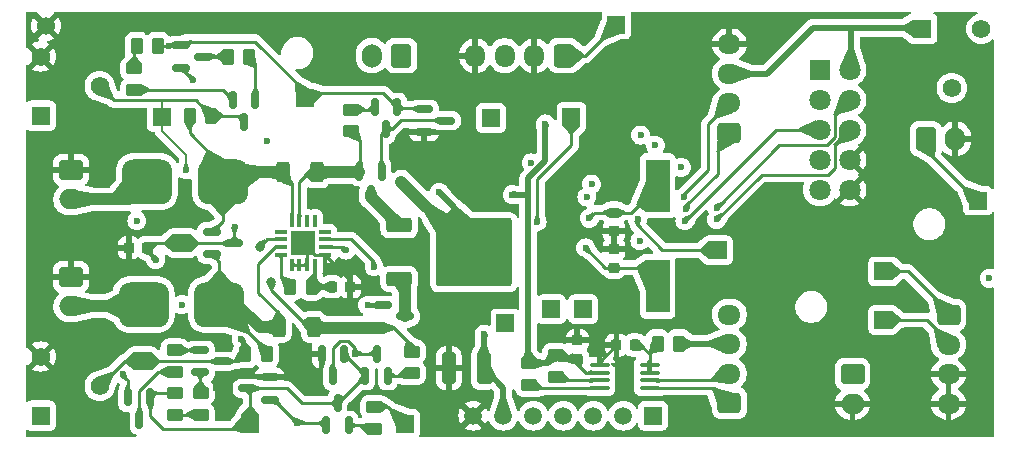
<source format=gbr>
%TF.GenerationSoftware,KiCad,Pcbnew,8.0.6-8.0.6-0~ubuntu24.04.1*%
%TF.CreationDate,2024-10-25T11:14:02+03:00*%
%TF.ProjectId,pss_v2,7073735f-7632-42e6-9b69-6361645f7063,rev?*%
%TF.SameCoordinates,Original*%
%TF.FileFunction,Copper,L1,Top*%
%TF.FilePolarity,Positive*%
%FSLAX46Y46*%
G04 Gerber Fmt 4.6, Leading zero omitted, Abs format (unit mm)*
G04 Created by KiCad (PCBNEW 8.0.6-8.0.6-0~ubuntu24.04.1) date 2024-10-25 11:14:02*
%MOMM*%
%LPD*%
G01*
G04 APERTURE LIST*
G04 Aperture macros list*
%AMRoundRect*
0 Rectangle with rounded corners*
0 $1 Rounding radius*
0 $2 $3 $4 $5 $6 $7 $8 $9 X,Y pos of 4 corners*
0 Add a 4 corners polygon primitive as box body*
4,1,4,$2,$3,$4,$5,$6,$7,$8,$9,$2,$3,0*
0 Add four circle primitives for the rounded corners*
1,1,$1+$1,$2,$3*
1,1,$1+$1,$4,$5*
1,1,$1+$1,$6,$7*
1,1,$1+$1,$8,$9*
0 Add four rect primitives between the rounded corners*
20,1,$1+$1,$2,$3,$4,$5,0*
20,1,$1+$1,$4,$5,$6,$7,0*
20,1,$1+$1,$6,$7,$8,$9,0*
20,1,$1+$1,$8,$9,$2,$3,0*%
G04 Aperture macros list end*
%TA.AperFunction,SMDPad,CuDef*%
%ADD10RoundRect,0.250000X-0.450000X0.262500X-0.450000X-0.262500X0.450000X-0.262500X0.450000X0.262500X0*%
%TD*%
%TA.AperFunction,SMDPad,CuDef*%
%ADD11RoundRect,0.250000X0.262500X0.450000X-0.262500X0.450000X-0.262500X-0.450000X0.262500X-0.450000X0*%
%TD*%
%TA.AperFunction,SMDPad,CuDef*%
%ADD12RoundRect,0.150000X-0.587500X-0.150000X0.587500X-0.150000X0.587500X0.150000X-0.587500X0.150000X0*%
%TD*%
%TA.AperFunction,SMDPad,CuDef*%
%ADD13R,1.500000X1.500000*%
%TD*%
%TA.AperFunction,SMDPad,CuDef*%
%ADD14RoundRect,0.225000X-0.250000X0.225000X-0.250000X-0.225000X0.250000X-0.225000X0.250000X0.225000X0*%
%TD*%
%TA.AperFunction,SMDPad,CuDef*%
%ADD15RoundRect,0.150000X-0.150000X0.587500X-0.150000X-0.587500X0.150000X-0.587500X0.150000X0.587500X0*%
%TD*%
%TA.AperFunction,SMDPad,CuDef*%
%ADD16RoundRect,0.250000X0.450000X-0.262500X0.450000X0.262500X-0.450000X0.262500X-0.450000X-0.262500X0*%
%TD*%
%TA.AperFunction,ComponentPad*%
%ADD17RoundRect,0.250000X-0.750000X0.600000X-0.750000X-0.600000X0.750000X-0.600000X0.750000X0.600000X0*%
%TD*%
%TA.AperFunction,ComponentPad*%
%ADD18O,2.000000X1.700000*%
%TD*%
%TA.AperFunction,SMDPad,CuDef*%
%ADD19RoundRect,0.225000X0.225000X0.250000X-0.225000X0.250000X-0.225000X-0.250000X0.225000X-0.250000X0*%
%TD*%
%TA.AperFunction,SMDPad,CuDef*%
%ADD20R,2.000000X4.500000*%
%TD*%
%TA.AperFunction,ComponentPad*%
%ADD21O,1.950000X1.700000*%
%TD*%
%TA.AperFunction,ComponentPad*%
%ADD22RoundRect,0.250000X0.725000X-0.600000X0.725000X0.600000X-0.725000X0.600000X-0.725000X-0.600000X0*%
%TD*%
%TA.AperFunction,ComponentPad*%
%ADD23C,1.524000*%
%TD*%
%TA.AperFunction,SMDPad,CuDef*%
%ADD24RoundRect,0.150000X0.587500X0.150000X-0.587500X0.150000X-0.587500X-0.150000X0.587500X-0.150000X0*%
%TD*%
%TA.AperFunction,ComponentPad*%
%ADD25R,1.560000X1.560000*%
%TD*%
%TA.AperFunction,ComponentPad*%
%ADD26C,1.560000*%
%TD*%
%TA.AperFunction,ComponentPad*%
%ADD27RoundRect,0.250000X-0.600000X-0.750000X0.600000X-0.750000X0.600000X0.750000X-0.600000X0.750000X0*%
%TD*%
%TA.AperFunction,ComponentPad*%
%ADD28O,1.700000X2.000000*%
%TD*%
%TA.AperFunction,SMDPad,CuDef*%
%ADD29RoundRect,0.225000X-0.225000X-0.250000X0.225000X-0.250000X0.225000X0.250000X-0.225000X0.250000X0*%
%TD*%
%TA.AperFunction,SMDPad,CuDef*%
%ADD30RoundRect,0.250000X-0.325000X-1.100000X0.325000X-1.100000X0.325000X1.100000X-0.325000X1.100000X0*%
%TD*%
%TA.AperFunction,ComponentPad*%
%ADD31RoundRect,0.250000X-0.725000X0.600000X-0.725000X-0.600000X0.725000X-0.600000X0.725000X0.600000X0*%
%TD*%
%TA.AperFunction,SMDPad,CuDef*%
%ADD32RoundRect,0.250000X0.312500X0.625000X-0.312500X0.625000X-0.312500X-0.625000X0.312500X-0.625000X0*%
%TD*%
%TA.AperFunction,SMDPad,CuDef*%
%ADD33RoundRect,0.250000X-0.262500X-0.450000X0.262500X-0.450000X0.262500X0.450000X-0.262500X0.450000X0*%
%TD*%
%TA.AperFunction,SMDPad,CuDef*%
%ADD34RoundRect,0.952500X-1.167500X-0.952500X1.167500X-0.952500X1.167500X0.952500X-1.167500X0.952500X0*%
%TD*%
%TA.AperFunction,SMDPad,CuDef*%
%ADD35RoundRect,0.225000X0.250000X-0.225000X0.250000X0.225000X-0.250000X0.225000X-0.250000X-0.225000X0*%
%TD*%
%TA.AperFunction,SMDPad,CuDef*%
%ADD36RoundRect,0.150000X0.150000X-0.587500X0.150000X0.587500X-0.150000X0.587500X-0.150000X-0.587500X0*%
%TD*%
%TA.AperFunction,SMDPad,CuDef*%
%ADD37RoundRect,0.087500X0.087500X-0.425000X0.087500X0.425000X-0.087500X0.425000X-0.087500X-0.425000X0*%
%TD*%
%TA.AperFunction,SMDPad,CuDef*%
%ADD38RoundRect,0.087500X0.425000X-0.087500X0.425000X0.087500X-0.425000X0.087500X-0.425000X-0.087500X0*%
%TD*%
%TA.AperFunction,HeatsinkPad*%
%ADD39R,2.100000X2.100000*%
%TD*%
%TA.AperFunction,ComponentPad*%
%ADD40R,1.800000X1.800000*%
%TD*%
%TA.AperFunction,ComponentPad*%
%ADD41C,1.800000*%
%TD*%
%TA.AperFunction,ComponentPad*%
%ADD42RoundRect,0.250000X0.600000X0.725000X-0.600000X0.725000X-0.600000X-0.725000X0.600000X-0.725000X0*%
%TD*%
%TA.AperFunction,ComponentPad*%
%ADD43O,1.700000X1.950000*%
%TD*%
%TA.AperFunction,SMDPad,CuDef*%
%ADD44RoundRect,0.100000X-0.712500X-0.100000X0.712500X-0.100000X0.712500X0.100000X-0.712500X0.100000X0*%
%TD*%
%TA.AperFunction,ComponentPad*%
%ADD45RoundRect,0.250000X0.600000X0.750000X-0.600000X0.750000X-0.600000X-0.750000X0.600000X-0.750000X0*%
%TD*%
%TA.AperFunction,SMDPad,CuDef*%
%ADD46RoundRect,0.250000X-0.850000X-0.350000X0.850000X-0.350000X0.850000X0.350000X-0.850000X0.350000X0*%
%TD*%
%TA.AperFunction,SMDPad,CuDef*%
%ADD47RoundRect,0.250000X-1.275000X-1.125000X1.275000X-1.125000X1.275000X1.125000X-1.275000X1.125000X0*%
%TD*%
%TA.AperFunction,SMDPad,CuDef*%
%ADD48RoundRect,0.249997X-2.950003X-2.650003X2.950003X-2.650003X2.950003X2.650003X-2.950003X2.650003X0*%
%TD*%
%TA.AperFunction,ComponentPad*%
%ADD49C,1.500000*%
%TD*%
%TA.AperFunction,ComponentPad*%
%ADD50R,1.500000X1.500000*%
%TD*%
%TA.AperFunction,ViaPad*%
%ADD51C,0.600000*%
%TD*%
%TA.AperFunction,ViaPad*%
%ADD52C,0.800000*%
%TD*%
%TA.AperFunction,Conductor*%
%ADD53C,0.500000*%
%TD*%
%TA.AperFunction,Conductor*%
%ADD54C,0.250000*%
%TD*%
%TA.AperFunction,Conductor*%
%ADD55C,0.200000*%
%TD*%
%TA.AperFunction,Conductor*%
%ADD56C,1.000000*%
%TD*%
G04 APERTURE END LIST*
D10*
%TO.P,RB3,1*%
%TO.N,/IS_USE_RESERVE*%
X51100000Y-51787500D03*
%TO.P,RB3,2*%
%TO.N,Net-(RB3-Pad2)*%
X51100000Y-53612500D03*
%TD*%
D11*
%TO.P,RA3,1*%
%TO.N,/IS_USE_PRIMARY*%
X49712500Y-22400000D03*
%TO.P,RA3,2*%
%TO.N,Net-(RA3-Pad2)*%
X47887500Y-22400000D03*
%TD*%
D12*
%TO.P,Q6,1,G*%
%TO.N,Net-(Q1-D)*%
X68762500Y-44350000D03*
%TO.P,Q6,2,S*%
%TO.N,/R_VCC_AS*%
X68762500Y-46250000D03*
%TO.P,Q6,3,D*%
%TO.N,Net-(Q6-D)*%
X70637500Y-45300000D03*
%TD*%
D13*
%TO.P,TP14,1,1*%
%TO.N,/IS_DOOR_OPENED*%
X88500000Y-20600000D03*
%TD*%
%TO.P,TP8,1,1*%
%TO.N,/IS_RESERVE_OK*%
X70600000Y-54400000D03*
%TD*%
%TO.P,TP12,1,1*%
%TO.N,/+5VP_EN*%
X84700000Y-28400000D03*
%TD*%
%TO.P,TP4,1,1*%
%TO.N,/LORA_AUX*%
X79100000Y-45900000D03*
%TD*%
%TO.P,TP9,1,1*%
%TO.N,/IS_USE_PRIMARY*%
X62100000Y-26800000D03*
%TD*%
D12*
%TO.P,Q4,1,G*%
%TO.N,/IS_USE_PRIMARY*%
X72217597Y-27776082D03*
%TO.P,Q4,2,S*%
%TO.N,GND*%
X72217597Y-29676082D03*
%TO.P,Q4,3,D*%
%TO.N,Net-(Q3-D)*%
X74092597Y-28726082D03*
%TD*%
D13*
%TO.P,TP11,1,1*%
%TO.N,/DISPLAY_EN*%
X97100000Y-39700000D03*
%TD*%
D14*
%TO.P,C5,1*%
%TO.N,Net-(U1-XTAL2{slash}PB7)*%
X88300000Y-36525000D03*
%TO.P,C5,2*%
%TO.N,GND*%
X88300000Y-38075000D03*
%TD*%
D13*
%TO.P,TP7,1,1*%
%TO.N,VAA*%
X51700000Y-39100000D03*
%TD*%
D15*
%TO.P,Q5,1,G*%
%TO.N,Net-(Q3-D)*%
X68650000Y-33062500D03*
%TO.P,Q5,2,S*%
%TO.N,/P_VCC_AS*%
X66750000Y-33062500D03*
%TO.P,Q5,3,D*%
%TO.N,Net-(Q5-D)*%
X67700000Y-34937500D03*
%TD*%
D16*
%TO.P,R3,1*%
%TO.N,Net-(Q1-S)*%
X71200000Y-50112500D03*
%TO.P,R3,2*%
%TO.N,/R_VCC_AS*%
X71200000Y-48287500D03*
%TD*%
D10*
%TO.P,RA4,1*%
%TO.N,Net-(RA3-Pad2)*%
X47700000Y-24287500D03*
%TO.P,RA4,2*%
%TO.N,Net-(D2-K)*%
X47700000Y-26112500D03*
%TD*%
D11*
%TO.P,R9,1*%
%TO.N,+5VP*%
X93812500Y-47600000D03*
%TO.P,R9,2*%
%TO.N,Net-(U4-EN)*%
X91987500Y-47600000D03*
%TD*%
D17*
%TO.P,J4,1,Pin_1*%
%TO.N,GND*%
X42325000Y-41950000D03*
D18*
%TO.P,J4,2,Pin_2*%
%TO.N,Net-(J4-Pin_2)*%
X42325000Y-44450000D03*
%TD*%
D15*
%TO.P,Q3,1,G*%
%TO.N,/IS_USE_PRIMARY*%
X69950000Y-27600000D03*
%TO.P,Q3,2,S*%
%TO.N,Net-(Q3-S)*%
X68050000Y-27600000D03*
%TO.P,Q3,3,D*%
%TO.N,Net-(Q3-D)*%
X69000000Y-29475000D03*
%TD*%
D19*
%TO.P,C12,1*%
%TO.N,VAA*%
X48775000Y-39500000D03*
%TO.P,C12,2*%
%TO.N,GND*%
X47225000Y-39500000D03*
%TD*%
D13*
%TO.P,TP16,1,1*%
%TO.N,/OUTDOOR_FL*%
X111100000Y-45600000D03*
%TD*%
%TO.P,TP6,1,1*%
%TO.N,Net-(D3-common)*%
X48400000Y-49100000D03*
%TD*%
%TO.P,TP10,1,1*%
%TO.N,/IS_USE_RESERVE*%
X57500000Y-54400000D03*
%TD*%
%TO.P,TP2,1,1*%
%TO.N,/LORA_M0*%
X85700000Y-44700000D03*
%TD*%
%TO.P,TP17,1,1*%
%TO.N,/AIR_DRYER_EN*%
X77900000Y-28500000D03*
%TD*%
D11*
%TO.P,R15,1*%
%TO.N,+3.3V*%
X62700000Y-42800000D03*
%TO.P,R15,2*%
%TO.N,Net-(U9-VPU)*%
X60875000Y-42800000D03*
%TD*%
D10*
%TO.P,R4,1*%
%TO.N,Net-(Q3-S)*%
X66050000Y-27787500D03*
%TO.P,R4,2*%
%TO.N,/P_VCC_AS*%
X66050000Y-29612500D03*
%TD*%
D12*
%TO.P,D3,1,A*%
%TO.N,Net-(D3-A)*%
X53262500Y-48150000D03*
%TO.P,D3,2,K*%
%TO.N,Net-(D3-K)*%
X53262500Y-50050000D03*
%TO.P,D3,3,common*%
%TO.N,Net-(D3-common)*%
X55137500Y-49100000D03*
%TD*%
D20*
%TO.P,X1,1,1*%
%TO.N,Net-(U1-XTAL2{slash}PB7)*%
X92000000Y-34250000D03*
%TO.P,X1,2,2*%
%TO.N,Net-(U1-XTAL1{slash}PB6)*%
X92000000Y-42750000D03*
%TD*%
D17*
%TO.P,J6,1,Pin_1*%
%TO.N,/WAKEUP_BUTTON*%
X108500000Y-50200000D03*
D18*
%TO.P,J6,2,Pin_2*%
%TO.N,GND*%
X108500000Y-52700000D03*
%TD*%
D16*
%TO.P,RB4,1*%
%TO.N,Net-(RB3-Pad2)*%
X53300000Y-53612500D03*
%TO.P,RB4,2*%
%TO.N,Net-(D3-K)*%
X53300000Y-51787500D03*
%TD*%
%TO.P,R8,1*%
%TO.N,Net-(Q9-S)*%
X68000000Y-54812500D03*
%TO.P,R8,2*%
%TO.N,/IS_RESERVE_OK*%
X68000000Y-52987500D03*
%TD*%
D21*
%TO.P,J8,4,Pin_4*%
%TO.N,Net-(J8-Pin_4)*%
X98075000Y-45150000D03*
%TO.P,J8,3,Pin_3*%
%TO.N,+5VP*%
X98075000Y-47650000D03*
%TO.P,J8,2,Pin_2*%
%TO.N,/SCL_5V*%
X98075000Y-50150000D03*
D22*
%TO.P,J8,1,Pin_1*%
%TO.N,/SDA_5V*%
X98075000Y-52650000D03*
%TD*%
D15*
%TO.P,Q8,1,G*%
%TO.N,/IS_USE_RESERVE*%
X49050000Y-52162500D03*
%TO.P,Q8,2,S*%
%TO.N,/VOFFSET*%
X47150000Y-52162500D03*
%TO.P,Q8,3,D*%
%TO.N,Net-(Q8-D)*%
X48100000Y-54037500D03*
%TD*%
D23*
%TO.P,TP1,1,1*%
%TO.N,GND*%
X40200000Y-20700000D03*
%TD*%
D24*
%TO.P,Q10,1,G*%
%TO.N,/IS_USE_PRIMARY*%
X59137500Y-52350000D03*
%TO.P,Q10,2,S*%
%TO.N,GND*%
X59137500Y-50450000D03*
%TO.P,Q10,3,D*%
%TO.N,/IS_USE_RESERVE*%
X57262500Y-51400000D03*
%TD*%
D13*
%TO.P,TP15,1,1*%
%TO.N,/INDOOR_FL*%
X111100000Y-41500000D03*
%TD*%
D14*
%TO.P,C6,1*%
%TO.N,GND*%
X85200000Y-47325000D03*
%TO.P,C6,2*%
%TO.N,+3.3V*%
X85200000Y-48875000D03*
%TD*%
D12*
%TO.P,D4,1*%
%TO.N,/P_VCC_BS*%
X54262500Y-38150000D03*
%TO.P,D4,2*%
%TO.N,/R_VCC_BS*%
X54262500Y-40050000D03*
%TO.P,D4,3*%
%TO.N,VAA*%
X56137500Y-39100000D03*
%TD*%
D10*
%TO.P,RB2,1*%
%TO.N,Net-(D3-A)*%
X51100000Y-48187500D03*
%TO.P,RB2,2*%
%TO.N,Net-(Q8-D)*%
X51100000Y-50012500D03*
%TD*%
D25*
%TO.P,RAV1,1,1*%
%TO.N,Net-(D2-common)*%
X39760000Y-28300000D03*
D26*
%TO.P,RAV1,2,2*%
X44760000Y-25800000D03*
%TO.P,RAV1,3,3*%
%TO.N,GND*%
X39760000Y-23300000D03*
%TD*%
D17*
%TO.P,J3,1,Pin_1*%
%TO.N,GND*%
X42325000Y-32900000D03*
D18*
%TO.P,J3,2,Pin_2*%
%TO.N,Net-(J3-Pin_2)*%
X42325000Y-35400000D03*
%TD*%
D27*
%TO.P,J9,1,Pin_1*%
%TO.N,/LIGHT_VALUE*%
X114700000Y-30275000D03*
D28*
%TO.P,J9,2,Pin_2*%
%TO.N,GND*%
X117200000Y-30275000D03*
%TD*%
D15*
%TO.P,Q2,1,G*%
%TO.N,/IS_USE_RESERVE*%
X65450000Y-48462500D03*
%TO.P,Q2,2,S*%
%TO.N,GND*%
X63550000Y-48462500D03*
%TO.P,Q2,3,D*%
%TO.N,Net-(Q1-D)*%
X64500000Y-50337500D03*
%TD*%
D29*
%TO.P,C11,1*%
%TO.N,GND*%
X88512500Y-47725000D03*
%TO.P,C11,2*%
%TO.N,Net-(U4-EN)*%
X90062500Y-47725000D03*
%TD*%
D10*
%TO.P,R2,1*%
%TO.N,+3.3V*%
X83400000Y-48587500D03*
%TO.P,R2,2*%
%TO.N,/SCL*%
X83400000Y-50412500D03*
%TD*%
D30*
%TO.P,C20,1*%
%TO.N,GND*%
X74325000Y-49700000D03*
%TO.P,C20,2*%
%TO.N,+5VP*%
X77275000Y-49700000D03*
%TD*%
D10*
%TO.P,R1,1*%
%TO.N,+3.3V*%
X81100000Y-49287500D03*
%TO.P,R1,2*%
%TO.N,/SDA*%
X81100000Y-51112500D03*
%TD*%
D19*
%TO.P,C24,1*%
%TO.N,GND*%
X65975000Y-42800000D03*
%TO.P,C24,2*%
%TO.N,+3.3V*%
X64425000Y-42800000D03*
%TD*%
D31*
%TO.P,J12,1,Pin_1*%
%TO.N,/INDOOR_FL*%
X116625000Y-45190000D03*
D21*
%TO.P,J12,2,Pin_2*%
%TO.N,/OUTDOOR_FL*%
X116625000Y-47690000D03*
%TO.P,J12,3,Pin_3*%
%TO.N,GND*%
X116625000Y-50190000D03*
%TO.P,J12,4,Pin_4*%
X116625000Y-52690000D03*
%TD*%
D25*
%TO.P,RBV1,1,1*%
%TO.N,Net-(D3-common)*%
X39760000Y-53700000D03*
D26*
%TO.P,RBV1,2,2*%
X44760000Y-51200000D03*
%TO.P,RBV1,3,3*%
%TO.N,GND*%
X39760000Y-48700000D03*
%TD*%
D32*
%TO.P,R6,1*%
%TO.N,/R_VCC_AS*%
X62862500Y-46200000D03*
%TO.P,R6,2*%
%TO.N,/R_VCC_BS*%
X59937500Y-46200000D03*
%TD*%
D33*
%TO.P,RA1,1*%
%TO.N,/P_VCC_BS*%
X52375000Y-28300000D03*
%TO.P,RA1,2*%
%TO.N,Net-(D2-common)*%
X54200000Y-28300000D03*
%TD*%
D22*
%TO.P,J7,1,Pin_1*%
%TO.N,/SCL*%
X98075000Y-29750000D03*
D21*
%TO.P,J7,2,Pin_2*%
%TO.N,/SDA*%
X98075000Y-27250000D03*
%TO.P,J7,3,Pin_3*%
%TO.N,+3.3V*%
X98075000Y-24750000D03*
%TO.P,J7,4,Pin_4*%
%TO.N,GND*%
X98075000Y-22250000D03*
%TD*%
D34*
%TO.P,F1,1*%
%TO.N,Net-(J3-Pin_2)*%
X48775000Y-33900000D03*
%TO.P,F1,2*%
%TO.N,/P_VCC_BS*%
X55185000Y-33900000D03*
%TD*%
D35*
%TO.P,C4,1*%
%TO.N,Net-(U1-XTAL1{slash}PB6)*%
X88300000Y-41175000D03*
%TO.P,C4,2*%
%TO.N,GND*%
X88300000Y-39625000D03*
%TD*%
D36*
%TO.P,Q1,1,G*%
%TO.N,/IS_USE_RESERVE*%
X67250000Y-50337500D03*
%TO.P,Q1,2,S*%
%TO.N,Net-(Q1-S)*%
X69150000Y-50337500D03*
%TO.P,Q1,3,D*%
%TO.N,Net-(Q1-D)*%
X68200000Y-48462500D03*
%TD*%
D13*
%TO.P,TP13,1,1*%
%TO.N,/LIGHT_VALUE*%
X119100000Y-35500000D03*
%TD*%
D34*
%TO.P,F2,1*%
%TO.N,Net-(J4-Pin_2)*%
X48475000Y-44300000D03*
%TO.P,F2,2*%
%TO.N,/R_VCC_BS*%
X54885000Y-44300000D03*
%TD*%
D37*
%TO.P,U9,1,IN-3*%
%TO.N,GND*%
X61025000Y-40962500D03*
%TO.P,U9,2,IN+3*%
X61675000Y-40962500D03*
%TO.P,U9,3,GND*%
X62325000Y-40962500D03*
%TO.P,U9,4,VS*%
%TO.N,+3.3V*%
X62975000Y-40962500D03*
D38*
%TO.P,U9,5,A0*%
%TO.N,GND*%
X63862500Y-40075000D03*
%TO.P,U9,6,SCL*%
%TO.N,/SCL*%
X63862500Y-39425000D03*
%TO.P,U9,7,SDA*%
%TO.N,/SDA*%
X63862500Y-38775000D03*
%TO.P,U9,8,WARNING*%
%TO.N,unconnected-(U9-WARNING-Pad8)*%
X63862500Y-38125000D03*
D37*
%TO.P,U9,9,CRITICAL*%
%TO.N,unconnected-(U9-CRITICAL-Pad9)*%
X62975000Y-37237500D03*
%TO.P,U9,10,PV*%
%TO.N,unconnected-(U9-PV-Pad10)*%
X62325000Y-37237500D03*
%TO.P,U9,11,IN-1*%
%TO.N,/P_VCC_AS*%
X61675000Y-37237500D03*
%TO.P,U9,12,IN+1*%
%TO.N,/P_VCC_BS*%
X61025000Y-37237500D03*
D38*
%TO.P,U9,13,TC*%
%TO.N,unconnected-(U9-TC-Pad13)*%
X60137500Y-38125000D03*
%TO.P,U9,14,IN-2*%
%TO.N,/R_VCC_AS*%
X60137500Y-38775000D03*
%TO.P,U9,15,IN+2*%
%TO.N,/R_VCC_BS*%
X60137500Y-39425000D03*
%TO.P,U9,16,VPU*%
%TO.N,Net-(U9-VPU)*%
X60137500Y-40075000D03*
D39*
%TO.P,U9,17,EP*%
%TO.N,GND*%
X62000000Y-39100000D03*
%TD*%
D40*
%TO.P,J5,1,Pin_1*%
%TO.N,/MOSI*%
X105730000Y-24420000D03*
D41*
%TO.P,J5,2,Pin_2*%
%TO.N,+3.3V*%
X108270000Y-24420000D03*
%TO.P,J5,3,Pin_3*%
%TO.N,unconnected-(J5-Pin_3-Pad3)*%
X105730000Y-26960000D03*
%TO.P,J5,4,Pin_4*%
%TO.N,/RXD*%
X108270000Y-26960000D03*
%TO.P,J5,5,Pin_5*%
%TO.N,/RESET#*%
X105730000Y-29500000D03*
%TO.P,J5,6,Pin_6*%
%TO.N,/TXD*%
X108270000Y-29500000D03*
%TO.P,J5,7,Pin_7*%
%TO.N,/SCK*%
X105730000Y-32040000D03*
%TO.P,J5,8,Pin_8*%
%TO.N,GND*%
X108270000Y-32040000D03*
%TO.P,J5,9,Pin_9*%
%TO.N,/MISO*%
X105730000Y-34580000D03*
%TO.P,J5,10,Pin_10*%
%TO.N,GND*%
X108270000Y-34580000D03*
%TD*%
D11*
%TO.P,RB1,1*%
%TO.N,/R_VCC_BS*%
X58912500Y-48500000D03*
%TO.P,RB1,2*%
%TO.N,Net-(D3-common)*%
X57087500Y-48500000D03*
%TD*%
D13*
%TO.P,TP5,1,1*%
%TO.N,Net-(D2-common)*%
X50000000Y-28400000D03*
%TD*%
D42*
%TO.P,J13,1,Pin_1*%
%TO.N,/IS_DOOR_OPENED*%
X84049000Y-23225000D03*
D43*
%TO.P,J13,2,Pin_2*%
%TO.N,GND*%
X81549000Y-23225000D03*
%TO.P,J13,3,Pin_3*%
%TO.N,VCC*%
X79049000Y-23225000D03*
%TO.P,J13,4,Pin_4*%
%TO.N,GND*%
X76549000Y-23225000D03*
%TD*%
D44*
%TO.P,U4,1,GND*%
%TO.N,GND*%
X87087500Y-49425000D03*
%TO.P,U4,2,VREF1*%
%TO.N,+3.3V*%
X87087500Y-50075000D03*
%TO.P,U4,3,SCL1*%
%TO.N,/SCL*%
X87087500Y-50725000D03*
%TO.P,U4,4,SDA1*%
%TO.N,/SDA*%
X87087500Y-51375000D03*
%TO.P,U4,5,SDA2*%
%TO.N,/SDA_5V*%
X91312500Y-51375000D03*
%TO.P,U4,6,SCL2*%
%TO.N,/SCL_5V*%
X91312500Y-50725000D03*
%TO.P,U4,7,VREF2*%
%TO.N,Net-(U4-EN)*%
X91312500Y-50075000D03*
%TO.P,U4,8,EN*%
X91312500Y-49425000D03*
%TD*%
D45*
%TO.P,J11,1,Pin_1*%
%TO.N,Net-(J11-Pin_1)*%
X70300000Y-23225000D03*
D28*
%TO.P,J11,2,Pin_2*%
%TO.N,VCC*%
X67800000Y-23225000D03*
%TD*%
D15*
%TO.P,D2,1,A*%
%TO.N,Net-(D2-A)*%
X57950000Y-26962500D03*
%TO.P,D2,2,K*%
%TO.N,Net-(D2-K)*%
X56050000Y-26962500D03*
%TO.P,D2,3,common*%
%TO.N,Net-(D2-common)*%
X57000000Y-28837500D03*
%TD*%
D46*
%TO.P,D1,1,A*%
%TO.N,Net-(Q5-D)*%
X70125000Y-37595000D03*
D47*
%TO.P,D1,2,K*%
%TO.N,VCC*%
X74750000Y-38350000D03*
X74750000Y-41400000D03*
D48*
X76425000Y-39875000D03*
D47*
X78100000Y-38350000D03*
X78100000Y-41400000D03*
D46*
%TO.P,D1,3,A*%
%TO.N,Net-(Q6-D)*%
X70125000Y-42155000D03*
%TD*%
D36*
%TO.P,Q9,1,G*%
%TO.N,/IS_USE_PRIMARY*%
X63950000Y-54537500D03*
%TO.P,Q9,2,S*%
%TO.N,Net-(Q9-S)*%
X65850000Y-54537500D03*
%TO.P,Q9,3,D*%
%TO.N,/IS_USE_RESERVE*%
X64900000Y-52662500D03*
%TD*%
D32*
%TO.P,R5,1*%
%TO.N,/P_VCC_AS*%
X63162500Y-33100000D03*
%TO.P,R5,2*%
%TO.N,/P_VCC_BS*%
X60237500Y-33100000D03*
%TD*%
D13*
%TO.P,TP3,1,1*%
%TO.N,/LORA_M1*%
X83000000Y-44700000D03*
%TD*%
D25*
%TO.P,RV1,1,1*%
%TO.N,+3.3V*%
X114400000Y-20960000D03*
D26*
%TO.P,RV1,2,2*%
%TO.N,/LIGHT_VALUE*%
X116900000Y-25960000D03*
%TO.P,RV1,3,3*%
X119400000Y-20960000D03*
%TD*%
D11*
%TO.P,RA2,1*%
%TO.N,Net-(D2-A)*%
X57412500Y-23300000D03*
%TO.P,RA2,2*%
%TO.N,Net-(Q7-D)*%
X55587500Y-23300000D03*
%TD*%
D49*
%TO.P,U2,7,GND*%
%TO.N,GND*%
X76380000Y-53717500D03*
%TO.P,U2,6,VCC*%
%TO.N,+5VP*%
X78920000Y-53717500D03*
%TO.P,U2,5,AUX*%
%TO.N,/LORA_AUX*%
X81460000Y-53717500D03*
%TO.P,U2,4,TX*%
%TO.N,/RXD*%
X84000000Y-53717500D03*
%TO.P,U2,3,RX*%
%TO.N,/TXD*%
X86540000Y-53717500D03*
%TO.P,U2,2,M1*%
%TO.N,/LORA_M1*%
X89080000Y-53717500D03*
D50*
%TO.P,U2,1,M0*%
%TO.N,/LORA_M0*%
X91620000Y-53717500D03*
%TD*%
D12*
%TO.P,Q7,1,G*%
%TO.N,/IS_USE_PRIMARY*%
X51662500Y-22350000D03*
%TO.P,Q7,2,S*%
%TO.N,/VOFFSET*%
X51662500Y-24250000D03*
%TO.P,Q7,3,D*%
%TO.N,Net-(Q7-D)*%
X53537500Y-23300000D03*
%TD*%
D51*
%TO.N,+3.3V*%
X79700000Y-35000000D03*
X63600000Y-42800000D03*
X82500000Y-29000000D03*
X120081250Y-42081250D03*
%TO.N,GND*%
X54600000Y-51400000D03*
X88300000Y-38800000D03*
X62000000Y-39100000D03*
X74300000Y-44700000D03*
%TO.N,Net-(U1-XTAL1{slash}PB6)*%
X85900000Y-39500000D03*
%TO.N,Net-(D2-common)*%
X52070000Y-32900000D03*
%TO.N,VAA*%
X49500000Y-40500000D03*
X56200000Y-37700000D03*
%TO.N,/VOFFSET*%
X58900000Y-30450000D03*
X52700000Y-25300000D03*
X46700000Y-50200000D03*
%TO.N,VCC*%
X73500000Y-34800000D03*
X70300000Y-33900000D03*
X73908058Y-39908058D03*
%TO.N,/LIGHT_VALUE*%
X94000000Y-32675000D03*
%TO.N,+5VP*%
X77300000Y-46800000D03*
%TO.N,/IS_DOOR_OPENED*%
X90500000Y-38900000D03*
%TO.N,/INDOOR_FL*%
X90550000Y-29950000D03*
%TO.N,/OUTDOOR_FL*%
X91800000Y-30800000D03*
%TO.N,/RESET#*%
X94300000Y-37200000D03*
%TO.N,Net-(U1-XTAL2{slash}PB7)*%
X86200000Y-37000000D03*
%TO.N,/TXD*%
X97000000Y-37100000D03*
%TO.N,/SCL*%
X65600000Y-39700000D03*
X83400000Y-50412500D03*
X94400000Y-36200000D03*
%TO.N,/SDA*%
X81100000Y-51112500D03*
X94220520Y-35204999D03*
X68000000Y-41100000D03*
%TO.N,Net-(Q1-D)*%
X66400000Y-48462500D03*
X67450000Y-44350000D03*
%TO.N,/IS_USE_PRIMARY*%
X47900000Y-37200000D03*
X61500000Y-54300000D03*
X50600000Y-22400000D03*
D52*
%TO.N,/R_VCC_AS*%
X58300000Y-39400000D03*
X59300000Y-42400000D03*
D51*
%TO.N,/DISPLAY_EN*%
X97087500Y-39700000D03*
X90300000Y-37100000D03*
%TO.N,/+5VP_EN*%
X81800000Y-37300000D03*
%TO.N,/AIR_DRYER_EN*%
X77900000Y-28500000D03*
%TO.N,/IS_RESERVE_OK*%
X51700000Y-44300000D03*
X70600000Y-54400000D03*
%TO.N,/LORA_M1*%
X83000000Y-44700000D03*
%TO.N,/LORA_AUX*%
X79200000Y-45900000D03*
%TO.N,/SCK*%
X86400000Y-34100000D03*
%TO.N,/LORA_M0*%
X85700000Y-44700000D03*
%TO.N,/MISO*%
X86000000Y-35200000D03*
%TO.N,Net-(D3-common)*%
X56750000Y-47250000D03*
%TO.N,/RXD*%
X97000000Y-36100000D03*
%TO.N,/MOSI*%
X81300000Y-32300000D03*
%TD*%
D53*
%TO.N,+3.3V*%
X98075000Y-24750000D02*
X101250000Y-24750000D01*
X105140000Y-20860000D02*
X108200000Y-20860000D01*
X101250000Y-24750000D02*
X105140000Y-20860000D01*
D54*
%TO.N,/IS_DOOR_OPENED*%
X84050000Y-23225000D02*
X85875000Y-23225000D01*
X85875000Y-23225000D02*
X88500000Y-20600000D01*
%TO.N,/IS_USE_RESERVE*%
X57500000Y-54400000D02*
X57500000Y-51637500D01*
X57500000Y-51637500D02*
X57262500Y-51400000D01*
X57100000Y-54800000D02*
X50100000Y-54800000D01*
X50100000Y-54800000D02*
X49050000Y-53750000D01*
X49050000Y-53750000D02*
X49050000Y-52162500D01*
X57662500Y-51400000D02*
X60600000Y-51400000D01*
X60600000Y-51400000D02*
X61862500Y-52662500D01*
X61862500Y-52662500D02*
X64900000Y-52662500D01*
%TO.N,/IS_USE_PRIMARY*%
X59550000Y-52350000D02*
X61500000Y-54300000D01*
%TO.N,/IS_USE_RESERVE*%
X51100000Y-51787500D02*
X49425000Y-51787500D01*
X49425000Y-51787500D02*
X49050000Y-52162500D01*
%TO.N,Net-(RB3-Pad2)*%
X53300000Y-53612500D02*
X51100000Y-53612500D01*
%TO.N,Net-(D3-K)*%
X53262500Y-50050000D02*
X53262500Y-51750000D01*
%TO.N,/IS_USE_PRIMARY*%
X49712500Y-22400000D02*
X51612500Y-22400000D01*
%TO.N,Net-(RA3-Pad2)*%
X47700000Y-24287500D02*
X47700000Y-22587500D01*
%TO.N,Net-(D2-K)*%
X56050000Y-26962500D02*
X55200000Y-26112500D01*
X55200000Y-26112500D02*
X47700000Y-26112500D01*
D53*
%TO.N,+3.3V*%
X80950000Y-35000000D02*
X81050000Y-35100000D01*
X108370000Y-24320000D02*
X108370000Y-21030000D01*
X79700000Y-35000000D02*
X80950000Y-35000000D01*
D54*
X62700000Y-42800000D02*
X64425000Y-42800000D01*
D53*
X108200000Y-20860000D02*
X114300000Y-20860000D01*
X85200000Y-48875000D02*
X83687500Y-48875000D01*
D54*
X62975000Y-40962500D02*
X62975000Y-42525000D01*
D53*
X82700000Y-49287500D02*
X83400000Y-48587500D01*
D54*
X85950000Y-50075000D02*
X87087500Y-50075000D01*
D53*
X81050000Y-35100000D02*
X81050000Y-49237500D01*
X81050000Y-33610661D02*
X81050000Y-35100000D01*
X82500000Y-29000000D02*
X82500000Y-32160661D01*
X108370000Y-21030000D02*
X108200000Y-20860000D01*
X81100000Y-49287500D02*
X82700000Y-49287500D01*
D54*
X85200000Y-48875000D02*
X85200000Y-49325000D01*
D53*
X83687500Y-48875000D02*
X83400000Y-48587500D01*
D54*
X85200000Y-49325000D02*
X85950000Y-50075000D01*
D53*
X82500000Y-32160661D02*
X81050000Y-33610661D01*
D54*
%TO.N,GND*%
X62975000Y-40075000D02*
X62000000Y-39100000D01*
X63862500Y-40075000D02*
X62975000Y-40075000D01*
X87087500Y-49150000D02*
X88512500Y-47725000D01*
X65975000Y-42187500D02*
X65975000Y-42800000D01*
X62325000Y-40962500D02*
X62325000Y-39425000D01*
X61025000Y-40962500D02*
X62325000Y-40962500D01*
X87087500Y-49425000D02*
X87087500Y-49150000D01*
X88300000Y-38800000D02*
X88300000Y-38075000D01*
X63862500Y-40075000D02*
X65975000Y-42187500D01*
X88300000Y-39625000D02*
X88300000Y-38800000D01*
%TO.N,Net-(U1-XTAL1{slash}PB6)*%
X87575000Y-41175000D02*
X90425000Y-41175000D01*
X90425000Y-41175000D02*
X92000000Y-42750000D01*
X85900000Y-39500000D02*
X87575000Y-41175000D01*
%TO.N,Net-(D2-common)*%
X56462500Y-28300000D02*
X54200000Y-28300000D01*
X48300000Y-27000000D02*
X45960000Y-27000000D01*
D55*
X52070000Y-32900000D02*
X52070000Y-31670000D01*
X50000000Y-29600000D02*
X50000000Y-27000000D01*
X50000000Y-27000000D02*
X48300000Y-27000000D01*
D54*
X52900000Y-27000000D02*
X48300000Y-27000000D01*
X45960000Y-27000000D02*
X44760000Y-25800000D01*
X57000000Y-28837500D02*
X56462500Y-28300000D01*
D55*
X52070000Y-31670000D02*
X50000000Y-29600000D01*
D54*
X52900000Y-27000000D02*
X54200000Y-28300000D01*
%TO.N,VAA*%
X56137500Y-37962500D02*
X56300000Y-37800000D01*
X56137500Y-39100000D02*
X51700000Y-39100000D01*
X51700000Y-39100000D02*
X49175000Y-39100000D01*
X49175000Y-39100000D02*
X48775000Y-39500000D01*
X48775000Y-39775000D02*
X49500000Y-40500000D01*
X56137500Y-39100000D02*
X56137500Y-37962500D01*
%TO.N,Net-(U4-EN)*%
X91312500Y-50075000D02*
X91312500Y-49425000D01*
X91312500Y-48500000D02*
X91312500Y-48275000D01*
X91312500Y-49425000D02*
X91312500Y-48500000D01*
X91312500Y-48275000D02*
X91987500Y-47600000D01*
X90062500Y-47725000D02*
X90537500Y-47725000D01*
X90537500Y-47725000D02*
X91312500Y-48500000D01*
%TO.N,/VOFFSET*%
X52700000Y-25287500D02*
X51662500Y-24250000D01*
X47150000Y-52162500D02*
X47150000Y-50750000D01*
X47150000Y-50750000D02*
X46700000Y-50300000D01*
X52700000Y-25300000D02*
X52700000Y-25287500D01*
D53*
%TO.N,VCC*%
X74750000Y-36050000D02*
X73500000Y-34800000D01*
D56*
X70300000Y-33900000D02*
X74750000Y-38350000D01*
D53*
X74750000Y-38350000D02*
X74750000Y-36050000D01*
D54*
%TO.N,/LIGHT_VALUE*%
X114700000Y-31200000D02*
X114700000Y-30100000D01*
X119000000Y-35500000D02*
X114700000Y-31200000D01*
D53*
%TO.N,+5VP*%
X77300000Y-49575000D02*
X77300000Y-47000000D01*
X77275000Y-49700000D02*
X78920000Y-51345000D01*
X78920000Y-51345000D02*
X78920000Y-53717500D01*
X93812500Y-47600000D02*
X98025000Y-47600000D01*
D54*
%TO.N,/INDOOR_FL*%
X113175000Y-41500000D02*
X116625000Y-44950000D01*
X111100000Y-41500000D02*
X113175000Y-41500000D01*
%TO.N,/OUTDOOR_FL*%
X114775000Y-45600000D02*
X116625000Y-47450000D01*
X111100000Y-45600000D02*
X114775000Y-45600000D01*
D56*
%TO.N,Net-(Q6-D)*%
X70637500Y-45300000D02*
X70637500Y-42667500D01*
X70637500Y-42667500D02*
X70125000Y-42155000D01*
%TO.N,Net-(Q5-D)*%
X67700000Y-35170000D02*
X70125000Y-37595000D01*
X67700000Y-34937500D02*
X67700000Y-35170000D01*
D54*
%TO.N,Net-(D2-A)*%
X57412500Y-23300000D02*
X57950000Y-23837500D01*
X57950000Y-23837500D02*
X57950000Y-26962500D01*
D56*
%TO.N,/R_VCC_BS*%
X56400000Y-44300000D02*
X58300000Y-46200000D01*
D54*
X58200000Y-40850001D02*
X59625001Y-39425000D01*
X58912500Y-48212500D02*
X55000000Y-44300000D01*
D56*
X58300000Y-46200000D02*
X59937500Y-46200000D01*
D54*
X59625001Y-39425000D02*
X60137500Y-39425000D01*
X54262500Y-40050000D02*
X54885000Y-40672500D01*
X58200000Y-43300000D02*
X58200000Y-40850001D01*
X54885000Y-40672500D02*
X54885000Y-44300000D01*
X59937500Y-46200000D02*
X59937500Y-45037500D01*
X59937500Y-45037500D02*
X58200000Y-43300000D01*
D56*
%TO.N,/P_VCC_BS*%
X54985000Y-35000000D02*
X56885000Y-33100000D01*
D54*
X61025000Y-34025000D02*
X61025000Y-37237500D01*
X60237500Y-33237500D02*
X61025000Y-34025000D01*
X52375000Y-28300000D02*
X52375000Y-29775000D01*
D56*
X56885000Y-33100000D02*
X60237500Y-33100000D01*
D54*
X55185000Y-37227500D02*
X55185000Y-33900000D01*
X52375000Y-29775000D02*
X54985000Y-32385000D01*
X54262500Y-38150000D02*
X55185000Y-37227500D01*
D56*
%TO.N,Net-(J3-Pin_2)*%
X42400000Y-35400000D02*
X47275000Y-35400000D01*
X47275000Y-35400000D02*
X48775000Y-33900000D01*
%TO.N,Net-(J4-Pin_2)*%
X42325000Y-44450000D02*
X48325000Y-44450000D01*
D54*
%TO.N,/RESET#*%
X94300000Y-37200000D02*
X102000000Y-29500000D01*
X102000000Y-29500000D02*
X105730000Y-29500000D01*
%TO.N,Net-(U1-XTAL2{slash}PB7)*%
X89725000Y-36525000D02*
X92000000Y-34250000D01*
X86200000Y-37000000D02*
X86675000Y-36525000D01*
X88100000Y-36525000D02*
X89725000Y-36525000D01*
X86675000Y-36525000D02*
X88100000Y-36525000D01*
%TO.N,/TXD*%
X107000000Y-32700000D02*
X107000000Y-30770000D01*
X107000000Y-30770000D02*
X108270000Y-29500000D01*
X100800000Y-33300000D02*
X106400000Y-33300000D01*
X106400000Y-33300000D02*
X107000000Y-32700000D01*
X97000000Y-37100000D02*
X100800000Y-33300000D01*
%TO.N,/SCL*%
X87087500Y-50725000D02*
X83712500Y-50725000D01*
X97100000Y-33209403D02*
X97100000Y-30725000D01*
X94400000Y-36200000D02*
X94400000Y-35909403D01*
X65600000Y-39700000D02*
X65325000Y-39425000D01*
X97100000Y-30725000D02*
X98075000Y-29750000D01*
X94400000Y-35909403D02*
X97100000Y-33209403D01*
X65325000Y-39425000D02*
X63862500Y-39425000D01*
%TO.N,/SDA*%
X94220520Y-35204999D02*
X94220520Y-34979480D01*
X94220520Y-34979480D02*
X96300000Y-32900000D01*
X68000000Y-40700000D02*
X66075000Y-38775000D01*
X87087500Y-51375000D02*
X81362500Y-51375000D01*
X96300000Y-29025000D02*
X98075000Y-27250000D01*
X96300000Y-32900000D02*
X96300000Y-29025000D01*
X68000000Y-41100000D02*
X68000000Y-40700000D01*
X66075000Y-38775000D02*
X63862500Y-38775000D01*
%TO.N,/SCL_5V*%
X91312500Y-50725000D02*
X97500000Y-50725000D01*
X97500000Y-50725000D02*
X98075000Y-50150000D01*
%TO.N,/SDA_5V*%
X91312500Y-51375000D02*
X96800000Y-51375000D01*
X96800000Y-51375000D02*
X98075000Y-52650000D01*
%TO.N,Net-(Q1-S)*%
X69150000Y-50337500D02*
X70975000Y-50337500D01*
%TO.N,Net-(Q1-D)*%
X66400000Y-47999092D02*
X66400000Y-48462500D01*
X67450000Y-44350000D02*
X68762500Y-44350000D01*
X64500000Y-47999092D02*
X65099092Y-47400000D01*
X65800908Y-47400000D02*
X66400000Y-47999092D01*
X64500000Y-50337500D02*
X64500000Y-47999092D01*
X66400000Y-48462500D02*
X68200000Y-48462500D01*
X65099092Y-47400000D02*
X65800908Y-47400000D01*
%TO.N,/IS_USE_RESERVE*%
X65450000Y-48462500D02*
X67250000Y-50262500D01*
X67250000Y-50337500D02*
X64925000Y-52662500D01*
%TO.N,/IS_USE_PRIMARY*%
X61500000Y-54300000D02*
X63712500Y-54300000D01*
X63712500Y-54300000D02*
X63950000Y-54537500D01*
X51662500Y-22350000D02*
X51962500Y-22050000D01*
X68750000Y-26400000D02*
X69950000Y-27600000D01*
X57950000Y-22050000D02*
X62300000Y-26400000D01*
X51962500Y-22050000D02*
X57950000Y-22050000D01*
X62300000Y-26400000D02*
X68750000Y-26400000D01*
X70050000Y-27700000D02*
X72141515Y-27700000D01*
%TO.N,Net-(Q3-S)*%
X67862500Y-27787500D02*
X68050000Y-27600000D01*
X66050000Y-27787500D02*
X67862500Y-27787500D01*
%TO.N,Net-(Q3-D)*%
X69488408Y-29475000D02*
X69000000Y-29475000D01*
X74066515Y-28700000D02*
X70263408Y-28700000D01*
X70263408Y-28700000D02*
X69488408Y-29475000D01*
X68600000Y-29875000D02*
X68600000Y-33012500D01*
X69000000Y-29475000D02*
X68600000Y-29875000D01*
%TO.N,/P_VCC_AS*%
X66050000Y-29612500D02*
X66800000Y-30362500D01*
X62500000Y-33100000D02*
X61675000Y-33925000D01*
D56*
X66712500Y-33100000D02*
X66750000Y-33062500D01*
X63162500Y-33100000D02*
X66712500Y-33100000D01*
D54*
X66800000Y-30362500D02*
X66800000Y-33012500D01*
X63162500Y-33100000D02*
X62500000Y-33100000D01*
X61675000Y-33925000D02*
X61675000Y-37237500D01*
%TO.N,/R_VCC_AS*%
X60137500Y-38775000D02*
X58925000Y-38775000D01*
X69600000Y-46200000D02*
X71200000Y-47800000D01*
X62400000Y-46200000D02*
X62862500Y-46200000D01*
X69487500Y-46200000D02*
X69600000Y-46200000D01*
X58925000Y-38775000D02*
X58300000Y-39400000D01*
X59300000Y-42400000D02*
X59300000Y-43100000D01*
X71200000Y-47800000D02*
X71200000Y-48287500D01*
X59300000Y-43100000D02*
X62400000Y-46200000D01*
D56*
X68762500Y-46250000D02*
X62912500Y-46250000D01*
D54*
%TO.N,Net-(Q7-D)*%
X55587500Y-23300000D02*
X53537500Y-23300000D01*
%TO.N,Net-(Q8-D)*%
X49687500Y-50012500D02*
X51100000Y-50012500D01*
X48100000Y-54037500D02*
X48100000Y-51600000D01*
X48100000Y-51600000D02*
X49687500Y-50012500D01*
%TO.N,Net-(Q9-S)*%
X65850000Y-54537500D02*
X67725000Y-54537500D01*
%TO.N,/DISPLAY_EN*%
X92400000Y-39700000D02*
X97087500Y-39700000D01*
X90300000Y-37600000D02*
X92400000Y-39700000D01*
X90300000Y-37100000D02*
X90300000Y-37600000D01*
%TO.N,/+5VP_EN*%
X81800000Y-33700000D02*
X81800000Y-37300000D01*
X84700000Y-28400000D02*
X84700000Y-30800000D01*
X84700000Y-30800000D02*
X81800000Y-33700000D01*
%TO.N,/IS_RESERVE_OK*%
X69187500Y-52987500D02*
X70600000Y-54400000D01*
X68000000Y-52987500D02*
X69187500Y-52987500D01*
%TO.N,Net-(U9-VPU)*%
X60137500Y-42062500D02*
X60137500Y-40075000D01*
X60875000Y-42800000D02*
X60137500Y-42062500D01*
%TO.N,Net-(D3-common)*%
X44760000Y-51200000D02*
X46860000Y-49100000D01*
X55137500Y-49100000D02*
X56487500Y-49100000D01*
X48400000Y-49100000D02*
X55137500Y-49100000D01*
X57087500Y-48500000D02*
X57087500Y-47587500D01*
X57087500Y-47587500D02*
X56800000Y-47300000D01*
X46860000Y-49100000D02*
X48400000Y-49100000D01*
X56487500Y-49100000D02*
X57087500Y-48500000D01*
%TO.N,Net-(D3-A)*%
X51100000Y-48187500D02*
X53225000Y-48187500D01*
%TO.N,/RXD*%
X106300000Y-30800000D02*
X107000000Y-30100000D01*
X97000000Y-36100000D02*
X102300000Y-30800000D01*
X102300000Y-30800000D02*
X106300000Y-30800000D01*
X107000000Y-30100000D02*
X107000000Y-28230000D01*
X107000000Y-28230000D02*
X108270000Y-26960000D01*
%TD*%
%TA.AperFunction,Conductor*%
%TO.N,GND*%
G36*
X116875000Y-52285854D02*
G01*
X116808343Y-52247370D01*
X116687535Y-52215000D01*
X116562465Y-52215000D01*
X116441657Y-52247370D01*
X116375000Y-52285854D01*
X116375000Y-50594145D01*
X116441657Y-50632630D01*
X116562465Y-50665000D01*
X116687535Y-50665000D01*
X116808343Y-50632630D01*
X116875000Y-50594145D01*
X116875000Y-52285854D01*
G37*
%TD.AperFunction*%
%TA.AperFunction,Conductor*%
G36*
X87234621Y-19520185D02*
G01*
X87280376Y-19572989D01*
X87290320Y-19642147D01*
X87283764Y-19667833D01*
X87255908Y-19742517D01*
X87249501Y-19802116D01*
X87249501Y-19802123D01*
X87249500Y-19802135D01*
X87249500Y-20152662D01*
X87240160Y-20199875D01*
X86706841Y-21495077D01*
X86679862Y-21535545D01*
X85838595Y-22376813D01*
X85777272Y-22410298D01*
X85707581Y-22405314D01*
X85672526Y-22385211D01*
X85257499Y-22046603D01*
X85247160Y-22036107D01*
X85246818Y-22036450D01*
X85117657Y-21907289D01*
X85117656Y-21907288D01*
X85015197Y-21844091D01*
X84968336Y-21815187D01*
X84968331Y-21815185D01*
X84944747Y-21807370D01*
X84801797Y-21760001D01*
X84801795Y-21760000D01*
X84699010Y-21749500D01*
X83398998Y-21749500D01*
X83398981Y-21749501D01*
X83296203Y-21760000D01*
X83296200Y-21760001D01*
X83129668Y-21815185D01*
X83129663Y-21815187D01*
X82980342Y-21907289D01*
X82856289Y-22031342D01*
X82760551Y-22186559D01*
X82708603Y-22233283D01*
X82639640Y-22244506D01*
X82575558Y-22216662D01*
X82567331Y-22209143D01*
X82428464Y-22070276D01*
X82428459Y-22070272D01*
X82256557Y-21945379D01*
X82067215Y-21848903D01*
X81865124Y-21783241D01*
X81799000Y-21772768D01*
X81799000Y-22820854D01*
X81732343Y-22782370D01*
X81611535Y-22750000D01*
X81486465Y-22750000D01*
X81365657Y-22782370D01*
X81299000Y-22820854D01*
X81299000Y-21772768D01*
X81298999Y-21772768D01*
X81232875Y-21783241D01*
X81030784Y-21848903D01*
X80841442Y-21945379D01*
X80669540Y-22070272D01*
X80669535Y-22070276D01*
X80519276Y-22220535D01*
X80519272Y-22220540D01*
X80399627Y-22385218D01*
X80344297Y-22427884D01*
X80274684Y-22433863D01*
X80212889Y-22401257D01*
X80198991Y-22385218D01*
X80079109Y-22220214D01*
X80079105Y-22220209D01*
X79928786Y-22069890D01*
X79756820Y-21944951D01*
X79567414Y-21848444D01*
X79567413Y-21848443D01*
X79567412Y-21848443D01*
X79365243Y-21782754D01*
X79365241Y-21782753D01*
X79365240Y-21782753D01*
X79203957Y-21757208D01*
X79155287Y-21749500D01*
X78942713Y-21749500D01*
X78894042Y-21757208D01*
X78732760Y-21782753D01*
X78530585Y-21848444D01*
X78341179Y-21944951D01*
X78169213Y-22069890D01*
X78018894Y-22220209D01*
X78018890Y-22220214D01*
X77899008Y-22385218D01*
X77843678Y-22427884D01*
X77774065Y-22433863D01*
X77712270Y-22401257D01*
X77698372Y-22385218D01*
X77578727Y-22220540D01*
X77578723Y-22220535D01*
X77428464Y-22070276D01*
X77428459Y-22070272D01*
X77256557Y-21945379D01*
X77067215Y-21848903D01*
X76865124Y-21783241D01*
X76799000Y-21772768D01*
X76799000Y-22820854D01*
X76732343Y-22782370D01*
X76611535Y-22750000D01*
X76486465Y-22750000D01*
X76365657Y-22782370D01*
X76299000Y-22820854D01*
X76299000Y-21772768D01*
X76298999Y-21772768D01*
X76232875Y-21783241D01*
X76030784Y-21848903D01*
X75841442Y-21945379D01*
X75669540Y-22070272D01*
X75669535Y-22070276D01*
X75519276Y-22220535D01*
X75519272Y-22220540D01*
X75394379Y-22392442D01*
X75297904Y-22581782D01*
X75232242Y-22783869D01*
X75232242Y-22783872D01*
X75201970Y-22975000D01*
X76144854Y-22975000D01*
X76106370Y-23041657D01*
X76074000Y-23162465D01*
X76074000Y-23287535D01*
X76106370Y-23408343D01*
X76144854Y-23475000D01*
X75201970Y-23475000D01*
X75232242Y-23666127D01*
X75232242Y-23666130D01*
X75297904Y-23868217D01*
X75394379Y-24057557D01*
X75519272Y-24229459D01*
X75519276Y-24229464D01*
X75669535Y-24379723D01*
X75669540Y-24379727D01*
X75841442Y-24504620D01*
X76030782Y-24601095D01*
X76232871Y-24666757D01*
X76299000Y-24677231D01*
X76299000Y-23629145D01*
X76365657Y-23667630D01*
X76486465Y-23700000D01*
X76611535Y-23700000D01*
X76732343Y-23667630D01*
X76799000Y-23629145D01*
X76799000Y-24677230D01*
X76865126Y-24666757D01*
X76865129Y-24666757D01*
X77067217Y-24601095D01*
X77256557Y-24504620D01*
X77428459Y-24379727D01*
X77428464Y-24379723D01*
X77578721Y-24229466D01*
X77698371Y-24064781D01*
X77753701Y-24022115D01*
X77823314Y-24016136D01*
X77885110Y-24048741D01*
X77899008Y-24064781D01*
X78018890Y-24229785D01*
X78018894Y-24229790D01*
X78169213Y-24380109D01*
X78341179Y-24505048D01*
X78341181Y-24505049D01*
X78341184Y-24505051D01*
X78530588Y-24601557D01*
X78732757Y-24667246D01*
X78942713Y-24700500D01*
X78942714Y-24700500D01*
X79155286Y-24700500D01*
X79155287Y-24700500D01*
X79365243Y-24667246D01*
X79567412Y-24601557D01*
X79756816Y-24505051D01*
X79810987Y-24465694D01*
X79928786Y-24380109D01*
X79928788Y-24380106D01*
X79928792Y-24380104D01*
X80079104Y-24229792D01*
X80198991Y-24064779D01*
X80254320Y-24022115D01*
X80323933Y-24016136D01*
X80385729Y-24048741D01*
X80399627Y-24064781D01*
X80519272Y-24229459D01*
X80519276Y-24229464D01*
X80669535Y-24379723D01*
X80669540Y-24379727D01*
X80841442Y-24504620D01*
X81030782Y-24601095D01*
X81232871Y-24666757D01*
X81299000Y-24677231D01*
X81299000Y-23629145D01*
X81365657Y-23667630D01*
X81486465Y-23700000D01*
X81611535Y-23700000D01*
X81732343Y-23667630D01*
X81799000Y-23629145D01*
X81799000Y-24677230D01*
X81865126Y-24666757D01*
X81865129Y-24666757D01*
X82067217Y-24601095D01*
X82256557Y-24504620D01*
X82428458Y-24379728D01*
X82567330Y-24240856D01*
X82628653Y-24207371D01*
X82698345Y-24212355D01*
X82754279Y-24254226D01*
X82760551Y-24263440D01*
X82764185Y-24269332D01*
X82764186Y-24269334D01*
X82856288Y-24418656D01*
X82980344Y-24542712D01*
X83129666Y-24634814D01*
X83296203Y-24689999D01*
X83398991Y-24700500D01*
X84699008Y-24700499D01*
X84801797Y-24689999D01*
X84968334Y-24634814D01*
X85117656Y-24542712D01*
X85241712Y-24418656D01*
X85241712Y-24418655D01*
X85246821Y-24413547D01*
X85247164Y-24413890D01*
X85257502Y-24403390D01*
X85910799Y-23870388D01*
X85964989Y-23844854D01*
X85997029Y-23838481D01*
X86057452Y-23826463D01*
X86098679Y-23809386D01*
X86171286Y-23779312D01*
X86247391Y-23728459D01*
X86273733Y-23710858D01*
X86360858Y-23623733D01*
X86360858Y-23623731D01*
X86371066Y-23613524D01*
X86371068Y-23613521D01*
X87564457Y-22420131D01*
X87604918Y-22393157D01*
X88900120Y-21859838D01*
X88947333Y-21850499D01*
X89297871Y-21850499D01*
X89297872Y-21850499D01*
X89357483Y-21844091D01*
X89492331Y-21793796D01*
X89607546Y-21707546D01*
X89693796Y-21592331D01*
X89744091Y-21457483D01*
X89750500Y-21397873D01*
X89750499Y-19802128D01*
X89744091Y-19742517D01*
X89743732Y-19741555D01*
X89716236Y-19667833D01*
X89711252Y-19598141D01*
X89744737Y-19536818D01*
X89806061Y-19503334D01*
X89832418Y-19500500D01*
X113323501Y-19500500D01*
X113390540Y-19520185D01*
X113436295Y-19572989D01*
X113446239Y-19642147D01*
X113417214Y-19705703D01*
X113382928Y-19733332D01*
X113371378Y-19739638D01*
X113369299Y-19740980D01*
X112728773Y-20094092D01*
X112668908Y-20109500D01*
X108273918Y-20109500D01*
X105066082Y-20109500D01*
X105042746Y-20114142D01*
X105042745Y-20114142D01*
X104921095Y-20138339D01*
X104921092Y-20138340D01*
X104921088Y-20138341D01*
X104841080Y-20171481D01*
X104841078Y-20171481D01*
X104784502Y-20194917D01*
X104735269Y-20227813D01*
X104661588Y-20277044D01*
X104661580Y-20277050D01*
X100975451Y-23963181D01*
X100914128Y-23996666D01*
X100887770Y-23999500D01*
X100013533Y-23999500D01*
X99969027Y-23991238D01*
X99926776Y-23974991D01*
X99574705Y-23839606D01*
X98959969Y-23603216D01*
X98904462Y-23560781D01*
X98880708Y-23495073D01*
X98896249Y-23426954D01*
X98931590Y-23387160D01*
X99079460Y-23279727D01*
X99229723Y-23129464D01*
X99229727Y-23129459D01*
X99354620Y-22957557D01*
X99451095Y-22768217D01*
X99516757Y-22566129D01*
X99516757Y-22566126D01*
X99527231Y-22500000D01*
X98479146Y-22500000D01*
X98517630Y-22433343D01*
X98550000Y-22312535D01*
X98550000Y-22187465D01*
X98517630Y-22066657D01*
X98479146Y-22000000D01*
X99527231Y-22000000D01*
X99516757Y-21933873D01*
X99516757Y-21933870D01*
X99451095Y-21731782D01*
X99354620Y-21542442D01*
X99229727Y-21370540D01*
X99229723Y-21370535D01*
X99079464Y-21220276D01*
X99079459Y-21220272D01*
X98907557Y-21095379D01*
X98718217Y-20998904D01*
X98516128Y-20933242D01*
X98325000Y-20902969D01*
X98325000Y-21845854D01*
X98258343Y-21807370D01*
X98137535Y-21775000D01*
X98012465Y-21775000D01*
X97891657Y-21807370D01*
X97825000Y-21845854D01*
X97825000Y-20902969D01*
X97633872Y-20933242D01*
X97633869Y-20933242D01*
X97431782Y-20998904D01*
X97242442Y-21095379D01*
X97070540Y-21220272D01*
X97070535Y-21220276D01*
X96920276Y-21370535D01*
X96920272Y-21370540D01*
X96795379Y-21542442D01*
X96698904Y-21731782D01*
X96633242Y-21933870D01*
X96633242Y-21933873D01*
X96622769Y-22000000D01*
X97670854Y-22000000D01*
X97632370Y-22066657D01*
X97600000Y-22187465D01*
X97600000Y-22312535D01*
X97632370Y-22433343D01*
X97670854Y-22500000D01*
X96622769Y-22500000D01*
X96633242Y-22566126D01*
X96633242Y-22566129D01*
X96698904Y-22768217D01*
X96795379Y-22957557D01*
X96920272Y-23129459D01*
X96920276Y-23129464D01*
X97070535Y-23279723D01*
X97070540Y-23279727D01*
X97235218Y-23399372D01*
X97277884Y-23454701D01*
X97283863Y-23524315D01*
X97251258Y-23586110D01*
X97235218Y-23600008D01*
X97070214Y-23719890D01*
X97070209Y-23719894D01*
X96919890Y-23870213D01*
X96794951Y-24042179D01*
X96698444Y-24231585D01*
X96698443Y-24231587D01*
X96698443Y-24231588D01*
X96678055Y-24294336D01*
X96632753Y-24433760D01*
X96611538Y-24567710D01*
X96599500Y-24643713D01*
X96599500Y-24856287D01*
X96601567Y-24869336D01*
X96630260Y-25050500D01*
X96632754Y-25066243D01*
X96689292Y-25240249D01*
X96698444Y-25268414D01*
X96794951Y-25457820D01*
X96919890Y-25629786D01*
X97070209Y-25780105D01*
X97070214Y-25780109D01*
X97234793Y-25899682D01*
X97277459Y-25955011D01*
X97283438Y-26024625D01*
X97250833Y-26086420D01*
X97234793Y-26100318D01*
X97070214Y-26219890D01*
X97070209Y-26219894D01*
X96919890Y-26370213D01*
X96794951Y-26542179D01*
X96698444Y-26731585D01*
X96632752Y-26933761D01*
X96632752Y-26933767D01*
X96632742Y-26933802D01*
X96631615Y-26938499D01*
X96631528Y-26938478D01*
X96628500Y-26950131D01*
X96628862Y-26950235D01*
X96346175Y-27932869D01*
X96346175Y-27932870D01*
X96289853Y-28128643D01*
X96258367Y-28182041D01*
X96071078Y-28369331D01*
X95901270Y-28539139D01*
X95901267Y-28539142D01*
X95871987Y-28568422D01*
X95814142Y-28626266D01*
X95790411Y-28661783D01*
X95790410Y-28661784D01*
X95745690Y-28728708D01*
X95745686Y-28728716D01*
X95716158Y-28800006D01*
X95716158Y-28800007D01*
X95698536Y-28842548D01*
X95698536Y-28842549D01*
X95696198Y-28854307D01*
X95696197Y-28854311D01*
X95674613Y-28962823D01*
X95674599Y-28962896D01*
X95674500Y-28963391D01*
X95674500Y-32589547D01*
X95654815Y-32656586D01*
X95638181Y-32677228D01*
X94083053Y-34232355D01*
X94066842Y-34246005D01*
X94050970Y-34257199D01*
X94050968Y-34257200D01*
X93709657Y-34579672D01*
X93647409Y-34611403D01*
X93577887Y-34604444D01*
X93523163Y-34561002D01*
X93500614Y-34494871D01*
X93500499Y-34489538D01*
X93500499Y-33523071D01*
X93520184Y-33456032D01*
X93572988Y-33410277D01*
X93642146Y-33400333D01*
X93665454Y-33406030D01*
X93820737Y-33460366D01*
X93820743Y-33460367D01*
X93820745Y-33460368D01*
X93820746Y-33460368D01*
X93820750Y-33460369D01*
X93999996Y-33480565D01*
X94000000Y-33480565D01*
X94000004Y-33480565D01*
X94179249Y-33460369D01*
X94179252Y-33460368D01*
X94179255Y-33460368D01*
X94349522Y-33400789D01*
X94502262Y-33304816D01*
X94629816Y-33177262D01*
X94725789Y-33024522D01*
X94785368Y-32854255D01*
X94788710Y-32824594D01*
X94805565Y-32675003D01*
X94805565Y-32674996D01*
X94785369Y-32495750D01*
X94785368Y-32495745D01*
X94763789Y-32434075D01*
X94725789Y-32325478D01*
X94723729Y-32322200D01*
X94678371Y-32250013D01*
X94629816Y-32172738D01*
X94502262Y-32045184D01*
X94462126Y-32019965D01*
X94349523Y-31949211D01*
X94179254Y-31889631D01*
X94179249Y-31889630D01*
X94000004Y-31869435D01*
X93999996Y-31869435D01*
X93820750Y-31889630D01*
X93820745Y-31889631D01*
X93645528Y-31950943D01*
X93575749Y-31954504D01*
X93515121Y-31919775D01*
X93488391Y-31877234D01*
X93443797Y-31757671D01*
X93443793Y-31757664D01*
X93357547Y-31642455D01*
X93357544Y-31642452D01*
X93242335Y-31556206D01*
X93242328Y-31556202D01*
X93107482Y-31505908D01*
X93107483Y-31505908D01*
X93047883Y-31499501D01*
X93047881Y-31499500D01*
X93047873Y-31499500D01*
X93047865Y-31499500D01*
X92530012Y-31499500D01*
X92462973Y-31479815D01*
X92417218Y-31427011D01*
X92407274Y-31357853D01*
X92428194Y-31309467D01*
X92426111Y-31308158D01*
X92430429Y-31301286D01*
X92525789Y-31149522D01*
X92585368Y-30979255D01*
X92585369Y-30979249D01*
X92605565Y-30800003D01*
X92605565Y-30799996D01*
X92585369Y-30620750D01*
X92585368Y-30620745D01*
X92560365Y-30549291D01*
X92525789Y-30450478D01*
X92511265Y-30427364D01*
X92458738Y-30343767D01*
X92429816Y-30297738D01*
X92302262Y-30170184D01*
X92294118Y-30165067D01*
X92149523Y-30074211D01*
X91979254Y-30014631D01*
X91979249Y-30014630D01*
X91800004Y-29994435D01*
X91799996Y-29994435D01*
X91620750Y-30014630D01*
X91620742Y-30014632D01*
X91519394Y-30050095D01*
X91449615Y-30053656D01*
X91388988Y-30018927D01*
X91356761Y-29956933D01*
X91355220Y-29946936D01*
X91335369Y-29770750D01*
X91335368Y-29770745D01*
X91321567Y-29731305D01*
X91275789Y-29600478D01*
X91271590Y-29593796D01*
X91227532Y-29523678D01*
X91179816Y-29447738D01*
X91052262Y-29320184D01*
X91020125Y-29299991D01*
X90899523Y-29224211D01*
X90729254Y-29164631D01*
X90729249Y-29164630D01*
X90550004Y-29144435D01*
X90549996Y-29144435D01*
X90370750Y-29164630D01*
X90370745Y-29164631D01*
X90200476Y-29224211D01*
X90047737Y-29320184D01*
X89920184Y-29447737D01*
X89824211Y-29600476D01*
X89764631Y-29770745D01*
X89764630Y-29770750D01*
X89744435Y-29949996D01*
X89744435Y-29950003D01*
X89764630Y-30129249D01*
X89764631Y-30129254D01*
X89824211Y-30299523D01*
X89904540Y-30427365D01*
X89920184Y-30452262D01*
X90047738Y-30579816D01*
X90112876Y-30620745D01*
X90199379Y-30675099D01*
X90200478Y-30675789D01*
X90304615Y-30712228D01*
X90370745Y-30735368D01*
X90370750Y-30735369D01*
X90549996Y-30755565D01*
X90550000Y-30755565D01*
X90550004Y-30755565D01*
X90729249Y-30735369D01*
X90729251Y-30735368D01*
X90729255Y-30735368D01*
X90729258Y-30735366D01*
X90729262Y-30735366D01*
X90830604Y-30699905D01*
X90900383Y-30696343D01*
X90961010Y-30731071D01*
X90993238Y-30793065D01*
X90994779Y-30803062D01*
X91014630Y-30979250D01*
X91014631Y-30979254D01*
X91074211Y-31149523D01*
X91105133Y-31198734D01*
X91169569Y-31301284D01*
X91173889Y-31308158D01*
X91171590Y-31309602D01*
X91193341Y-31362849D01*
X91180599Y-31431547D01*
X91132739Y-31482450D01*
X91069989Y-31499500D01*
X90952130Y-31499500D01*
X90952123Y-31499501D01*
X90892516Y-31505908D01*
X90757671Y-31556202D01*
X90757664Y-31556206D01*
X90642455Y-31642452D01*
X90642452Y-31642455D01*
X90556206Y-31757664D01*
X90556202Y-31757671D01*
X90505908Y-31892517D01*
X90499501Y-31952116D01*
X90499500Y-31952135D01*
X90499500Y-33704227D01*
X90490974Y-33749412D01*
X90407859Y-33961819D01*
X89777198Y-35573508D01*
X89749405Y-35616003D01*
X89502227Y-35863182D01*
X89440907Y-35896666D01*
X89414548Y-35899500D01*
X89389189Y-35899500D01*
X89331740Y-35885389D01*
X88878960Y-35648677D01*
X88867007Y-35642559D01*
X88867154Y-35642270D01*
X88860381Y-35638782D01*
X88858697Y-35637997D01*
X88697709Y-35584651D01*
X88598346Y-35574500D01*
X88001662Y-35574500D01*
X88001644Y-35574501D01*
X87902292Y-35584650D01*
X87902288Y-35584651D01*
X87741303Y-35637996D01*
X87741295Y-35638000D01*
X87738559Y-35639688D01*
X87722951Y-35647845D01*
X87721050Y-35648671D01*
X87268261Y-35885389D01*
X87210811Y-35899500D01*
X86730012Y-35899500D01*
X86662973Y-35879815D01*
X86617218Y-35827011D01*
X86607274Y-35757853D01*
X86628194Y-35709467D01*
X86626111Y-35708158D01*
X86631427Y-35699698D01*
X86725789Y-35549522D01*
X86785368Y-35379255D01*
X86794259Y-35300345D01*
X86805565Y-35200003D01*
X86805565Y-35199996D01*
X86785369Y-35020750D01*
X86785367Y-35020740D01*
X86760841Y-34950653D01*
X86755644Y-34935801D01*
X86752082Y-34866023D01*
X86786811Y-34805395D01*
X86806708Y-34789856D01*
X86902262Y-34729816D01*
X87029816Y-34602262D01*
X87125789Y-34449522D01*
X87185368Y-34279255D01*
X87185369Y-34279249D01*
X87205565Y-34100003D01*
X87205565Y-34099996D01*
X87185369Y-33920750D01*
X87185368Y-33920745D01*
X87149809Y-33819124D01*
X87125789Y-33750478D01*
X87104976Y-33717355D01*
X87060111Y-33645952D01*
X87029816Y-33597738D01*
X86902262Y-33470184D01*
X86834565Y-33427647D01*
X86749523Y-33374211D01*
X86579254Y-33314631D01*
X86579249Y-33314630D01*
X86400004Y-33294435D01*
X86399996Y-33294435D01*
X86220750Y-33314630D01*
X86220745Y-33314631D01*
X86050476Y-33374211D01*
X85897737Y-33470184D01*
X85770184Y-33597737D01*
X85674211Y-33750476D01*
X85614631Y-33920745D01*
X85614630Y-33920750D01*
X85594435Y-34099996D01*
X85594435Y-34100003D01*
X85614630Y-34279249D01*
X85614632Y-34279257D01*
X85644355Y-34364200D01*
X85647916Y-34433978D01*
X85613187Y-34494606D01*
X85593285Y-34510148D01*
X85497737Y-34570184D01*
X85370184Y-34697737D01*
X85274211Y-34850476D01*
X85214631Y-35020745D01*
X85214630Y-35020750D01*
X85194435Y-35199996D01*
X85194435Y-35200003D01*
X85214630Y-35379249D01*
X85214631Y-35379254D01*
X85274211Y-35549523D01*
X85336513Y-35648675D01*
X85370184Y-35702262D01*
X85497738Y-35829816D01*
X85556814Y-35866936D01*
X85638740Y-35918414D01*
X85650478Y-35925789D01*
X85706769Y-35945486D01*
X85820745Y-35985368D01*
X85820750Y-35985369D01*
X85882606Y-35992338D01*
X85898556Y-35994135D01*
X85962970Y-36021201D01*
X86002526Y-36078795D01*
X86004665Y-36148632D01*
X85968707Y-36208539D01*
X85942099Y-36227256D01*
X85863782Y-36268178D01*
X85855960Y-36271570D01*
X85850479Y-36274210D01*
X85697737Y-36370184D01*
X85570184Y-36497737D01*
X85474211Y-36650476D01*
X85414631Y-36820745D01*
X85414630Y-36820750D01*
X85394435Y-36999996D01*
X85394435Y-37000003D01*
X85414630Y-37179249D01*
X85414631Y-37179254D01*
X85474211Y-37349523D01*
X85553368Y-37475499D01*
X85570184Y-37502262D01*
X85697738Y-37629816D01*
X85743866Y-37658800D01*
X85813243Y-37702393D01*
X85850478Y-37725789D01*
X85889965Y-37739606D01*
X86020745Y-37785368D01*
X86020750Y-37785369D01*
X86199996Y-37805565D01*
X86200000Y-37805565D01*
X86200004Y-37805565D01*
X86379249Y-37785369D01*
X86379252Y-37785368D01*
X86379255Y-37785368D01*
X86549522Y-37725789D01*
X86702262Y-37629816D01*
X86829816Y-37502262D01*
X86925789Y-37349522D01*
X86925792Y-37349510D01*
X86928435Y-37344024D01*
X86931822Y-37336209D01*
X86994073Y-37217074D01*
X87042566Y-37166773D01*
X87103974Y-37150500D01*
X87210813Y-37150500D01*
X87268262Y-37164611D01*
X87416959Y-37242349D01*
X87467250Y-37290853D01*
X87483334Y-37358846D01*
X87465049Y-37417335D01*
X87388454Y-37541513D01*
X87388452Y-37541518D01*
X87335144Y-37702393D01*
X87325000Y-37801677D01*
X87325000Y-37825000D01*
X89274999Y-37825000D01*
X89274999Y-37801692D01*
X89274998Y-37801677D01*
X89264855Y-37702392D01*
X89211547Y-37541518D01*
X89211544Y-37541511D01*
X89134950Y-37417335D01*
X89116509Y-37349942D01*
X89137431Y-37283279D01*
X89183036Y-37242350D01*
X89331736Y-37164610D01*
X89389184Y-37150500D01*
X89389311Y-37150500D01*
X89456350Y-37170185D01*
X89502105Y-37222989D01*
X89512531Y-37260615D01*
X89514631Y-37279252D01*
X89569050Y-37434776D01*
X89570388Y-37438823D01*
X89571823Y-37443427D01*
X89573377Y-37447393D01*
X89574019Y-37449124D01*
X89575689Y-37452592D01*
X89579456Y-37459440D01*
X89666877Y-37642810D01*
X89676563Y-37671981D01*
X89698535Y-37782445D01*
X89698539Y-37782460D01*
X89707726Y-37804637D01*
X89707727Y-37804640D01*
X89745685Y-37896281D01*
X89745690Y-37896290D01*
X89765209Y-37925501D01*
X89765210Y-37925502D01*
X89814140Y-37998731D01*
X89814141Y-37998732D01*
X89814142Y-37998733D01*
X89901267Y-38085858D01*
X89901268Y-38085858D01*
X89908335Y-38092925D01*
X89908334Y-38092925D01*
X89908338Y-38092928D01*
X89953985Y-38138575D01*
X89987470Y-38199898D01*
X89982486Y-38269590D01*
X89953985Y-38313937D01*
X89870184Y-38397737D01*
X89774211Y-38550476D01*
X89714631Y-38720745D01*
X89714630Y-38720750D01*
X89694435Y-38899996D01*
X89694435Y-38900003D01*
X89714630Y-39079249D01*
X89714631Y-39079254D01*
X89774211Y-39249523D01*
X89836282Y-39348308D01*
X89870184Y-39402262D01*
X89997738Y-39529816D01*
X90150478Y-39625789D01*
X90265386Y-39665997D01*
X90320745Y-39685368D01*
X90320750Y-39685369D01*
X90499996Y-39705565D01*
X90500000Y-39705565D01*
X90500004Y-39705565D01*
X90679249Y-39685369D01*
X90679252Y-39685368D01*
X90679255Y-39685368D01*
X90849522Y-39625789D01*
X91002262Y-39529816D01*
X91086065Y-39446012D01*
X91147384Y-39412530D01*
X91217076Y-39417514D01*
X91261424Y-39446015D01*
X91603228Y-39787819D01*
X91636713Y-39849142D01*
X91631729Y-39918834D01*
X91589857Y-39974767D01*
X91524393Y-39999184D01*
X91515547Y-39999500D01*
X90952129Y-39999500D01*
X90952123Y-39999501D01*
X90892516Y-40005908D01*
X90757671Y-40056202D01*
X90757669Y-40056203D01*
X90642454Y-40142454D01*
X90636184Y-40148724D01*
X90635546Y-40148086D01*
X90617414Y-40165680D01*
X90103289Y-40526956D01*
X90037120Y-40549394D01*
X90031996Y-40549500D01*
X89224547Y-40549500D01*
X89157508Y-40529815D01*
X89127276Y-40502405D01*
X89122963Y-40496950D01*
X89113340Y-40487327D01*
X89079855Y-40426004D01*
X89084839Y-40356312D01*
X89113343Y-40311962D01*
X89122572Y-40302732D01*
X89122573Y-40302731D01*
X89211542Y-40158492D01*
X89211547Y-40158481D01*
X89264855Y-39997606D01*
X89274999Y-39898322D01*
X89275000Y-39898309D01*
X89275000Y-39875000D01*
X87320865Y-39875000D01*
X87268651Y-39903510D01*
X87198960Y-39898524D01*
X87154614Y-39870024D01*
X86845995Y-39561405D01*
X86823775Y-39531149D01*
X86729998Y-39351677D01*
X87325000Y-39351677D01*
X87325000Y-39375000D01*
X88050000Y-39375000D01*
X88550000Y-39375000D01*
X89274999Y-39375000D01*
X89274999Y-39351692D01*
X89274998Y-39351677D01*
X89264855Y-39252392D01*
X89211547Y-39091518D01*
X89211542Y-39091507D01*
X89122575Y-38947271D01*
X89122572Y-38947267D01*
X89112986Y-38937681D01*
X89079501Y-38876358D01*
X89084485Y-38806666D01*
X89112986Y-38762319D01*
X89122572Y-38752732D01*
X89122575Y-38752728D01*
X89211542Y-38608492D01*
X89211547Y-38608481D01*
X89264855Y-38447606D01*
X89274999Y-38348322D01*
X89275000Y-38348309D01*
X89275000Y-38325000D01*
X88550000Y-38325000D01*
X88550000Y-39375000D01*
X88050000Y-39375000D01*
X88050000Y-38325000D01*
X87325001Y-38325000D01*
X87325001Y-38348322D01*
X87335144Y-38447607D01*
X87388452Y-38608481D01*
X87388457Y-38608492D01*
X87477424Y-38752728D01*
X87477427Y-38752732D01*
X87487014Y-38762319D01*
X87520499Y-38823642D01*
X87515515Y-38893334D01*
X87487014Y-38937681D01*
X87477427Y-38947267D01*
X87477424Y-38947271D01*
X87388457Y-39091507D01*
X87388452Y-39091518D01*
X87335144Y-39252393D01*
X87325000Y-39351677D01*
X86729998Y-39351677D01*
X86631824Y-39163791D01*
X86628448Y-39156000D01*
X86625790Y-39150481D01*
X86625789Y-39150478D01*
X86529816Y-38997738D01*
X86402262Y-38870184D01*
X86366051Y-38847431D01*
X86249523Y-38774211D01*
X86079254Y-38714631D01*
X86079249Y-38714630D01*
X85900004Y-38694435D01*
X85899996Y-38694435D01*
X85720750Y-38714630D01*
X85720745Y-38714631D01*
X85550476Y-38774211D01*
X85397737Y-38870184D01*
X85270184Y-38997737D01*
X85174211Y-39150476D01*
X85114631Y-39320745D01*
X85114630Y-39320750D01*
X85094435Y-39499996D01*
X85094435Y-39500003D01*
X85114630Y-39679249D01*
X85114631Y-39679254D01*
X85174211Y-39849523D01*
X85246541Y-39964635D01*
X85270184Y-40002262D01*
X85397738Y-40129816D01*
X85438132Y-40155197D01*
X85550479Y-40225790D01*
X85555967Y-40228432D01*
X85563797Y-40231826D01*
X85931150Y-40423774D01*
X85961402Y-40445992D01*
X87176263Y-41660855D01*
X87176267Y-41660858D01*
X87278710Y-41729309D01*
X87278711Y-41729309D01*
X87278715Y-41729312D01*
X87329868Y-41750500D01*
X87392548Y-41776463D01*
X87392556Y-41776464D01*
X87393443Y-41776734D01*
X87393858Y-41777006D01*
X87398177Y-41778795D01*
X87397838Y-41779613D01*
X87451887Y-41815022D01*
X87463003Y-41830301D01*
X87477030Y-41853042D01*
X87477031Y-41853043D01*
X87477032Y-41853044D01*
X87596956Y-41972968D01*
X87596958Y-41972969D01*
X87596959Y-41972970D01*
X87741294Y-42061998D01*
X87741297Y-42061999D01*
X87741303Y-42062003D01*
X87902292Y-42115349D01*
X88001655Y-42125500D01*
X88598344Y-42125499D01*
X88598352Y-42125498D01*
X88598355Y-42125498D01*
X88652760Y-42119940D01*
X88697708Y-42115349D01*
X88858697Y-42062003D01*
X89003044Y-41972968D01*
X89122968Y-41853044D01*
X89122971Y-41853038D01*
X89127276Y-41847595D01*
X89184296Y-41807215D01*
X89224547Y-41800500D01*
X89810632Y-41800500D01*
X89877671Y-41820185D01*
X89923426Y-41872989D01*
X89925693Y-41878273D01*
X90486919Y-43275500D01*
X90490565Y-43284577D01*
X90499500Y-43330795D01*
X90499500Y-45047870D01*
X90499501Y-45047876D01*
X90505908Y-45107483D01*
X90556202Y-45242328D01*
X90556206Y-45242335D01*
X90642452Y-45357544D01*
X90642455Y-45357547D01*
X90757664Y-45443793D01*
X90757671Y-45443797D01*
X90892517Y-45494091D01*
X90892516Y-45494091D01*
X90899444Y-45494835D01*
X90952127Y-45500500D01*
X93047872Y-45500499D01*
X93107483Y-45494091D01*
X93242331Y-45443796D01*
X93357546Y-45357546D01*
X93443796Y-45242331D01*
X93494091Y-45107483D01*
X93500500Y-45047873D01*
X93500499Y-40452128D01*
X93500499Y-40449500D01*
X93520184Y-40382461D01*
X93572988Y-40336706D01*
X93624499Y-40325500D01*
X95366090Y-40325500D01*
X95433129Y-40345185D01*
X95445473Y-40354241D01*
X96018161Y-40831482D01*
X96018183Y-40831499D01*
X96018184Y-40831500D01*
X96042604Y-40850612D01*
X96060036Y-40859923D01*
X96075910Y-40870021D01*
X96107669Y-40893796D01*
X96152211Y-40910409D01*
X96167296Y-40917215D01*
X96169515Y-40918400D01*
X96176996Y-40921112D01*
X96185533Y-40923415D01*
X96196563Y-40926951D01*
X96242517Y-40944091D01*
X96302127Y-40950500D01*
X97897872Y-40950499D01*
X97957483Y-40944091D01*
X98092331Y-40893796D01*
X98207546Y-40807546D01*
X98286457Y-40702135D01*
X109849500Y-40702135D01*
X109849500Y-42297870D01*
X109849501Y-42297876D01*
X109855908Y-42357483D01*
X109906202Y-42492328D01*
X109906206Y-42492335D01*
X109992452Y-42607544D01*
X109992455Y-42607547D01*
X110107664Y-42693793D01*
X110107671Y-42693797D01*
X110242517Y-42744091D01*
X110242516Y-42744091D01*
X110249444Y-42744835D01*
X110302127Y-42750500D01*
X111844159Y-42750499D01*
X111856547Y-42751282D01*
X111857980Y-42751258D01*
X111857984Y-42751259D01*
X111857987Y-42751258D01*
X111864415Y-42751153D01*
X111872611Y-42750499D01*
X111897871Y-42750499D01*
X111897872Y-42750499D01*
X111957483Y-42744091D01*
X111993248Y-42730750D01*
X111999676Y-42728552D01*
X112000034Y-42728440D01*
X112000043Y-42728439D01*
X112008592Y-42725775D01*
X112059301Y-42706942D01*
X112059312Y-42706934D01*
X112061101Y-42706063D01*
X112072128Y-42701330D01*
X112092331Y-42693796D01*
X112141999Y-42656612D01*
X112151267Y-42650310D01*
X112181816Y-42631500D01*
X112754527Y-42154241D01*
X112818630Y-42126445D01*
X112833910Y-42125500D01*
X112864548Y-42125500D01*
X112931587Y-42145185D01*
X112952229Y-42161819D01*
X114834533Y-44044123D01*
X114868018Y-44105446D01*
X114868124Y-44105935D01*
X115023709Y-44835295D01*
X115018443Y-44904966D01*
X114976347Y-44960730D01*
X114910784Y-44984883D01*
X114878248Y-44982782D01*
X114836607Y-44974500D01*
X114836606Y-44974500D01*
X112833910Y-44974500D01*
X112766871Y-44954815D01*
X112754527Y-44945759D01*
X112582178Y-44802135D01*
X112181814Y-44468498D01*
X112157363Y-44449363D01*
X112155619Y-44448431D01*
X112139943Y-44440059D01*
X112124052Y-44429949D01*
X112092334Y-44406205D01*
X112092330Y-44406203D01*
X112047752Y-44389575D01*
X112032696Y-44382786D01*
X112030443Y-44381583D01*
X112022960Y-44378871D01*
X112014417Y-44376566D01*
X112003393Y-44373031D01*
X111957485Y-44355909D01*
X111957483Y-44355908D01*
X111897883Y-44349501D01*
X111897881Y-44349500D01*
X111897873Y-44349500D01*
X111897864Y-44349500D01*
X110302129Y-44349500D01*
X110302123Y-44349501D01*
X110242516Y-44355908D01*
X110107671Y-44406202D01*
X110107664Y-44406206D01*
X109992455Y-44492452D01*
X109992452Y-44492455D01*
X109906206Y-44607664D01*
X109906202Y-44607671D01*
X109855908Y-44742517D01*
X109849501Y-44802116D01*
X109849500Y-44802135D01*
X109849500Y-46397870D01*
X109849501Y-46397876D01*
X109855908Y-46457483D01*
X109906202Y-46592328D01*
X109906206Y-46592335D01*
X109992452Y-46707544D01*
X109992455Y-46707547D01*
X110107664Y-46793793D01*
X110107671Y-46793797D01*
X110242517Y-46844091D01*
X110242516Y-46844091D01*
X110249444Y-46844835D01*
X110302127Y-46850500D01*
X111844159Y-46850499D01*
X111856547Y-46851282D01*
X111857980Y-46851258D01*
X111857984Y-46851259D01*
X111857987Y-46851258D01*
X111864415Y-46851153D01*
X111872611Y-46850499D01*
X111897871Y-46850499D01*
X111897872Y-46850499D01*
X111957483Y-46844091D01*
X111993248Y-46830750D01*
X111999676Y-46828552D01*
X112000034Y-46828440D01*
X112000043Y-46828439D01*
X112008592Y-46825775D01*
X112059301Y-46806942D01*
X112059312Y-46806934D01*
X112061101Y-46806063D01*
X112072128Y-46801330D01*
X112092331Y-46793796D01*
X112141999Y-46756612D01*
X112151267Y-46750310D01*
X112181816Y-46731500D01*
X112702332Y-46297737D01*
X112754527Y-46254241D01*
X112818630Y-46226445D01*
X112833910Y-46225500D01*
X114464548Y-46225500D01*
X114531587Y-46245185D01*
X114552229Y-46261819D01*
X114928855Y-46638445D01*
X114962340Y-46699768D01*
X114963508Y-46705867D01*
X115165713Y-47926877D01*
X115166720Y-47932731D01*
X115166756Y-47932934D01*
X115166757Y-47932936D01*
X115179609Y-47988607D01*
X115179226Y-47988695D01*
X115181344Y-47997349D01*
X115182751Y-48006231D01*
X115182753Y-48006239D01*
X115182754Y-48006243D01*
X115245768Y-48200180D01*
X115248444Y-48208414D01*
X115344951Y-48397820D01*
X115469890Y-48569786D01*
X115620209Y-48720105D01*
X115620214Y-48720109D01*
X115785218Y-48839991D01*
X115827884Y-48895320D01*
X115833863Y-48964934D01*
X115801258Y-49026729D01*
X115785218Y-49040627D01*
X115620540Y-49160272D01*
X115620535Y-49160276D01*
X115470276Y-49310535D01*
X115470272Y-49310540D01*
X115345379Y-49482442D01*
X115248904Y-49671782D01*
X115183242Y-49873870D01*
X115183242Y-49873873D01*
X115172769Y-49940000D01*
X116220854Y-49940000D01*
X116182370Y-50006657D01*
X116150000Y-50127465D01*
X116150000Y-50252535D01*
X116182370Y-50373343D01*
X116220854Y-50440000D01*
X115172769Y-50440000D01*
X115183242Y-50506126D01*
X115183242Y-50506129D01*
X115248904Y-50708217D01*
X115345379Y-50897557D01*
X115470272Y-51069459D01*
X115470276Y-51069464D01*
X115620535Y-51219723D01*
X115620540Y-51219727D01*
X115785644Y-51339682D01*
X115828310Y-51395012D01*
X115834289Y-51464625D01*
X115801684Y-51526420D01*
X115785644Y-51540318D01*
X115620540Y-51660272D01*
X115620535Y-51660276D01*
X115470276Y-51810535D01*
X115470272Y-51810540D01*
X115345379Y-51982442D01*
X115248904Y-52171782D01*
X115183242Y-52373870D01*
X115183242Y-52373873D01*
X115172769Y-52440000D01*
X116220854Y-52440000D01*
X116182370Y-52506657D01*
X116150000Y-52627465D01*
X116150000Y-52752535D01*
X116182370Y-52873343D01*
X116220854Y-52940000D01*
X115172769Y-52940000D01*
X115183242Y-53006126D01*
X115183242Y-53006129D01*
X115248904Y-53208217D01*
X115345379Y-53397557D01*
X115470272Y-53569459D01*
X115470276Y-53569464D01*
X115620535Y-53719723D01*
X115620540Y-53719727D01*
X115792442Y-53844620D01*
X115981782Y-53941095D01*
X116183872Y-54006757D01*
X116375000Y-54037029D01*
X116375000Y-53094145D01*
X116441657Y-53132630D01*
X116562465Y-53165000D01*
X116687535Y-53165000D01*
X116808343Y-53132630D01*
X116875000Y-53094145D01*
X116875000Y-54037028D01*
X117066127Y-54006757D01*
X117268217Y-53941095D01*
X117457557Y-53844620D01*
X117629459Y-53719727D01*
X117629464Y-53719723D01*
X117779723Y-53569464D01*
X117779727Y-53569459D01*
X117904620Y-53397557D01*
X118001095Y-53208217D01*
X118066757Y-53006129D01*
X118066757Y-53006126D01*
X118077231Y-52940000D01*
X117029146Y-52940000D01*
X117067630Y-52873343D01*
X117100000Y-52752535D01*
X117100000Y-52627465D01*
X117067630Y-52506657D01*
X117029146Y-52440000D01*
X118077231Y-52440000D01*
X118066757Y-52373873D01*
X118066757Y-52373870D01*
X118001095Y-52171782D01*
X117904620Y-51982442D01*
X117779727Y-51810540D01*
X117779723Y-51810535D01*
X117629460Y-51660272D01*
X117464355Y-51540318D01*
X117421689Y-51484989D01*
X117415710Y-51415375D01*
X117448315Y-51353580D01*
X117464355Y-51339682D01*
X117629460Y-51219727D01*
X117779723Y-51069464D01*
X117779727Y-51069459D01*
X117904620Y-50897557D01*
X118001095Y-50708217D01*
X118066757Y-50506129D01*
X118066757Y-50506126D01*
X118077231Y-50440000D01*
X117029146Y-50440000D01*
X117067630Y-50373343D01*
X117100000Y-50252535D01*
X117100000Y-50127465D01*
X117067630Y-50006657D01*
X117029146Y-49940000D01*
X118077231Y-49940000D01*
X118066757Y-49873873D01*
X118066757Y-49873870D01*
X118001095Y-49671782D01*
X117904620Y-49482442D01*
X117779727Y-49310540D01*
X117779723Y-49310535D01*
X117629464Y-49160276D01*
X117629459Y-49160272D01*
X117464781Y-49040627D01*
X117422115Y-48985297D01*
X117416136Y-48915684D01*
X117448741Y-48853889D01*
X117464776Y-48839994D01*
X117629792Y-48720104D01*
X117780104Y-48569792D01*
X117780106Y-48569788D01*
X117780109Y-48569786D01*
X117905048Y-48397820D01*
X117905047Y-48397820D01*
X117905051Y-48397816D01*
X118001557Y-48208412D01*
X118067246Y-48006243D01*
X118100500Y-47796287D01*
X118100500Y-47583713D01*
X118067246Y-47373757D01*
X118001557Y-47171588D01*
X117905051Y-46982184D01*
X117905049Y-46982181D01*
X117905048Y-46982179D01*
X117780109Y-46810213D01*
X117641294Y-46671398D01*
X117607809Y-46610075D01*
X117612793Y-46540383D01*
X117654665Y-46484450D01*
X117663879Y-46478178D01*
X117669331Y-46474814D01*
X117669334Y-46474814D01*
X117818656Y-46382712D01*
X117942712Y-46258656D01*
X118034814Y-46109334D01*
X118089999Y-45942797D01*
X118100500Y-45840009D01*
X118100499Y-44539992D01*
X118089999Y-44437203D01*
X118034814Y-44270666D01*
X117942712Y-44121344D01*
X117818656Y-43997288D01*
X117712134Y-43931585D01*
X117669336Y-43905187D01*
X117669331Y-43905185D01*
X117660109Y-43902129D01*
X117502797Y-43850001D01*
X117502795Y-43850000D01*
X117400016Y-43839500D01*
X117400009Y-43839500D01*
X117169903Y-43839500D01*
X117118696Y-43828433D01*
X115802394Y-43231582D01*
X115765920Y-43206330D01*
X113665198Y-41105608D01*
X113665178Y-41105586D01*
X113573736Y-41014144D01*
X113573732Y-41014141D01*
X113519266Y-40977748D01*
X113471286Y-40945688D01*
X113467430Y-40944091D01*
X113451554Y-40937515D01*
X113384199Y-40909616D01*
X113384197Y-40909614D01*
X113357458Y-40898539D01*
X113357446Y-40898535D01*
X113276587Y-40882451D01*
X113276580Y-40882451D01*
X113236607Y-40874500D01*
X113236606Y-40874500D01*
X112833910Y-40874500D01*
X112766871Y-40854815D01*
X112754527Y-40845759D01*
X112613249Y-40728027D01*
X112181814Y-40368498D01*
X112157363Y-40349363D01*
X112149540Y-40345185D01*
X112139943Y-40340059D01*
X112124052Y-40329949D01*
X112092334Y-40306205D01*
X112092330Y-40306203D01*
X112047752Y-40289575D01*
X112032696Y-40282786D01*
X112030443Y-40281583D01*
X112022960Y-40278871D01*
X112014417Y-40276566D01*
X112003393Y-40273031D01*
X111957485Y-40255909D01*
X111957483Y-40255908D01*
X111897883Y-40249501D01*
X111897881Y-40249500D01*
X111897873Y-40249500D01*
X111897864Y-40249500D01*
X110302129Y-40249500D01*
X110302123Y-40249501D01*
X110242516Y-40255908D01*
X110107671Y-40306202D01*
X110107664Y-40306206D01*
X109992455Y-40392452D01*
X109992452Y-40392455D01*
X109906206Y-40507664D01*
X109906202Y-40507671D01*
X109855908Y-40642517D01*
X109849501Y-40702116D01*
X109849500Y-40702135D01*
X98286457Y-40702135D01*
X98293796Y-40692331D01*
X98344091Y-40557483D01*
X98350500Y-40497873D01*
X98350499Y-38902128D01*
X98344091Y-38842517D01*
X98332898Y-38812508D01*
X98293797Y-38707671D01*
X98293793Y-38707664D01*
X98207547Y-38592455D01*
X98207544Y-38592452D01*
X98092335Y-38506206D01*
X98092328Y-38506202D01*
X97957482Y-38455908D01*
X97957483Y-38455908D01*
X97897883Y-38449501D01*
X97897881Y-38449500D01*
X97897873Y-38449500D01*
X97897865Y-38449500D01*
X96355844Y-38449500D01*
X96343437Y-38448716D01*
X96335623Y-38448844D01*
X96327399Y-38449500D01*
X96302131Y-38449500D01*
X96302123Y-38449501D01*
X96242516Y-38455909D01*
X96206781Y-38469237D01*
X96200339Y-38471441D01*
X96199961Y-38471558D01*
X96199959Y-38471559D01*
X96191413Y-38474222D01*
X96191409Y-38474223D01*
X96191404Y-38474225D01*
X96140698Y-38493057D01*
X96138867Y-38493950D01*
X96127872Y-38498667D01*
X96107670Y-38506202D01*
X96107668Y-38506203D01*
X96058012Y-38543374D01*
X96048727Y-38549689D01*
X96018188Y-38568496D01*
X95445472Y-39045759D01*
X95381369Y-39073555D01*
X95366089Y-39074500D01*
X92710453Y-39074500D01*
X92643414Y-39054815D01*
X92622772Y-39038181D01*
X91854775Y-38270184D01*
X91086538Y-37501948D01*
X91053054Y-37440626D01*
X91054985Y-37380222D01*
X91055128Y-37379719D01*
X91055146Y-37379665D01*
X91064234Y-37347833D01*
X91064235Y-37347825D01*
X91065265Y-37342481D01*
X91065759Y-37342576D01*
X91070240Y-37322486D01*
X91085368Y-37279255D01*
X91087374Y-37261457D01*
X91104369Y-37110616D01*
X91131435Y-37046202D01*
X91189030Y-37006647D01*
X91227589Y-37000499D01*
X93047871Y-37000499D01*
X93047872Y-37000499D01*
X93107483Y-36994091D01*
X93242331Y-36943796D01*
X93322011Y-36884146D01*
X93387473Y-36859730D01*
X93455746Y-36874581D01*
X93505152Y-36923985D01*
X93520005Y-36992258D01*
X93515550Y-37013808D01*
X93516182Y-37013953D01*
X93514630Y-37020750D01*
X93494435Y-37199996D01*
X93494435Y-37200003D01*
X93514630Y-37379249D01*
X93514631Y-37379254D01*
X93574211Y-37549523D01*
X93617322Y-37618133D01*
X93670184Y-37702262D01*
X93797738Y-37829816D01*
X93883973Y-37884001D01*
X93950019Y-37925501D01*
X93950478Y-37925789D01*
X94112409Y-37982451D01*
X94120745Y-37985368D01*
X94120750Y-37985369D01*
X94299996Y-38005565D01*
X94300000Y-38005565D01*
X94300004Y-38005565D01*
X94479249Y-37985369D01*
X94479252Y-37985368D01*
X94479255Y-37985368D01*
X94649522Y-37925789D01*
X94802262Y-37829816D01*
X94929816Y-37702262D01*
X95025789Y-37549522D01*
X95025792Y-37549510D01*
X95028438Y-37544020D01*
X95031825Y-37536205D01*
X95038264Y-37523882D01*
X95223774Y-37168849D01*
X95245990Y-37138599D01*
X96046758Y-36337830D01*
X96108079Y-36304347D01*
X96177770Y-36309331D01*
X96233704Y-36351203D01*
X96251478Y-36384558D01*
X96274209Y-36449520D01*
X96327309Y-36534029D01*
X96346309Y-36601266D01*
X96327309Y-36665971D01*
X96274209Y-36750479D01*
X96214633Y-36920737D01*
X96214630Y-36920750D01*
X96194435Y-37099996D01*
X96194435Y-37100003D01*
X96214630Y-37279249D01*
X96214631Y-37279254D01*
X96274211Y-37449523D01*
X96337045Y-37549522D01*
X96370184Y-37602262D01*
X96497738Y-37729816D01*
X96581508Y-37782452D01*
X96635285Y-37816243D01*
X96650478Y-37825789D01*
X96795590Y-37876566D01*
X96820745Y-37885368D01*
X96820750Y-37885369D01*
X96999996Y-37905565D01*
X97000000Y-37905565D01*
X97000004Y-37905565D01*
X97179249Y-37885369D01*
X97179252Y-37885368D01*
X97179255Y-37885368D01*
X97349522Y-37825789D01*
X97502262Y-37729816D01*
X97629816Y-37602262D01*
X97725789Y-37449522D01*
X97725792Y-37449510D01*
X97728438Y-37444020D01*
X97731825Y-37436205D01*
X97754028Y-37393713D01*
X113649500Y-37393713D01*
X113649500Y-37606287D01*
X113653227Y-37629816D01*
X113681062Y-37805565D01*
X113682754Y-37816243D01*
X113742048Y-37998731D01*
X113748444Y-38018414D01*
X113844951Y-38207820D01*
X113969890Y-38379786D01*
X114120213Y-38530109D01*
X114292179Y-38655048D01*
X114292181Y-38655049D01*
X114292184Y-38655051D01*
X114481588Y-38751557D01*
X114683757Y-38817246D01*
X114893713Y-38850500D01*
X114893714Y-38850500D01*
X115106286Y-38850500D01*
X115106287Y-38850500D01*
X115316243Y-38817246D01*
X115518412Y-38751557D01*
X115707816Y-38655051D01*
X115761776Y-38615847D01*
X115879786Y-38530109D01*
X115879788Y-38530106D01*
X115879792Y-38530104D01*
X116030104Y-38379792D01*
X116030106Y-38379788D01*
X116030109Y-38379786D01*
X116155048Y-38207820D01*
X116155047Y-38207820D01*
X116155051Y-38207816D01*
X116251557Y-38018412D01*
X116317246Y-37816243D01*
X116350500Y-37606287D01*
X116350500Y-37393713D01*
X116317246Y-37183757D01*
X116251557Y-36981588D01*
X116155051Y-36792184D01*
X116155049Y-36792181D01*
X116155048Y-36792179D01*
X116030109Y-36620213D01*
X115879786Y-36469890D01*
X115707820Y-36344951D01*
X115518414Y-36248444D01*
X115518413Y-36248443D01*
X115518412Y-36248443D01*
X115316243Y-36182754D01*
X115316241Y-36182753D01*
X115316240Y-36182753D01*
X115154957Y-36157208D01*
X115106287Y-36149500D01*
X114893713Y-36149500D01*
X114845042Y-36157208D01*
X114683760Y-36182753D01*
X114481585Y-36248444D01*
X114292179Y-36344951D01*
X114120213Y-36469890D01*
X113969890Y-36620213D01*
X113844951Y-36792179D01*
X113748444Y-36981585D01*
X113682753Y-37183760D01*
X113658602Y-37336244D01*
X113649500Y-37393713D01*
X97754028Y-37393713D01*
X97923774Y-37068850D01*
X97945991Y-37038597D01*
X101022772Y-33961819D01*
X101084095Y-33928334D01*
X101110453Y-33925500D01*
X104297985Y-33925500D01*
X104365024Y-33945185D01*
X104410779Y-33997989D01*
X104420723Y-34067147D01*
X104411541Y-34099309D01*
X104400843Y-34123697D01*
X104343866Y-34348691D01*
X104343864Y-34348702D01*
X104324700Y-34579993D01*
X104324700Y-34580006D01*
X104343864Y-34811297D01*
X104343866Y-34811308D01*
X104400842Y-35036300D01*
X104494075Y-35248848D01*
X104621016Y-35443147D01*
X104621019Y-35443151D01*
X104621021Y-35443153D01*
X104778216Y-35613913D01*
X104778219Y-35613915D01*
X104778222Y-35613918D01*
X104961365Y-35756464D01*
X104961371Y-35756468D01*
X104961374Y-35756470D01*
X105096905Y-35829816D01*
X105164652Y-35866479D01*
X105165497Y-35866936D01*
X105238669Y-35892056D01*
X105385015Y-35942297D01*
X105385017Y-35942297D01*
X105385019Y-35942298D01*
X105613951Y-35980500D01*
X105613952Y-35980500D01*
X105846048Y-35980500D01*
X105846049Y-35980500D01*
X106074981Y-35942298D01*
X106294503Y-35866936D01*
X106498626Y-35756470D01*
X106499170Y-35756047D01*
X106637119Y-35648677D01*
X106681784Y-35613913D01*
X106838979Y-35443153D01*
X106896490Y-35355124D01*
X106949635Y-35309769D01*
X107018866Y-35300345D01*
X107082202Y-35329846D01*
X107104107Y-35355125D01*
X107118812Y-35377632D01*
X107827861Y-34668584D01*
X107850667Y-34753694D01*
X107909910Y-34856306D01*
X107993694Y-34940090D01*
X108096306Y-34999333D01*
X108181414Y-35022138D01*
X107471201Y-35732351D01*
X107501649Y-35756050D01*
X107705697Y-35866476D01*
X107705706Y-35866479D01*
X107925139Y-35941811D01*
X108153993Y-35980000D01*
X108386007Y-35980000D01*
X108614860Y-35941811D01*
X108834293Y-35866479D01*
X108834301Y-35866476D01*
X109038355Y-35756047D01*
X109068797Y-35732351D01*
X109068798Y-35732350D01*
X108358585Y-35022137D01*
X108443694Y-34999333D01*
X108546306Y-34940090D01*
X108630090Y-34856306D01*
X108689333Y-34753694D01*
X108712138Y-34668585D01*
X109421186Y-35377633D01*
X109505482Y-35248611D01*
X109598682Y-35036135D01*
X109655638Y-34811218D01*
X109674798Y-34580005D01*
X109674798Y-34579994D01*
X109655638Y-34348781D01*
X109598682Y-34123864D01*
X109505484Y-33911393D01*
X109421186Y-33782365D01*
X108712137Y-34491414D01*
X108689333Y-34406306D01*
X108630090Y-34303694D01*
X108546306Y-34219910D01*
X108443694Y-34160667D01*
X108358584Y-34137861D01*
X109068797Y-33427647D01*
X109068797Y-33427646D01*
X109043367Y-33407853D01*
X109002555Y-33351143D01*
X108998880Y-33281370D01*
X109033512Y-33220687D01*
X109043366Y-33212148D01*
X109068797Y-33192352D01*
X109068798Y-33192351D01*
X108358585Y-32482138D01*
X108443694Y-32459333D01*
X108546306Y-32400090D01*
X108630090Y-32316306D01*
X108689333Y-32213694D01*
X108712138Y-32128585D01*
X109421186Y-32837633D01*
X109505482Y-32708611D01*
X109598682Y-32496135D01*
X109655638Y-32271218D01*
X109674798Y-32040005D01*
X109674798Y-32039994D01*
X109655638Y-31808781D01*
X109598682Y-31583864D01*
X109505484Y-31371393D01*
X109421186Y-31242365D01*
X108712137Y-31951414D01*
X108689333Y-31866306D01*
X108630090Y-31763694D01*
X108546306Y-31679910D01*
X108443694Y-31620667D01*
X108358584Y-31597861D01*
X109068797Y-30887647D01*
X109068797Y-30887646D01*
X109043773Y-30868169D01*
X109002961Y-30811459D01*
X108999286Y-30741686D01*
X109033918Y-30681003D01*
X109043760Y-30672473D01*
X109221784Y-30533913D01*
X109378979Y-30363153D01*
X109505924Y-30168849D01*
X109599157Y-29956300D01*
X109656134Y-29731305D01*
X109656722Y-29724211D01*
X109675300Y-29500006D01*
X109675300Y-29499993D01*
X109656135Y-29268702D01*
X109656133Y-29268691D01*
X109599157Y-29043699D01*
X109505924Y-28831151D01*
X109378983Y-28636852D01*
X109378980Y-28636849D01*
X109378979Y-28636847D01*
X109221784Y-28466087D01*
X109044180Y-28327853D01*
X109003368Y-28271143D01*
X108999693Y-28201370D01*
X109034324Y-28140687D01*
X109044181Y-28132146D01*
X109221784Y-27993913D01*
X109378979Y-27823153D01*
X109505924Y-27628849D01*
X109599157Y-27416300D01*
X109656134Y-27191305D01*
X109658136Y-27167147D01*
X109675300Y-26960006D01*
X109675300Y-26959993D01*
X109656135Y-26728702D01*
X109656133Y-26728691D01*
X109599157Y-26503699D01*
X109505924Y-26291151D01*
X109378983Y-26096852D01*
X109378980Y-26096849D01*
X109378979Y-26096847D01*
X109253001Y-25959998D01*
X115614609Y-25959998D01*
X115614609Y-25960001D01*
X115634136Y-26183200D01*
X115634137Y-26183208D01*
X115692126Y-26399625D01*
X115692127Y-26399627D01*
X115692128Y-26399630D01*
X115712210Y-26442696D01*
X115786819Y-26602696D01*
X115786821Y-26602700D01*
X115915329Y-26786228D01*
X115915334Y-26786234D01*
X116073765Y-26944665D01*
X116073771Y-26944670D01*
X116257299Y-27073178D01*
X116257301Y-27073179D01*
X116257304Y-27073181D01*
X116460370Y-27167872D01*
X116676794Y-27225863D01*
X116836226Y-27239811D01*
X116899998Y-27245391D01*
X116900000Y-27245391D01*
X116900002Y-27245391D01*
X116955801Y-27240509D01*
X117123206Y-27225863D01*
X117339630Y-27167872D01*
X117542696Y-27073181D01*
X117726233Y-26944667D01*
X117884667Y-26786233D01*
X118013181Y-26602696D01*
X118107872Y-26399630D01*
X118165863Y-26183206D01*
X118185391Y-25960000D01*
X118182423Y-25926081D01*
X118176373Y-25856923D01*
X118165863Y-25736794D01*
X118107872Y-25520370D01*
X118013181Y-25317305D01*
X117901149Y-25157306D01*
X117884668Y-25133768D01*
X117816675Y-25065775D01*
X117726233Y-24975333D01*
X117726229Y-24975330D01*
X117726228Y-24975329D01*
X117542700Y-24846821D01*
X117542696Y-24846819D01*
X117446302Y-24801870D01*
X117339630Y-24752128D01*
X117339627Y-24752127D01*
X117339625Y-24752126D01*
X117123208Y-24694137D01*
X117123200Y-24694136D01*
X116900002Y-24674609D01*
X116899998Y-24674609D01*
X116676799Y-24694136D01*
X116676791Y-24694137D01*
X116460374Y-24752126D01*
X116460368Y-24752129D01*
X116257306Y-24846818D01*
X116257304Y-24846819D01*
X116073764Y-24975334D01*
X115915334Y-25133764D01*
X115786819Y-25317304D01*
X115786818Y-25317306D01*
X115692129Y-25520368D01*
X115692126Y-25520374D01*
X115634137Y-25736791D01*
X115634136Y-25736799D01*
X115614609Y-25959998D01*
X109253001Y-25959998D01*
X109221784Y-25926087D01*
X109044180Y-25787853D01*
X109003368Y-25731143D01*
X108999693Y-25661370D01*
X109034324Y-25600687D01*
X109044181Y-25592146D01*
X109054922Y-25583786D01*
X109221784Y-25453913D01*
X109378979Y-25283153D01*
X109387073Y-25270765D01*
X109406972Y-25240306D01*
X109505924Y-25088849D01*
X109599157Y-24876300D01*
X109656134Y-24651305D01*
X109656763Y-24643713D01*
X109675300Y-24420006D01*
X109675300Y-24419993D01*
X109656135Y-24188702D01*
X109656131Y-24188682D01*
X109622925Y-24057557D01*
X109599157Y-23963700D01*
X109586030Y-23933776D01*
X109577607Y-23906252D01*
X109577289Y-23904512D01*
X109193034Y-22758757D01*
X109126935Y-22561664D01*
X109120500Y-22522236D01*
X109120500Y-21734500D01*
X109140185Y-21667461D01*
X109192989Y-21621706D01*
X109244500Y-21610500D01*
X112624447Y-21610500D01*
X112691486Y-21630185D01*
X112698567Y-21635090D01*
X113176865Y-21991707D01*
X113202011Y-22016805D01*
X113223036Y-22044890D01*
X113258751Y-22092600D01*
X113262455Y-22097547D01*
X113377664Y-22183793D01*
X113377671Y-22183797D01*
X113512517Y-22234091D01*
X113512516Y-22234091D01*
X113519444Y-22234835D01*
X113572127Y-22240500D01*
X115227872Y-22240499D01*
X115287483Y-22234091D01*
X115422331Y-22183796D01*
X115537546Y-22097546D01*
X115623796Y-21982331D01*
X115674091Y-21847483D01*
X115680500Y-21787873D01*
X115680499Y-20132128D01*
X115674091Y-20072517D01*
X115671880Y-20066590D01*
X115623797Y-19937671D01*
X115623793Y-19937664D01*
X115537547Y-19822455D01*
X115537544Y-19822452D01*
X115422333Y-19736205D01*
X115417072Y-19733332D01*
X115367667Y-19683927D01*
X115352815Y-19615654D01*
X115377232Y-19550190D01*
X115433165Y-19508318D01*
X115476499Y-19500500D01*
X118957583Y-19500500D01*
X119024622Y-19520185D01*
X119070377Y-19572989D01*
X119080321Y-19642147D01*
X119051296Y-19705703D01*
X118992518Y-19743477D01*
X118989677Y-19744275D01*
X118960375Y-19752126D01*
X118960368Y-19752129D01*
X118757306Y-19846818D01*
X118757304Y-19846819D01*
X118573764Y-19975334D01*
X118415334Y-20133764D01*
X118286819Y-20317304D01*
X118286818Y-20317306D01*
X118192129Y-20520368D01*
X118192126Y-20520374D01*
X118134137Y-20736791D01*
X118134136Y-20736799D01*
X118114609Y-20959998D01*
X118114609Y-20960001D01*
X118134136Y-21183200D01*
X118134137Y-21183208D01*
X118192126Y-21399625D01*
X118192127Y-21399627D01*
X118192128Y-21399630D01*
X118261533Y-21548469D01*
X118286819Y-21602696D01*
X118286821Y-21602700D01*
X118415329Y-21786228D01*
X118415334Y-21786234D01*
X118573765Y-21944665D01*
X118573771Y-21944670D01*
X118757299Y-22073178D01*
X118757301Y-22073179D01*
X118757304Y-22073181D01*
X118960370Y-22167872D01*
X119176794Y-22225863D01*
X119336226Y-22239811D01*
X119399998Y-22245391D01*
X119400000Y-22245391D01*
X119400002Y-22245391D01*
X119455927Y-22240498D01*
X119623206Y-22225863D01*
X119839630Y-22167872D01*
X120042696Y-22073181D01*
X120226233Y-21944667D01*
X120287819Y-21883081D01*
X120349142Y-21849596D01*
X120418834Y-21854580D01*
X120474767Y-21896452D01*
X120499184Y-21961916D01*
X120499500Y-21970762D01*
X120499500Y-34409897D01*
X120479815Y-34476936D01*
X120427011Y-34522691D01*
X120357853Y-34532635D01*
X120294297Y-34503610D01*
X120276234Y-34484208D01*
X120207547Y-34392455D01*
X120207544Y-34392452D01*
X120092335Y-34306206D01*
X120092328Y-34306202D01*
X119957482Y-34255908D01*
X119957483Y-34255908D01*
X119897883Y-34249501D01*
X119897881Y-34249500D01*
X119897873Y-34249500D01*
X119897865Y-34249500D01*
X119514022Y-34249500D01*
X119473127Y-34242563D01*
X118199698Y-33797704D01*
X118152912Y-33768322D01*
X116035390Y-31650800D01*
X116001905Y-31589477D01*
X115999844Y-31549293D01*
X116000004Y-31547870D01*
X116013009Y-31431957D01*
X116040046Y-31367533D01*
X116097623Y-31327951D01*
X116167459Y-31325781D01*
X116223917Y-31358105D01*
X116320535Y-31454723D01*
X116320540Y-31454727D01*
X116492442Y-31579620D01*
X116681782Y-31676095D01*
X116883871Y-31741757D01*
X116950000Y-31752231D01*
X116950000Y-30708012D01*
X117007007Y-30740925D01*
X117134174Y-30775000D01*
X117265826Y-30775000D01*
X117392993Y-30740925D01*
X117450000Y-30708012D01*
X117450000Y-31752230D01*
X117516126Y-31741757D01*
X117516129Y-31741757D01*
X117718217Y-31676095D01*
X117907557Y-31579620D01*
X118079459Y-31454727D01*
X118079464Y-31454723D01*
X118229723Y-31304464D01*
X118229727Y-31304459D01*
X118354620Y-31132557D01*
X118451095Y-30943217D01*
X118516757Y-30741130D01*
X118516757Y-30741127D01*
X118550000Y-30531246D01*
X118550000Y-30525000D01*
X117633012Y-30525000D01*
X117665925Y-30467993D01*
X117700000Y-30340826D01*
X117700000Y-30209174D01*
X117665925Y-30082007D01*
X117633012Y-30025000D01*
X118550000Y-30025000D01*
X118550000Y-30018753D01*
X118516757Y-29808872D01*
X118516757Y-29808869D01*
X118451095Y-29606782D01*
X118354620Y-29417442D01*
X118229727Y-29245540D01*
X118229723Y-29245535D01*
X118079464Y-29095276D01*
X118079459Y-29095272D01*
X117907557Y-28970379D01*
X117718215Y-28873903D01*
X117516124Y-28808241D01*
X117450000Y-28797768D01*
X117450000Y-29841988D01*
X117392993Y-29809075D01*
X117265826Y-29775000D01*
X117134174Y-29775000D01*
X117007007Y-29809075D01*
X116950000Y-29841988D01*
X116950000Y-28797768D01*
X116949999Y-28797768D01*
X116883875Y-28808241D01*
X116681784Y-28873903D01*
X116492442Y-28970379D01*
X116320541Y-29095271D01*
X116181668Y-29234144D01*
X116120345Y-29267628D01*
X116050653Y-29262644D01*
X115994720Y-29220772D01*
X115988448Y-29211558D01*
X115980006Y-29197872D01*
X115892712Y-29056344D01*
X115768656Y-28932288D01*
X115647705Y-28857685D01*
X115619336Y-28840187D01*
X115619331Y-28840185D01*
X115592068Y-28831151D01*
X115452797Y-28785001D01*
X115452795Y-28785000D01*
X115350010Y-28774500D01*
X114049998Y-28774500D01*
X114049981Y-28774501D01*
X113947203Y-28785000D01*
X113947200Y-28785001D01*
X113780668Y-28840185D01*
X113780663Y-28840187D01*
X113631342Y-28932289D01*
X113507289Y-29056342D01*
X113415187Y-29205663D01*
X113415185Y-29205668D01*
X113394300Y-29268695D01*
X113360001Y-29372203D01*
X113360001Y-29372204D01*
X113360000Y-29372204D01*
X113349500Y-29474983D01*
X113349500Y-31075001D01*
X113349501Y-31075018D01*
X113360000Y-31177796D01*
X113360001Y-31177799D01*
X113415185Y-31344331D01*
X113415187Y-31344336D01*
X113423680Y-31358105D01*
X113507288Y-31493656D01*
X113631344Y-31617712D01*
X113780666Y-31709814D01*
X113947203Y-31764999D01*
X114014745Y-31771899D01*
X114068501Y-31790507D01*
X114736529Y-32213694D01*
X114893157Y-32312916D01*
X114977505Y-32366349D01*
X114998828Y-32383418D01*
X117284007Y-34668597D01*
X117310012Y-34706765D01*
X117744545Y-35704497D01*
X117744545Y-35704498D01*
X117839186Y-35921804D01*
X117849500Y-35971316D01*
X117849500Y-36297869D01*
X117849501Y-36297876D01*
X117855908Y-36357483D01*
X117906202Y-36492328D01*
X117906206Y-36492335D01*
X117992452Y-36607544D01*
X117992455Y-36607547D01*
X118107664Y-36693793D01*
X118107671Y-36693797D01*
X118242517Y-36744091D01*
X118242516Y-36744091D01*
X118249444Y-36744835D01*
X118302127Y-36750500D01*
X119897872Y-36750499D01*
X119957483Y-36744091D01*
X120092331Y-36693796D01*
X120207546Y-36607546D01*
X120276234Y-36515789D01*
X120332167Y-36473920D01*
X120401859Y-36468936D01*
X120463182Y-36502421D01*
X120496666Y-36563745D01*
X120499500Y-36590102D01*
X120499500Y-41204747D01*
X120479815Y-41271786D01*
X120427011Y-41317541D01*
X120357853Y-41327485D01*
X120334546Y-41321789D01*
X120260507Y-41295882D01*
X120260499Y-41295880D01*
X120081254Y-41275685D01*
X120081246Y-41275685D01*
X119902000Y-41295880D01*
X119901995Y-41295881D01*
X119731726Y-41355461D01*
X119578987Y-41451434D01*
X119451434Y-41578987D01*
X119355461Y-41731726D01*
X119295881Y-41901995D01*
X119295880Y-41902000D01*
X119275685Y-42081246D01*
X119275685Y-42081253D01*
X119295880Y-42260499D01*
X119295881Y-42260504D01*
X119355461Y-42430773D01*
X119400023Y-42501692D01*
X119451434Y-42583512D01*
X119578988Y-42711066D01*
X119663000Y-42763854D01*
X119686257Y-42778468D01*
X119731728Y-42807039D01*
X119901989Y-42866616D01*
X119901995Y-42866618D01*
X119902000Y-42866619D01*
X120081246Y-42886815D01*
X120081250Y-42886815D01*
X120081254Y-42886815D01*
X120260499Y-42866619D01*
X120260501Y-42866618D01*
X120260505Y-42866618D01*
X120260508Y-42866616D01*
X120260512Y-42866616D01*
X120334545Y-42840711D01*
X120404324Y-42837149D01*
X120464951Y-42871877D01*
X120497179Y-42933871D01*
X120499500Y-42957752D01*
X120499500Y-55375500D01*
X120479815Y-55442539D01*
X120427011Y-55488294D01*
X120375500Y-55499500D01*
X71932418Y-55499500D01*
X71865379Y-55479815D01*
X71819624Y-55427011D01*
X71809680Y-55357853D01*
X71816236Y-55332167D01*
X71844091Y-55257482D01*
X71847212Y-55228451D01*
X71850500Y-55197873D01*
X71850499Y-53602128D01*
X71844091Y-53542517D01*
X71836402Y-53521903D01*
X71793797Y-53407671D01*
X71793793Y-53407664D01*
X71707547Y-53292455D01*
X71707544Y-53292452D01*
X71592335Y-53206206D01*
X71592328Y-53206202D01*
X71457482Y-53155908D01*
X71457483Y-53155908D01*
X71397883Y-53149501D01*
X71397881Y-53149500D01*
X71397873Y-53149500D01*
X71397865Y-53149500D01*
X71047334Y-53149500D01*
X71000121Y-53140160D01*
X70624853Y-52985638D01*
X69704923Y-52606843D01*
X69664455Y-52579864D01*
X69653776Y-52569185D01*
X69647999Y-52563000D01*
X69642821Y-52557062D01*
X69640796Y-52555155D01*
X69632078Y-52547486D01*
X69586233Y-52501641D01*
X69528834Y-52463289D01*
X69528833Y-52463288D01*
X69483789Y-52433190D01*
X69483788Y-52433189D01*
X69483786Y-52433188D01*
X69421543Y-52407406D01*
X69407985Y-52400796D01*
X68801762Y-52058117D01*
X68801757Y-52058115D01*
X68799973Y-52057363D01*
X68783041Y-52048640D01*
X68769334Y-52040186D01*
X68769331Y-52040185D01*
X68726451Y-52025975D01*
X68717319Y-52022545D01*
X68694118Y-52012771D01*
X68694100Y-52012765D01*
X68688993Y-52011281D01*
X68688982Y-52011278D01*
X68688961Y-52011272D01*
X68663158Y-52004503D01*
X68663155Y-52004502D01*
X68659733Y-52003605D01*
X68652195Y-52001369D01*
X68602800Y-51985001D01*
X68500010Y-51974500D01*
X67499998Y-51974500D01*
X67499980Y-51974501D01*
X67397203Y-51985000D01*
X67397200Y-51985001D01*
X67230668Y-52040185D01*
X67230663Y-52040187D01*
X67081342Y-52132289D01*
X66957289Y-52256342D01*
X66865187Y-52405663D01*
X66865185Y-52405668D01*
X66842738Y-52473408D01*
X66810001Y-52572203D01*
X66810001Y-52572204D01*
X66810000Y-52572204D01*
X66799500Y-52674983D01*
X66799500Y-53300001D01*
X66799501Y-53300019D01*
X66810000Y-53402796D01*
X66810001Y-53402799D01*
X66865185Y-53569331D01*
X66865189Y-53569340D01*
X66947818Y-53703303D01*
X66966258Y-53770695D01*
X66945335Y-53837359D01*
X66891693Y-53882128D01*
X66860436Y-53891062D01*
X66775571Y-53903624D01*
X66706372Y-53893969D01*
X66653378Y-53848433D01*
X66638338Y-53815556D01*
X66609097Y-53714910D01*
X66601744Y-53689602D01*
X66518081Y-53548135D01*
X66518079Y-53548133D01*
X66518076Y-53548129D01*
X66401870Y-53431923D01*
X66401862Y-53431917D01*
X66281083Y-53360489D01*
X66260398Y-53348256D01*
X66260397Y-53348255D01*
X66260396Y-53348255D01*
X66260393Y-53348254D01*
X66102573Y-53302402D01*
X66102567Y-53302401D01*
X66065701Y-53299500D01*
X66065694Y-53299500D01*
X65824500Y-53299500D01*
X65757461Y-53279815D01*
X65711706Y-53227011D01*
X65700500Y-53175500D01*
X65700500Y-52966733D01*
X65716760Y-52905348D01*
X65907168Y-52571155D01*
X65927220Y-52544868D01*
X66869686Y-51602402D01*
X66931007Y-51568919D01*
X66991958Y-51571007D01*
X66997431Y-51572598D01*
X67034306Y-51575500D01*
X67034314Y-51575500D01*
X67465686Y-51575500D01*
X67465694Y-51575500D01*
X67502569Y-51572598D01*
X67502571Y-51572597D01*
X67502573Y-51572597D01*
X67578630Y-51550500D01*
X67660398Y-51526744D01*
X67801865Y-51443081D01*
X67918081Y-51326865D01*
X68001744Y-51185398D01*
X68042191Y-51046179D01*
X68047597Y-51027573D01*
X68047597Y-51027571D01*
X68047598Y-51027569D01*
X68050500Y-50990694D01*
X68050500Y-49824500D01*
X68070185Y-49757461D01*
X68122989Y-49711706D01*
X68174500Y-49700500D01*
X68225500Y-49700500D01*
X68292539Y-49720185D01*
X68338294Y-49772989D01*
X68349500Y-49824500D01*
X68349500Y-50990701D01*
X68352401Y-51027567D01*
X68352402Y-51027573D01*
X68398254Y-51185393D01*
X68398255Y-51185396D01*
X68398256Y-51185398D01*
X68410244Y-51205668D01*
X68481917Y-51326862D01*
X68481923Y-51326870D01*
X68598129Y-51443076D01*
X68598133Y-51443079D01*
X68598135Y-51443081D01*
X68739602Y-51526744D01*
X68781224Y-51538836D01*
X68897426Y-51572597D01*
X68897429Y-51572597D01*
X68897431Y-51572598D01*
X68934306Y-51575500D01*
X68934314Y-51575500D01*
X69365686Y-51575500D01*
X69365694Y-51575500D01*
X69402569Y-51572598D01*
X69402571Y-51572597D01*
X69402573Y-51572597D01*
X69478630Y-51550500D01*
X69560398Y-51526744D01*
X69701865Y-51443081D01*
X69818081Y-51326865D01*
X69901744Y-51185398D01*
X69930843Y-51085237D01*
X69968449Y-51026354D01*
X70031921Y-50997147D01*
X70076000Y-50998607D01*
X70542146Y-51098901D01*
X70546677Y-51099687D01*
X70564473Y-51104153D01*
X70597203Y-51114999D01*
X70699991Y-51125500D01*
X71700008Y-51125499D01*
X71700016Y-51125498D01*
X71700019Y-51125498D01*
X71760389Y-51119331D01*
X71802797Y-51114999D01*
X71969334Y-51059814D01*
X72118656Y-50967712D01*
X72236382Y-50849986D01*
X73250001Y-50849986D01*
X73260494Y-50952697D01*
X73315641Y-51119119D01*
X73315643Y-51119124D01*
X73407684Y-51268345D01*
X73531654Y-51392315D01*
X73680875Y-51484356D01*
X73680880Y-51484358D01*
X73847302Y-51539505D01*
X73847309Y-51539506D01*
X73950019Y-51549999D01*
X74074999Y-51549999D01*
X74575000Y-51549999D01*
X74699972Y-51549999D01*
X74699986Y-51549998D01*
X74802697Y-51539505D01*
X74969119Y-51484358D01*
X74969124Y-51484356D01*
X75118345Y-51392315D01*
X75242315Y-51268345D01*
X75334356Y-51119124D01*
X75334358Y-51119119D01*
X75389505Y-50952697D01*
X75389506Y-50952690D01*
X75399999Y-50849986D01*
X75400000Y-50849973D01*
X75400000Y-49950000D01*
X74575000Y-49950000D01*
X74575000Y-51549999D01*
X74074999Y-51549999D01*
X74075000Y-51549998D01*
X74075000Y-49950000D01*
X73250001Y-49950000D01*
X73250001Y-50849986D01*
X72236382Y-50849986D01*
X72242712Y-50843656D01*
X72334814Y-50694334D01*
X72389999Y-50527797D01*
X72400500Y-50425009D01*
X72400499Y-49799992D01*
X72400239Y-49797450D01*
X72389999Y-49697203D01*
X72389998Y-49697200D01*
X72384839Y-49681630D01*
X72334814Y-49530666D01*
X72242712Y-49381344D01*
X72149049Y-49287681D01*
X72115564Y-49226358D01*
X72120548Y-49156666D01*
X72149049Y-49112319D01*
X72181553Y-49079815D01*
X72242712Y-49018656D01*
X72334814Y-48869334D01*
X72389999Y-48702797D01*
X72400500Y-48600009D01*
X72400500Y-48550013D01*
X73250000Y-48550013D01*
X73250000Y-49450000D01*
X74075000Y-49450000D01*
X74575000Y-49450000D01*
X75399999Y-49450000D01*
X75399999Y-48550028D01*
X75399998Y-48550013D01*
X75389505Y-48447302D01*
X75334358Y-48280880D01*
X75334356Y-48280875D01*
X75242315Y-48131654D01*
X75118345Y-48007684D01*
X74969124Y-47915643D01*
X74969119Y-47915641D01*
X74802697Y-47860494D01*
X74802690Y-47860493D01*
X74699986Y-47850000D01*
X74575000Y-47850000D01*
X74575000Y-49450000D01*
X74075000Y-49450000D01*
X74075000Y-47850000D01*
X73950027Y-47850000D01*
X73950012Y-47850001D01*
X73847302Y-47860494D01*
X73680880Y-47915641D01*
X73680875Y-47915643D01*
X73531654Y-48007684D01*
X73407684Y-48131654D01*
X73315643Y-48280875D01*
X73315641Y-48280880D01*
X73260494Y-48447302D01*
X73260493Y-48447309D01*
X73250000Y-48550013D01*
X72400500Y-48550013D01*
X72400499Y-47974992D01*
X72399836Y-47968506D01*
X72389999Y-47872203D01*
X72389998Y-47872200D01*
X72382476Y-47849500D01*
X72334814Y-47705666D01*
X72242712Y-47556344D01*
X72118656Y-47432288D01*
X71996463Y-47356919D01*
X71969336Y-47340187D01*
X71969331Y-47340185D01*
X71802798Y-47285001D01*
X71802791Y-47285000D01*
X71735510Y-47278126D01*
X71676171Y-47255764D01*
X71675969Y-47255620D01*
X71446651Y-47092269D01*
X71446641Y-47092261D01*
X71212466Y-46925452D01*
X71196727Y-46912137D01*
X70774174Y-46489584D01*
X70740689Y-46428261D01*
X70745673Y-46358569D01*
X70787545Y-46302636D01*
X70837664Y-46280286D01*
X70868453Y-46274161D01*
X70929335Y-46262051D01*
X71111414Y-46186632D01*
X71209044Y-46121398D01*
X71275722Y-46100520D01*
X71277935Y-46100500D01*
X71290686Y-46100500D01*
X71290694Y-46100500D01*
X71327569Y-46097598D01*
X71327571Y-46097597D01*
X71327573Y-46097597D01*
X71385164Y-46080865D01*
X71485398Y-46051744D01*
X71626865Y-45968081D01*
X71743081Y-45851865D01*
X71826744Y-45710398D01*
X71872598Y-45552569D01*
X71875500Y-45515694D01*
X71875500Y-45084306D01*
X71872598Y-45047431D01*
X71871735Y-45044462D01*
X71832740Y-44910241D01*
X71826744Y-44889602D01*
X71743081Y-44748135D01*
X71743079Y-44748133D01*
X71743076Y-44748129D01*
X71674319Y-44679372D01*
X71640834Y-44618049D01*
X71638000Y-44591691D01*
X71638000Y-42894866D01*
X71656462Y-42829768D01*
X71659814Y-42824334D01*
X71714999Y-42657797D01*
X71725500Y-42555009D01*
X71725499Y-41754992D01*
X71723122Y-41731726D01*
X71714999Y-41652203D01*
X71714998Y-41652200D01*
X71702249Y-41613727D01*
X71659814Y-41485666D01*
X71567712Y-41336344D01*
X71443656Y-41212288D01*
X71294334Y-41120186D01*
X71127797Y-41065001D01*
X71127795Y-41065000D01*
X71025010Y-41054500D01*
X69224998Y-41054500D01*
X69224981Y-41054501D01*
X69122203Y-41065000D01*
X69122199Y-41065001D01*
X68958268Y-41119323D01*
X68888439Y-41121725D01*
X68828398Y-41085993D01*
X68797205Y-41023472D01*
X68796044Y-41015499D01*
X68785369Y-40920750D01*
X68785368Y-40920745D01*
X68777596Y-40898535D01*
X68758315Y-40843432D01*
X68755076Y-40832324D01*
X68754817Y-40831568D01*
X68754815Y-40831563D01*
X68754814Y-40831559D01*
X68754322Y-40830480D01*
X68750131Y-40820045D01*
X68725789Y-40750478D01*
X68701510Y-40711839D01*
X68697503Y-40704395D01*
X68697301Y-40704506D01*
X68695182Y-40700615D01*
X68659264Y-40644594D01*
X68658658Y-40643639D01*
X68626112Y-40591843D01*
X68627592Y-40590912D01*
X68607412Y-40547457D01*
X68604039Y-40530498D01*
X68604039Y-40530497D01*
X68603180Y-40526182D01*
X68601463Y-40517548D01*
X68580904Y-40467914D01*
X68557746Y-40412004D01*
X68554314Y-40403718D01*
X68554312Y-40403715D01*
X68554312Y-40403714D01*
X68514472Y-40344091D01*
X68485858Y-40301267D01*
X68485856Y-40301264D01*
X68395637Y-40211045D01*
X68395606Y-40211016D01*
X66565198Y-38380608D01*
X66565178Y-38380586D01*
X66473733Y-38289141D01*
X66420270Y-38253419D01*
X66371286Y-38220688D01*
X66371283Y-38220686D01*
X66371282Y-38220686D01*
X66340210Y-38207816D01*
X66290792Y-38187347D01*
X66257453Y-38173537D01*
X66247427Y-38171543D01*
X66197029Y-38161518D01*
X66136610Y-38149500D01*
X66136607Y-38149500D01*
X66136606Y-38149500D01*
X64999500Y-38149500D01*
X64932461Y-38129815D01*
X64886706Y-38077011D01*
X64875500Y-38025500D01*
X64875500Y-37998966D01*
X64875499Y-37998952D01*
X64873711Y-37985369D01*
X64860365Y-37884001D01*
X64801117Y-37740963D01*
X64706867Y-37618133D01*
X64607013Y-37541513D01*
X64584036Y-37523882D01*
X64584037Y-37523882D01*
X64441002Y-37464636D01*
X64441000Y-37464635D01*
X64440999Y-37464635D01*
X64415452Y-37461271D01*
X64326047Y-37449500D01*
X64326040Y-37449500D01*
X63774500Y-37449500D01*
X63707461Y-37429815D01*
X63661706Y-37377011D01*
X63650500Y-37325500D01*
X63650500Y-36773966D01*
X63650499Y-36773952D01*
X63648181Y-36756346D01*
X63635365Y-36659001D01*
X63576117Y-36515963D01*
X63481867Y-36393133D01*
X63379503Y-36314587D01*
X63359036Y-36298882D01*
X63359037Y-36298882D01*
X63216002Y-36239636D01*
X63216000Y-36239635D01*
X63215999Y-36239635D01*
X63190452Y-36236271D01*
X63101047Y-36224500D01*
X63101040Y-36224500D01*
X62848960Y-36224500D01*
X62848952Y-36224500D01*
X62746774Y-36237953D01*
X62734001Y-36239635D01*
X62734000Y-36239635D01*
X62697451Y-36254774D01*
X62627981Y-36262241D01*
X62602549Y-36254774D01*
X62585759Y-36247820D01*
X62565999Y-36239635D01*
X62551629Y-36237743D01*
X62451047Y-36224500D01*
X62451040Y-36224500D01*
X62424500Y-36224500D01*
X62357461Y-36204815D01*
X62311706Y-36152011D01*
X62300500Y-36100500D01*
X62300500Y-34490021D01*
X62320185Y-34422982D01*
X62372989Y-34377227D01*
X62442147Y-34367283D01*
X62489594Y-34384481D01*
X62530666Y-34409814D01*
X62697203Y-34464999D01*
X62799991Y-34475500D01*
X63525008Y-34475499D01*
X63525016Y-34475498D01*
X63525019Y-34475498D01*
X63581302Y-34469748D01*
X63627797Y-34464999D01*
X63794334Y-34409814D01*
X63943656Y-34317712D01*
X64067712Y-34193656D01*
X64076109Y-34180042D01*
X64128054Y-34133315D01*
X64167955Y-34121892D01*
X64332915Y-34103564D01*
X64346822Y-34101653D01*
X64363696Y-34100500D01*
X66079192Y-34100500D01*
X66146231Y-34120185D01*
X66166874Y-34136820D01*
X66198129Y-34168076D01*
X66198133Y-34168079D01*
X66198135Y-34168081D01*
X66339602Y-34251744D01*
X66381224Y-34263836D01*
X66497426Y-34297597D01*
X66497429Y-34297597D01*
X66497431Y-34297598D01*
X66534306Y-34300500D01*
X66695341Y-34300500D01*
X66762380Y-34320185D01*
X66808135Y-34372989D01*
X66818079Y-34442147D01*
X66809902Y-34471952D01*
X66737950Y-34645660D01*
X66737947Y-34645670D01*
X66699500Y-34838956D01*
X66699500Y-35268543D01*
X66716276Y-35352878D01*
X66716276Y-35352879D01*
X66737947Y-35461828D01*
X66737949Y-35461836D01*
X66754340Y-35501407D01*
X66754340Y-35501408D01*
X66813364Y-35643907D01*
X66813371Y-35643920D01*
X66922859Y-35807780D01*
X66922860Y-35807781D01*
X66922861Y-35807782D01*
X67006334Y-35891255D01*
X67025382Y-35915812D01*
X67031916Y-35926861D01*
X67031923Y-35926870D01*
X67148129Y-36043076D01*
X67148133Y-36043079D01*
X67148135Y-36043081D01*
X67148137Y-36043082D01*
X67159187Y-36049617D01*
X67183749Y-36068669D01*
X68331150Y-37216070D01*
X68346830Y-37235250D01*
X68364193Y-37261451D01*
X68364196Y-37261457D01*
X68460283Y-37406456D01*
X68487410Y-37447393D01*
X68503864Y-37472222D01*
X68524488Y-37538979D01*
X68524500Y-37540719D01*
X68524500Y-37995001D01*
X68524501Y-37995019D01*
X68535000Y-38097796D01*
X68535001Y-38097799D01*
X68590185Y-38264331D01*
X68590187Y-38264336D01*
X68605488Y-38289143D01*
X68682288Y-38413656D01*
X68806344Y-38537712D01*
X68955666Y-38629814D01*
X69122203Y-38684999D01*
X69224991Y-38695500D01*
X71025008Y-38695499D01*
X71127797Y-38684999D01*
X71294334Y-38629814D01*
X71443656Y-38537712D01*
X71567712Y-38413656D01*
X71659814Y-38264334D01*
X71714999Y-38097797D01*
X71725500Y-37995009D01*
X71725499Y-37194992D01*
X71724351Y-37183757D01*
X71714999Y-37092203D01*
X71701777Y-37052304D01*
X71699376Y-36982477D01*
X71735107Y-36922435D01*
X71797627Y-36891242D01*
X71867087Y-36898802D01*
X71921433Y-36942715D01*
X71927749Y-36952848D01*
X72246605Y-37523883D01*
X72706957Y-38348322D01*
X72708765Y-38351559D01*
X72724500Y-38412012D01*
X72724500Y-42575019D01*
X72735001Y-42677801D01*
X72790184Y-42844333D01*
X72790189Y-42844344D01*
X72882285Y-42993653D01*
X72882288Y-42993657D01*
X73006342Y-43117711D01*
X73006346Y-43117714D01*
X73155655Y-43209810D01*
X73155658Y-43209811D01*
X73155664Y-43209815D01*
X73322200Y-43264999D01*
X73424988Y-43275500D01*
X73424991Y-43275500D01*
X73424993Y-43275500D01*
X79425007Y-43275500D01*
X79425012Y-43275500D01*
X79527800Y-43264999D01*
X79694336Y-43209815D01*
X79843657Y-43117712D01*
X79967712Y-42993657D01*
X80059815Y-42844336D01*
X80059818Y-42844326D01*
X80062865Y-42837793D01*
X80065651Y-42839092D01*
X80097546Y-42793005D01*
X80162057Y-42766168D01*
X80230835Y-42778468D01*
X80282045Y-42826001D01*
X80299500Y-42889437D01*
X80299500Y-44613568D01*
X80279815Y-44680607D01*
X80227011Y-44726362D01*
X80157853Y-44736306D01*
X80101190Y-44712835D01*
X80092334Y-44706206D01*
X80092328Y-44706202D01*
X79957482Y-44655908D01*
X79957483Y-44655908D01*
X79897883Y-44649501D01*
X79897881Y-44649500D01*
X79897873Y-44649500D01*
X79897864Y-44649500D01*
X78302129Y-44649500D01*
X78302123Y-44649501D01*
X78242516Y-44655908D01*
X78107671Y-44706202D01*
X78107664Y-44706206D01*
X77992455Y-44792452D01*
X77992452Y-44792455D01*
X77906206Y-44907664D01*
X77906202Y-44907671D01*
X77855908Y-45042517D01*
X77849501Y-45102116D01*
X77849500Y-45102135D01*
X77849500Y-45975503D01*
X77829815Y-46042542D01*
X77777011Y-46088297D01*
X77707853Y-46098241D01*
X77659532Y-46080499D01*
X77649526Y-46074212D01*
X77479254Y-46014631D01*
X77479249Y-46014630D01*
X77300004Y-45994435D01*
X77299996Y-45994435D01*
X77120750Y-46014630D01*
X77120745Y-46014631D01*
X76950476Y-46074211D01*
X76797737Y-46170184D01*
X76670184Y-46297737D01*
X76574211Y-46450476D01*
X76514631Y-46620745D01*
X76514630Y-46620750D01*
X76494435Y-46799996D01*
X76494435Y-46800000D01*
X76495951Y-46813457D01*
X76497242Y-46824918D01*
X76497801Y-46846181D01*
X76497497Y-46851282D01*
X76497298Y-46854609D01*
X76515310Y-47070750D01*
X76545353Y-47431268D01*
X76548667Y-47459715D01*
X76549500Y-47474062D01*
X76549500Y-47627829D01*
X76538416Y-47679071D01*
X76501905Y-47759530D01*
X76496994Y-47770351D01*
X76269286Y-48272129D01*
X76268222Y-48274128D01*
X76268231Y-48274133D01*
X76263560Y-48284151D01*
X76261869Y-48288473D01*
X76260916Y-48290573D01*
X76253290Y-48308268D01*
X76252959Y-48309076D01*
X76230313Y-48378433D01*
X76228934Y-48384967D01*
X76228613Y-48384899D01*
X76224932Y-48402141D01*
X76210001Y-48447199D01*
X76199500Y-48549983D01*
X76199500Y-50850001D01*
X76199501Y-50850018D01*
X76210000Y-50952796D01*
X76210001Y-50952799D01*
X76265185Y-51119331D01*
X76265187Y-51119336D01*
X76283990Y-51149821D01*
X76357288Y-51268656D01*
X76481344Y-51392712D01*
X76630666Y-51484814D01*
X76797203Y-51539999D01*
X76899991Y-51550500D01*
X77650008Y-51550499D01*
X77650016Y-51550498D01*
X77650019Y-51550498D01*
X77706302Y-51544748D01*
X77752797Y-51539999D01*
X77906155Y-51489180D01*
X77975982Y-51486779D01*
X78032839Y-51519206D01*
X78133181Y-51619548D01*
X78166666Y-51680871D01*
X78169500Y-51707229D01*
X78169500Y-52092471D01*
X78161978Y-52135002D01*
X77763561Y-53226138D01*
X77722077Y-53282359D01*
X77656782Y-53307227D01*
X77588409Y-53292847D01*
X77538664Y-53243784D01*
X77534701Y-53236012D01*
X77466667Y-53090114D01*
X77466666Y-53090112D01*
X77423124Y-53027928D01*
X77423124Y-53027927D01*
X76780000Y-53671051D01*
X76780000Y-53664839D01*
X76752741Y-53563106D01*
X76700080Y-53471894D01*
X76625606Y-53397420D01*
X76534394Y-53344759D01*
X76432661Y-53317500D01*
X76426447Y-53317500D01*
X77069571Y-52674374D01*
X77007387Y-52630833D01*
X76809159Y-52538398D01*
X76809150Y-52538394D01*
X76597894Y-52481789D01*
X76597884Y-52481787D01*
X76380001Y-52462725D01*
X76379999Y-52462725D01*
X76162115Y-52481787D01*
X76162105Y-52481789D01*
X75950849Y-52538394D01*
X75950840Y-52538398D01*
X75752613Y-52630833D01*
X75690428Y-52674374D01*
X76333554Y-53317500D01*
X76327339Y-53317500D01*
X76225606Y-53344759D01*
X76134394Y-53397420D01*
X76059920Y-53471894D01*
X76007259Y-53563106D01*
X75980000Y-53664839D01*
X75980000Y-53671054D01*
X75336874Y-53027928D01*
X75293333Y-53090113D01*
X75200898Y-53288340D01*
X75200894Y-53288349D01*
X75144289Y-53499605D01*
X75144287Y-53499615D01*
X75125225Y-53717499D01*
X75125225Y-53717500D01*
X75144287Y-53935384D01*
X75144289Y-53935394D01*
X75200894Y-54146650D01*
X75200898Y-54146659D01*
X75293333Y-54344887D01*
X75336874Y-54407071D01*
X75980000Y-53763945D01*
X75980000Y-53770161D01*
X76007259Y-53871894D01*
X76059920Y-53963106D01*
X76134394Y-54037580D01*
X76225606Y-54090241D01*
X76327339Y-54117500D01*
X76333553Y-54117500D01*
X75690427Y-54760624D01*
X75752612Y-54804166D01*
X75950840Y-54896601D01*
X75950849Y-54896605D01*
X76162105Y-54953210D01*
X76162115Y-54953212D01*
X76379999Y-54972275D01*
X76380001Y-54972275D01*
X76597884Y-54953212D01*
X76597894Y-54953210D01*
X76809150Y-54896605D01*
X76809164Y-54896600D01*
X77007383Y-54804169D01*
X77007385Y-54804168D01*
X77069571Y-54760624D01*
X76426448Y-54117500D01*
X76432661Y-54117500D01*
X76534394Y-54090241D01*
X76625606Y-54037580D01*
X76700080Y-53963106D01*
X76752741Y-53871894D01*
X76780000Y-53770161D01*
X76780000Y-53763946D01*
X77423124Y-54407070D01*
X77466666Y-54344888D01*
X77537340Y-54193325D01*
X77583512Y-54140886D01*
X77650706Y-54121733D01*
X77717587Y-54141948D01*
X77762105Y-54193324D01*
X77832897Y-54345138D01*
X77857998Y-54380986D01*
X77958402Y-54524377D01*
X78113123Y-54679098D01*
X78292361Y-54804602D01*
X78490670Y-54897075D01*
X78702023Y-54953707D01*
X78884926Y-54969708D01*
X78919998Y-54972777D01*
X78920000Y-54972777D01*
X78920002Y-54972777D01*
X78948254Y-54970305D01*
X79137977Y-54953707D01*
X79349330Y-54897075D01*
X79547639Y-54804602D01*
X79726877Y-54679098D01*
X79881598Y-54524377D01*
X80007102Y-54345139D01*
X80077618Y-54193914D01*
X80123790Y-54141477D01*
X80190984Y-54122325D01*
X80257865Y-54142541D01*
X80302381Y-54193914D01*
X80372898Y-54345139D01*
X80498402Y-54524377D01*
X80653123Y-54679098D01*
X80832361Y-54804602D01*
X81030670Y-54897075D01*
X81242023Y-54953707D01*
X81424926Y-54969708D01*
X81459998Y-54972777D01*
X81460000Y-54972777D01*
X81460002Y-54972777D01*
X81488254Y-54970305D01*
X81677977Y-54953707D01*
X81889330Y-54897075D01*
X82087639Y-54804602D01*
X82266877Y-54679098D01*
X82421598Y-54524377D01*
X82547102Y-54345139D01*
X82617618Y-54193914D01*
X82663790Y-54141477D01*
X82730984Y-54122325D01*
X82797865Y-54142541D01*
X82842381Y-54193914D01*
X82912898Y-54345139D01*
X83038402Y-54524377D01*
X83193123Y-54679098D01*
X83372361Y-54804602D01*
X83570670Y-54897075D01*
X83782023Y-54953707D01*
X83964926Y-54969708D01*
X83999998Y-54972777D01*
X84000000Y-54972777D01*
X84000002Y-54972777D01*
X84028254Y-54970305D01*
X84217977Y-54953707D01*
X84429330Y-54897075D01*
X84627639Y-54804602D01*
X84806877Y-54679098D01*
X84961598Y-54524377D01*
X85087102Y-54345139D01*
X85157618Y-54193914D01*
X85203790Y-54141477D01*
X85270984Y-54122325D01*
X85337865Y-54142541D01*
X85382381Y-54193914D01*
X85452898Y-54345139D01*
X85578402Y-54524377D01*
X85733123Y-54679098D01*
X85912361Y-54804602D01*
X86110670Y-54897075D01*
X86322023Y-54953707D01*
X86504926Y-54969708D01*
X86539998Y-54972777D01*
X86540000Y-54972777D01*
X86540002Y-54972777D01*
X86568254Y-54970305D01*
X86757977Y-54953707D01*
X86969330Y-54897075D01*
X87167639Y-54804602D01*
X87346877Y-54679098D01*
X87501598Y-54524377D01*
X87627102Y-54345139D01*
X87697618Y-54193914D01*
X87743790Y-54141477D01*
X87810984Y-54122325D01*
X87877865Y-54142541D01*
X87922381Y-54193914D01*
X87992898Y-54345139D01*
X88118402Y-54524377D01*
X88273123Y-54679098D01*
X88452361Y-54804602D01*
X88650670Y-54897075D01*
X88862023Y-54953707D01*
X89044926Y-54969708D01*
X89079998Y-54972777D01*
X89080000Y-54972777D01*
X89080002Y-54972777D01*
X89108254Y-54970305D01*
X89297977Y-54953707D01*
X89509330Y-54897075D01*
X89707639Y-54804602D01*
X89886877Y-54679098D01*
X90041598Y-54524377D01*
X90143928Y-54378234D01*
X90198502Y-54334612D01*
X90268000Y-54327418D01*
X90330355Y-54358941D01*
X90365769Y-54419170D01*
X90369500Y-54449358D01*
X90369500Y-54515369D01*
X90369501Y-54515376D01*
X90375908Y-54574983D01*
X90426202Y-54709828D01*
X90426206Y-54709835D01*
X90512452Y-54825044D01*
X90512455Y-54825047D01*
X90627664Y-54911293D01*
X90627671Y-54911297D01*
X90762517Y-54961591D01*
X90762516Y-54961591D01*
X90769444Y-54962335D01*
X90822127Y-54968000D01*
X92417872Y-54967999D01*
X92477483Y-54961591D01*
X92612331Y-54911296D01*
X92727546Y-54825046D01*
X92813796Y-54709831D01*
X92864091Y-54574983D01*
X92870500Y-54515373D01*
X92870499Y-52919628D01*
X92864091Y-52860017D01*
X92861312Y-52852567D01*
X92813797Y-52725171D01*
X92813793Y-52725164D01*
X92727547Y-52609955D01*
X92727544Y-52609952D01*
X92612335Y-52523706D01*
X92612328Y-52523702D01*
X92477482Y-52473408D01*
X92477483Y-52473408D01*
X92417883Y-52467001D01*
X92417881Y-52467000D01*
X92417873Y-52467000D01*
X92417864Y-52467000D01*
X90822129Y-52467000D01*
X90822123Y-52467001D01*
X90762516Y-52473408D01*
X90627671Y-52523702D01*
X90627664Y-52523706D01*
X90512455Y-52609952D01*
X90512452Y-52609955D01*
X90426206Y-52725164D01*
X90426202Y-52725171D01*
X90375908Y-52860017D01*
X90371035Y-52905348D01*
X90369501Y-52919623D01*
X90369500Y-52919635D01*
X90369500Y-52985638D01*
X90349815Y-53052677D01*
X90297011Y-53098432D01*
X90227853Y-53108376D01*
X90164297Y-53079351D01*
X90143925Y-53056761D01*
X90041599Y-52910624D01*
X89983542Y-52852567D01*
X89886877Y-52755902D01*
X89713032Y-52634174D01*
X89707638Y-52630397D01*
X89599268Y-52579864D01*
X89509330Y-52537925D01*
X89509326Y-52537924D01*
X89509322Y-52537922D01*
X89297977Y-52481293D01*
X89080002Y-52462223D01*
X89079998Y-52462223D01*
X88952151Y-52473408D01*
X88862023Y-52481293D01*
X88862020Y-52481293D01*
X88650677Y-52537922D01*
X88650668Y-52537926D01*
X88452361Y-52630398D01*
X88452357Y-52630400D01*
X88273121Y-52755902D01*
X88118402Y-52910621D01*
X87992900Y-53089857D01*
X87992898Y-53089861D01*
X87922382Y-53241083D01*
X87876209Y-53293522D01*
X87809016Y-53312674D01*
X87742135Y-53292458D01*
X87697618Y-53241083D01*
X87681353Y-53206204D01*
X87627102Y-53089862D01*
X87627100Y-53089859D01*
X87627099Y-53089857D01*
X87501599Y-52910624D01*
X87443542Y-52852567D01*
X87346877Y-52755902D01*
X87173032Y-52634174D01*
X87167638Y-52630397D01*
X87059268Y-52579864D01*
X86969330Y-52537925D01*
X86969326Y-52537924D01*
X86969322Y-52537922D01*
X86757977Y-52481293D01*
X86540002Y-52462223D01*
X86539998Y-52462223D01*
X86412151Y-52473408D01*
X86322023Y-52481293D01*
X86322020Y-52481293D01*
X86110677Y-52537922D01*
X86110668Y-52537926D01*
X85912361Y-52630398D01*
X85912357Y-52630400D01*
X85733121Y-52755902D01*
X85578402Y-52910621D01*
X85452900Y-53089857D01*
X85452898Y-53089861D01*
X85382382Y-53241083D01*
X85336209Y-53293522D01*
X85269016Y-53312674D01*
X85202135Y-53292458D01*
X85157618Y-53241083D01*
X85141353Y-53206204D01*
X85087102Y-53089862D01*
X85087100Y-53089859D01*
X85087099Y-53089857D01*
X84961599Y-52910624D01*
X84903542Y-52852567D01*
X84806877Y-52755902D01*
X84633032Y-52634174D01*
X84627638Y-52630397D01*
X84519268Y-52579864D01*
X84429330Y-52537925D01*
X84429326Y-52537924D01*
X84429322Y-52537922D01*
X84217977Y-52481293D01*
X84000002Y-52462223D01*
X83999998Y-52462223D01*
X83872151Y-52473408D01*
X83782023Y-52481293D01*
X83782020Y-52481293D01*
X83570677Y-52537922D01*
X83570668Y-52537926D01*
X83372361Y-52630398D01*
X83372357Y-52630400D01*
X83193121Y-52755902D01*
X83038402Y-52910621D01*
X82912900Y-53089857D01*
X82912898Y-53089861D01*
X82842382Y-53241083D01*
X82796209Y-53293522D01*
X82729016Y-53312674D01*
X82662135Y-53292458D01*
X82617618Y-53241083D01*
X82601353Y-53206204D01*
X82547102Y-53089862D01*
X82547100Y-53089859D01*
X82547099Y-53089857D01*
X82421599Y-52910624D01*
X82363542Y-52852567D01*
X82266877Y-52755902D01*
X82093032Y-52634174D01*
X82087638Y-52630397D01*
X81979268Y-52579864D01*
X81889330Y-52537925D01*
X81889326Y-52537924D01*
X81889322Y-52537922D01*
X81677977Y-52481293D01*
X81460002Y-52462223D01*
X81459998Y-52462223D01*
X81332151Y-52473408D01*
X81242023Y-52481293D01*
X81242020Y-52481293D01*
X81030677Y-52537922D01*
X81030668Y-52537926D01*
X80832361Y-52630398D01*
X80832357Y-52630400D01*
X80653121Y-52755902D01*
X80498402Y-52910621D01*
X80372900Y-53089857D01*
X80372898Y-53089862D01*
X80305056Y-53235348D01*
X80258883Y-53287787D01*
X80191690Y-53306939D01*
X80124808Y-53286723D01*
X80079474Y-53233557D01*
X80076201Y-53225487D01*
X79714197Y-52234075D01*
X79678022Y-52135002D01*
X79670500Y-52092471D01*
X79670500Y-51573455D01*
X79690185Y-51506416D01*
X79742989Y-51460661D01*
X79812147Y-51450717D01*
X79875703Y-51479742D01*
X79912206Y-51534451D01*
X79965185Y-51694331D01*
X79965187Y-51694336D01*
X79974330Y-51709159D01*
X80057288Y-51843656D01*
X80181344Y-51967712D01*
X80330666Y-52059814D01*
X80497203Y-52114999D01*
X80599991Y-52125500D01*
X81487850Y-52125499D01*
X81492146Y-52125667D01*
X81494316Y-52125624D01*
X81494319Y-52125625D01*
X81499404Y-52125524D01*
X81499494Y-52125523D01*
X81501937Y-52125499D01*
X81600004Y-52125499D01*
X81600008Y-52125499D01*
X81600014Y-52125498D01*
X81600020Y-52125498D01*
X81607480Y-52124735D01*
X81618657Y-52123593D01*
X81628813Y-52122975D01*
X81638171Y-52122792D01*
X81653744Y-52120238D01*
X81661201Y-52119247D01*
X81702797Y-52114999D01*
X81710236Y-52112533D01*
X81729174Y-52107872D01*
X82347669Y-52006481D01*
X82374192Y-52002133D01*
X82394252Y-52000500D01*
X85975842Y-52000500D01*
X86006759Y-52004416D01*
X86014780Y-52006481D01*
X86202259Y-52054751D01*
X86217572Y-52059866D01*
X86218234Y-52060043D01*
X86218236Y-52060043D01*
X86218238Y-52060044D01*
X86335639Y-52075500D01*
X87839360Y-52075499D01*
X87839363Y-52075499D01*
X87956753Y-52060046D01*
X87956757Y-52060044D01*
X87956762Y-52060044D01*
X88102841Y-51999536D01*
X88228282Y-51903282D01*
X88324536Y-51777841D01*
X88385044Y-51631762D01*
X88400500Y-51514361D01*
X88400499Y-51235640D01*
X88385044Y-51118238D01*
X88385042Y-51118234D01*
X88377360Y-51099687D01*
X88376434Y-51097454D01*
X88368965Y-51027986D01*
X88376435Y-51002545D01*
X88385044Y-50981762D01*
X88400500Y-50864361D01*
X88400499Y-50585640D01*
X88385044Y-50468238D01*
X88385042Y-50468234D01*
X88376435Y-50447455D01*
X88368965Y-50377986D01*
X88376435Y-50352545D01*
X88385044Y-50331762D01*
X88400500Y-50214361D01*
X88400499Y-49935640D01*
X88400499Y-49935638D01*
X88400499Y-49935636D01*
X88385046Y-49818246D01*
X88385044Y-49818239D01*
X88385044Y-49818238D01*
X88376162Y-49796797D01*
X88368694Y-49727328D01*
X88376164Y-49701890D01*
X88384555Y-49681632D01*
X88384555Y-49681630D01*
X88392012Y-49625000D01*
X88349500Y-49625000D01*
X88282461Y-49605315D01*
X88251125Y-49576487D01*
X88228284Y-49546720D01*
X88228282Y-49546719D01*
X88228282Y-49546718D01*
X88102841Y-49450464D01*
X88102839Y-49450463D01*
X88098816Y-49447376D01*
X88057614Y-49390948D01*
X88053459Y-49321202D01*
X88087671Y-49260281D01*
X88149389Y-49227529D01*
X88174303Y-49225000D01*
X88392010Y-49225000D01*
X88392011Y-49224998D01*
X88384557Y-49168372D01*
X88384555Y-49168366D01*
X88324100Y-49022413D01*
X88223571Y-48891402D01*
X88198377Y-48826233D01*
X88212415Y-48757788D01*
X88234264Y-48728235D01*
X88262500Y-48699998D01*
X88262500Y-47975000D01*
X87562501Y-47975000D01*
X87562501Y-48023322D01*
X87572644Y-48122607D01*
X87625952Y-48283481D01*
X87625957Y-48283492D01*
X87714924Y-48427728D01*
X87714927Y-48427732D01*
X87800514Y-48513319D01*
X87833999Y-48574642D01*
X87829015Y-48644334D01*
X87787143Y-48700267D01*
X87721679Y-48724684D01*
X87712833Y-48725000D01*
X87287500Y-48725000D01*
X87287500Y-49250500D01*
X87267815Y-49317539D01*
X87215011Y-49363294D01*
X87163500Y-49374500D01*
X87011500Y-49374500D01*
X86944461Y-49354815D01*
X86898706Y-49302011D01*
X86887500Y-49250500D01*
X86887500Y-48725000D01*
X86335677Y-48725000D01*
X86315678Y-48727633D01*
X86246644Y-48716864D01*
X86194390Y-48670481D01*
X86175499Y-48604693D01*
X86175499Y-48601662D01*
X86175498Y-48601644D01*
X86165349Y-48502292D01*
X86165348Y-48502289D01*
X86148906Y-48452669D01*
X86112003Y-48341303D01*
X86111999Y-48341297D01*
X86111998Y-48341294D01*
X86022970Y-48196959D01*
X86022967Y-48196955D01*
X86013339Y-48187327D01*
X85979854Y-48126004D01*
X85984838Y-48056312D01*
X86013345Y-48011959D01*
X86022573Y-48002731D01*
X86111542Y-47858492D01*
X86111547Y-47858481D01*
X86164855Y-47697606D01*
X86174999Y-47598322D01*
X86175000Y-47598309D01*
X86175000Y-47575000D01*
X84225000Y-47575000D01*
X84216265Y-47583735D01*
X84154942Y-47617220D01*
X84089583Y-47613759D01*
X84002797Y-47585001D01*
X84002795Y-47585000D01*
X83900010Y-47574500D01*
X82899998Y-47574500D01*
X82899980Y-47574501D01*
X82797203Y-47585000D01*
X82797200Y-47585001D01*
X82630668Y-47640185D01*
X82630663Y-47640187D01*
X82481342Y-47732289D01*
X82357289Y-47856342D01*
X82265187Y-48005663D01*
X82265185Y-48005668D01*
X82241538Y-48077032D01*
X82210001Y-48172203D01*
X82210001Y-48172204D01*
X82210000Y-48172204D01*
X82199500Y-48274983D01*
X82199500Y-48280819D01*
X82179815Y-48347858D01*
X82127011Y-48393613D01*
X82057853Y-48403557D01*
X82032972Y-48397298D01*
X81975891Y-48376457D01*
X81919669Y-48334974D01*
X81909986Y-48320129D01*
X81859860Y-48229740D01*
X81859859Y-48229740D01*
X81843467Y-48200181D01*
X81843467Y-48200180D01*
X81843466Y-48200179D01*
X81816059Y-48150758D01*
X81800500Y-48090621D01*
X81800500Y-47426677D01*
X87562500Y-47426677D01*
X87562500Y-47475000D01*
X88262500Y-47475000D01*
X88262500Y-46750000D01*
X88762500Y-46750000D01*
X88762500Y-48699999D01*
X88785808Y-48699999D01*
X88785822Y-48699998D01*
X88885107Y-48689855D01*
X89045981Y-48636547D01*
X89045992Y-48636542D01*
X89190231Y-48547573D01*
X89199459Y-48538345D01*
X89260779Y-48504856D01*
X89330471Y-48509835D01*
X89374827Y-48538339D01*
X89384455Y-48547967D01*
X89384459Y-48547970D01*
X89528794Y-48636998D01*
X89528797Y-48636999D01*
X89528803Y-48637003D01*
X89689792Y-48690349D01*
X89789155Y-48700500D01*
X90070836Y-48700499D01*
X90137874Y-48720183D01*
X90183629Y-48772987D01*
X90193573Y-48842146D01*
X90169211Y-48899985D01*
X90075464Y-49022157D01*
X90014956Y-49168237D01*
X90014955Y-49168239D01*
X89999500Y-49285638D01*
X89999500Y-49564363D01*
X90014953Y-49681753D01*
X90014957Y-49681765D01*
X90023566Y-49702550D01*
X90031033Y-49772019D01*
X90023566Y-49797450D01*
X90014957Y-49818234D01*
X90014955Y-49818239D01*
X89999500Y-49935638D01*
X89999500Y-50214363D01*
X90014953Y-50331753D01*
X90014957Y-50331765D01*
X90023566Y-50352550D01*
X90031033Y-50422019D01*
X90023566Y-50447450D01*
X90014957Y-50468234D01*
X90014955Y-50468239D01*
X89999500Y-50585638D01*
X89999500Y-50864363D01*
X90014953Y-50981753D01*
X90014957Y-50981765D01*
X90023566Y-51002550D01*
X90031033Y-51072019D01*
X90023566Y-51097450D01*
X90014957Y-51118234D01*
X90014955Y-51118239D01*
X89999500Y-51235638D01*
X89999500Y-51514363D01*
X90014953Y-51631753D01*
X90014956Y-51631762D01*
X90046215Y-51707229D01*
X90075464Y-51777841D01*
X90171718Y-51903282D01*
X90297159Y-51999536D01*
X90443238Y-52060044D01*
X90560639Y-52075500D01*
X92064360Y-52075499D01*
X92064362Y-52075499D01*
X92103494Y-52070347D01*
X92181762Y-52060044D01*
X92181769Y-52060040D01*
X92182439Y-52059862D01*
X92197743Y-52054749D01*
X92349343Y-52015718D01*
X92393241Y-52004416D01*
X92424158Y-52000500D01*
X96139539Y-52000500D01*
X96206578Y-52020185D01*
X96252333Y-52072989D01*
X96256206Y-52082490D01*
X96257597Y-52086353D01*
X96257602Y-52086366D01*
X96257602Y-52086367D01*
X96557542Y-52919629D01*
X96592172Y-53015835D01*
X96599500Y-53057831D01*
X96599500Y-53300000D01*
X96599501Y-53300019D01*
X96610000Y-53402796D01*
X96610001Y-53402799D01*
X96665185Y-53569331D01*
X96665187Y-53569336D01*
X96665263Y-53569459D01*
X96757288Y-53718656D01*
X96881344Y-53842712D01*
X97030666Y-53934814D01*
X97197203Y-53989999D01*
X97299991Y-54000500D01*
X98850008Y-54000499D01*
X98952797Y-53989999D01*
X99119334Y-53934814D01*
X99268656Y-53842712D01*
X99392712Y-53718656D01*
X99484814Y-53569334D01*
X99539999Y-53402797D01*
X99550500Y-53300009D01*
X99550499Y-51999992D01*
X99550452Y-51999536D01*
X99539999Y-51897203D01*
X99539998Y-51897200D01*
X99484814Y-51730666D01*
X99392712Y-51581344D01*
X99268656Y-51457288D01*
X99119334Y-51365186D01*
X99119333Y-51365185D01*
X99113878Y-51361821D01*
X99067154Y-51309873D01*
X99055931Y-51240910D01*
X99083775Y-51176828D01*
X99091272Y-51168623D01*
X99230104Y-51029792D01*
X99231719Y-51027570D01*
X99341845Y-50875993D01*
X99355051Y-50857816D01*
X99451557Y-50668412D01*
X99517246Y-50466243D01*
X99550500Y-50256287D01*
X99550500Y-50043713D01*
X99517246Y-49833757D01*
X99451557Y-49631588D01*
X99409977Y-49549983D01*
X106999500Y-49549983D01*
X106999500Y-50850001D01*
X106999501Y-50850018D01*
X107010000Y-50952796D01*
X107010001Y-50952799D01*
X107065185Y-51119331D01*
X107065187Y-51119336D01*
X107083990Y-51149821D01*
X107157288Y-51268656D01*
X107281344Y-51392712D01*
X107429923Y-51484356D01*
X107436558Y-51488448D01*
X107483283Y-51540396D01*
X107494506Y-51609358D01*
X107466663Y-51673441D01*
X107459144Y-51681668D01*
X107320271Y-51820541D01*
X107195379Y-51992442D01*
X107098904Y-52181782D01*
X107033242Y-52383870D01*
X107033242Y-52383873D01*
X107022769Y-52450000D01*
X108066988Y-52450000D01*
X108034075Y-52507007D01*
X108000000Y-52634174D01*
X108000000Y-52765826D01*
X108034075Y-52892993D01*
X108066988Y-52950000D01*
X107022769Y-52950000D01*
X107033242Y-53016126D01*
X107033242Y-53016129D01*
X107098904Y-53218217D01*
X107195379Y-53407557D01*
X107320272Y-53579459D01*
X107320276Y-53579464D01*
X107470535Y-53729723D01*
X107470540Y-53729727D01*
X107642442Y-53854620D01*
X107831782Y-53951095D01*
X108033870Y-54016757D01*
X108243754Y-54050000D01*
X108250000Y-54050000D01*
X108250000Y-53133012D01*
X108307007Y-53165925D01*
X108434174Y-53200000D01*
X108565826Y-53200000D01*
X108692993Y-53165925D01*
X108750000Y-53133012D01*
X108750000Y-54050000D01*
X108756246Y-54050000D01*
X108966127Y-54016757D01*
X108966130Y-54016757D01*
X109168217Y-53951095D01*
X109357557Y-53854620D01*
X109529459Y-53729727D01*
X109529464Y-53729723D01*
X109679723Y-53579464D01*
X109679727Y-53579459D01*
X109804620Y-53407557D01*
X109901095Y-53218217D01*
X109966757Y-53016129D01*
X109966757Y-53016126D01*
X109977231Y-52950000D01*
X108933012Y-52950000D01*
X108965925Y-52892993D01*
X109000000Y-52765826D01*
X109000000Y-52634174D01*
X108965925Y-52507007D01*
X108933012Y-52450000D01*
X109977231Y-52450000D01*
X109966757Y-52383873D01*
X109966757Y-52383870D01*
X109901095Y-52181782D01*
X109804620Y-51992442D01*
X109679727Y-51820540D01*
X109679723Y-51820535D01*
X109540856Y-51681668D01*
X109507371Y-51620345D01*
X109512355Y-51550653D01*
X109554227Y-51494720D01*
X109563441Y-51488448D01*
X109569331Y-51484814D01*
X109569334Y-51484814D01*
X109718656Y-51392712D01*
X109842712Y-51268656D01*
X109934814Y-51119334D01*
X109989999Y-50952797D01*
X110000500Y-50850009D01*
X110000499Y-49549992D01*
X109995007Y-49496233D01*
X109989999Y-49447203D01*
X109989998Y-49447200D01*
X109979515Y-49415564D01*
X109934814Y-49280666D01*
X109842712Y-49131344D01*
X109718656Y-49007288D01*
X109617653Y-48944989D01*
X109569336Y-48915187D01*
X109569331Y-48915185D01*
X109567862Y-48914698D01*
X109402797Y-48860001D01*
X109402795Y-48860000D01*
X109300010Y-48849500D01*
X107699998Y-48849500D01*
X107699981Y-48849501D01*
X107597203Y-48860000D01*
X107597200Y-48860001D01*
X107430668Y-48915185D01*
X107430663Y-48915187D01*
X107281342Y-49007289D01*
X107157289Y-49131342D01*
X107065187Y-49280663D01*
X107065185Y-49280668D01*
X107055288Y-49310535D01*
X107010001Y-49447203D01*
X107010001Y-49447204D01*
X107010000Y-49447204D01*
X106999500Y-49549983D01*
X99409977Y-49549983D01*
X99355051Y-49442184D01*
X99355049Y-49442181D01*
X99355048Y-49442179D01*
X99230109Y-49270213D01*
X99079792Y-49119896D01*
X99055712Y-49102401D01*
X98915204Y-49000316D01*
X98872540Y-48944989D01*
X98866561Y-48875376D01*
X98899166Y-48813580D01*
X98915199Y-48799686D01*
X99079792Y-48680104D01*
X99230104Y-48529792D01*
X99230106Y-48529788D01*
X99230109Y-48529786D01*
X99353388Y-48360105D01*
X99355051Y-48357816D01*
X99451557Y-48168412D01*
X99517246Y-47966243D01*
X99550500Y-47756287D01*
X99550500Y-47543713D01*
X99517246Y-47333757D01*
X99451557Y-47131588D01*
X99355051Y-46942184D01*
X99355049Y-46942181D01*
X99355048Y-46942179D01*
X99230109Y-46770213D01*
X99079792Y-46619896D01*
X99041857Y-46592335D01*
X98915204Y-46500316D01*
X98872540Y-46444989D01*
X98866561Y-46375376D01*
X98899166Y-46313580D01*
X98915199Y-46299686D01*
X99079792Y-46180104D01*
X99230104Y-46029792D01*
X99230106Y-46029788D01*
X99230109Y-46029786D01*
X99355048Y-45857820D01*
X99355047Y-45857820D01*
X99355051Y-45857816D01*
X99451557Y-45668412D01*
X99517246Y-45466243D01*
X99550500Y-45256287D01*
X99550500Y-45043713D01*
X99517246Y-44833757D01*
X99451557Y-44631588D01*
X99355051Y-44442184D01*
X99355049Y-44442181D01*
X99355048Y-44442179D01*
X99319836Y-44393713D01*
X103649500Y-44393713D01*
X103649500Y-44606287D01*
X103657359Y-44655908D01*
X103674834Y-44766243D01*
X103682754Y-44816243D01*
X103746178Y-45011442D01*
X103748444Y-45018414D01*
X103844951Y-45207820D01*
X103969890Y-45379786D01*
X104120213Y-45530109D01*
X104292179Y-45655048D01*
X104292181Y-45655049D01*
X104292184Y-45655051D01*
X104481588Y-45751557D01*
X104683757Y-45817246D01*
X104893713Y-45850500D01*
X104893714Y-45850500D01*
X105106286Y-45850500D01*
X105106287Y-45850500D01*
X105316243Y-45817246D01*
X105518412Y-45751557D01*
X105707816Y-45655051D01*
X105776640Y-45605048D01*
X105879786Y-45530109D01*
X105879788Y-45530106D01*
X105879792Y-45530104D01*
X106030104Y-45379792D01*
X106030106Y-45379788D01*
X106030109Y-45379786D01*
X106155048Y-45207820D01*
X106155047Y-45207820D01*
X106155051Y-45207816D01*
X106251557Y-45018412D01*
X106317246Y-44816243D01*
X106350500Y-44606287D01*
X106350500Y-44393713D01*
X106317246Y-44183757D01*
X106251557Y-43981588D01*
X106155051Y-43792184D01*
X106155049Y-43792181D01*
X106155048Y-43792179D01*
X106030109Y-43620213D01*
X105879786Y-43469890D01*
X105707820Y-43344951D01*
X105518414Y-43248444D01*
X105518413Y-43248443D01*
X105518412Y-43248443D01*
X105316243Y-43182754D01*
X105316241Y-43182753D01*
X105316240Y-43182753D01*
X105154957Y-43157208D01*
X105106287Y-43149500D01*
X104893713Y-43149500D01*
X104845042Y-43157208D01*
X104683760Y-43182753D01*
X104635471Y-43198443D01*
X104492188Y-43244999D01*
X104481585Y-43248444D01*
X104292179Y-43344951D01*
X104120213Y-43469890D01*
X103969890Y-43620213D01*
X103844951Y-43792179D01*
X103748444Y-43981585D01*
X103682753Y-44183760D01*
X103656423Y-44350003D01*
X103649500Y-44393713D01*
X99319836Y-44393713D01*
X99230109Y-44270213D01*
X99079786Y-44119890D01*
X98907820Y-43994951D01*
X98718414Y-43898444D01*
X98718413Y-43898443D01*
X98718412Y-43898443D01*
X98516243Y-43832754D01*
X98516241Y-43832753D01*
X98516240Y-43832753D01*
X98354957Y-43807208D01*
X98306287Y-43799500D01*
X97843713Y-43799500D01*
X97795042Y-43807208D01*
X97633760Y-43832753D01*
X97431585Y-43898444D01*
X97242179Y-43994951D01*
X97070213Y-44119890D01*
X96919890Y-44270213D01*
X96794951Y-44442179D01*
X96698444Y-44631585D01*
X96632753Y-44833760D01*
X96599500Y-45043713D01*
X96599500Y-45256286D01*
X96631914Y-45460944D01*
X96632754Y-45466243D01*
X96671349Y-45585027D01*
X96698444Y-45668414D01*
X96794951Y-45857820D01*
X96919890Y-46029786D01*
X97070209Y-46180105D01*
X97070214Y-46180109D01*
X97204965Y-46278011D01*
X97247631Y-46333340D01*
X97253610Y-46402954D01*
X97221005Y-46464749D01*
X97173210Y-46495309D01*
X96185796Y-46842480D01*
X96144666Y-46849500D01*
X94996120Y-46849500D01*
X94940661Y-46836406D01*
X94715830Y-46723976D01*
X94673928Y-46685642D01*
X94672195Y-46687013D01*
X94667713Y-46681345D01*
X94543657Y-46557289D01*
X94543656Y-46557288D01*
X94394334Y-46465186D01*
X94227797Y-46410001D01*
X94227795Y-46410000D01*
X94125010Y-46399500D01*
X93499998Y-46399500D01*
X93499980Y-46399501D01*
X93397203Y-46410000D01*
X93397200Y-46410001D01*
X93230668Y-46465185D01*
X93230663Y-46465187D01*
X93081342Y-46557289D01*
X92987681Y-46650951D01*
X92926358Y-46684436D01*
X92856666Y-46679452D01*
X92812319Y-46650951D01*
X92718657Y-46557289D01*
X92718656Y-46557288D01*
X92569334Y-46465186D01*
X92402797Y-46410001D01*
X92402795Y-46410000D01*
X92300010Y-46399500D01*
X91674998Y-46399500D01*
X91674980Y-46399501D01*
X91572203Y-46410000D01*
X91572200Y-46410001D01*
X91405668Y-46465185D01*
X91405663Y-46465187D01*
X91256342Y-46557289D01*
X91132289Y-46681342D01*
X91040187Y-46830663D01*
X91040186Y-46830666D01*
X91011079Y-46918504D01*
X90971305Y-46975949D01*
X90906789Y-47002771D01*
X90838014Y-46990455D01*
X90805692Y-46967180D01*
X90740544Y-46902032D01*
X90740540Y-46902029D01*
X90596205Y-46813001D01*
X90596199Y-46812998D01*
X90596197Y-46812997D01*
X90577921Y-46806941D01*
X90435209Y-46759651D01*
X90335846Y-46749500D01*
X89789162Y-46749500D01*
X89789144Y-46749501D01*
X89689792Y-46759650D01*
X89689789Y-46759651D01*
X89528805Y-46812996D01*
X89528794Y-46813001D01*
X89384459Y-46902029D01*
X89384453Y-46902033D01*
X89374824Y-46911663D01*
X89313500Y-46945146D01*
X89243808Y-46940159D01*
X89199465Y-46911660D01*
X89190232Y-46902427D01*
X89190228Y-46902424D01*
X89045992Y-46813457D01*
X89045981Y-46813452D01*
X88885106Y-46760144D01*
X88785822Y-46750000D01*
X88762500Y-46750000D01*
X88262500Y-46750000D01*
X88262500Y-46749999D01*
X88239193Y-46750000D01*
X88239174Y-46750001D01*
X88139892Y-46760144D01*
X87979018Y-46813452D01*
X87979007Y-46813457D01*
X87834771Y-46902424D01*
X87834767Y-46902427D01*
X87714927Y-47022267D01*
X87714924Y-47022271D01*
X87625957Y-47166507D01*
X87625952Y-47166518D01*
X87572644Y-47327393D01*
X87562500Y-47426677D01*
X81800500Y-47426677D01*
X81800500Y-47051677D01*
X84225000Y-47051677D01*
X84225000Y-47075000D01*
X84950000Y-47075000D01*
X85450000Y-47075000D01*
X86174999Y-47075000D01*
X86174999Y-47051692D01*
X86174998Y-47051677D01*
X86164855Y-46952392D01*
X86111547Y-46791518D01*
X86111542Y-46791507D01*
X86022575Y-46647271D01*
X86022572Y-46647267D01*
X85902732Y-46527427D01*
X85902728Y-46527424D01*
X85758492Y-46438457D01*
X85758481Y-46438452D01*
X85597606Y-46385144D01*
X85498322Y-46375000D01*
X85450000Y-46375000D01*
X85450000Y-47075000D01*
X84950000Y-47075000D01*
X84950000Y-46375000D01*
X84949999Y-46374999D01*
X84901693Y-46375000D01*
X84901675Y-46375001D01*
X84802392Y-46385144D01*
X84641518Y-46438452D01*
X84641507Y-46438457D01*
X84497271Y-46527424D01*
X84497267Y-46527427D01*
X84377427Y-46647267D01*
X84377424Y-46647271D01*
X84288457Y-46791507D01*
X84288452Y-46791518D01*
X84235144Y-46952393D01*
X84225000Y-47051677D01*
X81800500Y-47051677D01*
X81800500Y-45986431D01*
X81820185Y-45919392D01*
X81872989Y-45873637D01*
X81942147Y-45863693D01*
X81998813Y-45887166D01*
X82007669Y-45893796D01*
X82007670Y-45893796D01*
X82007671Y-45893797D01*
X82142517Y-45944091D01*
X82142516Y-45944091D01*
X82149444Y-45944835D01*
X82202127Y-45950500D01*
X83797872Y-45950499D01*
X83857483Y-45944091D01*
X83992331Y-45893796D01*
X84107546Y-45807546D01*
X84193796Y-45692331D01*
X84226349Y-45605051D01*
X84233818Y-45585027D01*
X84275689Y-45529093D01*
X84341153Y-45504676D01*
X84409426Y-45519527D01*
X84458832Y-45568932D01*
X84466182Y-45585027D01*
X84506202Y-45692328D01*
X84506206Y-45692335D01*
X84592452Y-45807544D01*
X84592455Y-45807547D01*
X84707664Y-45893793D01*
X84707671Y-45893797D01*
X84842517Y-45944091D01*
X84842516Y-45944091D01*
X84849444Y-45944835D01*
X84902127Y-45950500D01*
X86497872Y-45950499D01*
X86557483Y-45944091D01*
X86692331Y-45893796D01*
X86807546Y-45807546D01*
X86893796Y-45692331D01*
X86944091Y-45557483D01*
X86950500Y-45497873D01*
X86950499Y-43902128D01*
X86944091Y-43842517D01*
X86940449Y-43832753D01*
X86893797Y-43707671D01*
X86893793Y-43707664D01*
X86807547Y-43592455D01*
X86807544Y-43592452D01*
X86692335Y-43506206D01*
X86692328Y-43506202D01*
X86557482Y-43455908D01*
X86557483Y-43455908D01*
X86497883Y-43449501D01*
X86497881Y-43449500D01*
X86497873Y-43449500D01*
X86497864Y-43449500D01*
X84902129Y-43449500D01*
X84902123Y-43449501D01*
X84842516Y-43455908D01*
X84707671Y-43506202D01*
X84707664Y-43506206D01*
X84592455Y-43592452D01*
X84592452Y-43592455D01*
X84506206Y-43707664D01*
X84506202Y-43707671D01*
X84466182Y-43814972D01*
X84424311Y-43870906D01*
X84358846Y-43895323D01*
X84290573Y-43880471D01*
X84241168Y-43831066D01*
X84233818Y-43814972D01*
X84193797Y-43707671D01*
X84193793Y-43707664D01*
X84107547Y-43592455D01*
X84107544Y-43592452D01*
X83992335Y-43506206D01*
X83992328Y-43506202D01*
X83857482Y-43455908D01*
X83857483Y-43455908D01*
X83797883Y-43449501D01*
X83797881Y-43449500D01*
X83797873Y-43449500D01*
X83797864Y-43449500D01*
X82202129Y-43449500D01*
X82202123Y-43449501D01*
X82142516Y-43455908D01*
X82007671Y-43506202D01*
X82007665Y-43506206D01*
X81998810Y-43512835D01*
X81933346Y-43537252D01*
X81865073Y-43522400D01*
X81815668Y-43472995D01*
X81800500Y-43413568D01*
X81800500Y-38216321D01*
X81820185Y-38149282D01*
X81872989Y-38103527D01*
X81910612Y-38093101D01*
X81979255Y-38085368D01*
X82149522Y-38025789D01*
X82302262Y-37929816D01*
X82429816Y-37802262D01*
X82525789Y-37649522D01*
X82585368Y-37479255D01*
X82585791Y-37475500D01*
X82605565Y-37300003D01*
X82605565Y-37299996D01*
X82585369Y-37120748D01*
X82578109Y-37100000D01*
X82564140Y-37060081D01*
X82558788Y-37039023D01*
X82556306Y-37023745D01*
X82454066Y-36697738D01*
X82431182Y-36624769D01*
X82425500Y-36587663D01*
X82425500Y-34010452D01*
X82445185Y-33943413D01*
X82461819Y-33922771D01*
X83796004Y-32588586D01*
X85185857Y-31198734D01*
X85188153Y-31195299D01*
X85192043Y-31189478D01*
X85201190Y-31175788D01*
X85254311Y-31096286D01*
X85301463Y-30982452D01*
X85311952Y-30929719D01*
X85316381Y-30907454D01*
X85316381Y-30907451D01*
X85325500Y-30861607D01*
X85325500Y-30738394D01*
X85325500Y-30738393D01*
X85325500Y-30133908D01*
X85345185Y-30066869D01*
X85354240Y-30054527D01*
X85831500Y-29481816D01*
X85850625Y-29457378D01*
X85859925Y-29439962D01*
X85870036Y-29424068D01*
X85893796Y-29392331D01*
X85910417Y-29347765D01*
X85917224Y-29332677D01*
X85918407Y-29330464D01*
X85921119Y-29322982D01*
X85923418Y-29314455D01*
X85926954Y-29303425D01*
X85944091Y-29257483D01*
X85950500Y-29197873D01*
X85950499Y-27602128D01*
X85945299Y-27553757D01*
X85944091Y-27542516D01*
X85893797Y-27407671D01*
X85893793Y-27407664D01*
X85807547Y-27292455D01*
X85807544Y-27292452D01*
X85692335Y-27206206D01*
X85692328Y-27206202D01*
X85557482Y-27155908D01*
X85557483Y-27155908D01*
X85497883Y-27149501D01*
X85497881Y-27149500D01*
X85497873Y-27149500D01*
X85497864Y-27149500D01*
X83902129Y-27149500D01*
X83902123Y-27149501D01*
X83842516Y-27155908D01*
X83707671Y-27206202D01*
X83707664Y-27206206D01*
X83592455Y-27292452D01*
X83592452Y-27292455D01*
X83506206Y-27407664D01*
X83506202Y-27407671D01*
X83455908Y-27542517D01*
X83449571Y-27601463D01*
X83449501Y-27602123D01*
X83449500Y-27602135D01*
X83449500Y-28576097D01*
X83429815Y-28643136D01*
X83377011Y-28688891D01*
X83307853Y-28698835D01*
X83244297Y-28669810D01*
X83220507Y-28642070D01*
X83129817Y-28497739D01*
X83002262Y-28370184D01*
X82849523Y-28274211D01*
X82679254Y-28214631D01*
X82679249Y-28214630D01*
X82500004Y-28194435D01*
X82499996Y-28194435D01*
X82320750Y-28214630D01*
X82320745Y-28214631D01*
X82150476Y-28274211D01*
X81997737Y-28370184D01*
X81870184Y-28497737D01*
X81774211Y-28650476D01*
X81714631Y-28820745D01*
X81714630Y-28820750D01*
X81694435Y-28999996D01*
X81694435Y-28999997D01*
X81697242Y-29024918D01*
X81697801Y-29046181D01*
X81697298Y-29054609D01*
X81706467Y-29164631D01*
X81745353Y-29631268D01*
X81748667Y-29659715D01*
X81749500Y-29674062D01*
X81749500Y-31434432D01*
X81729815Y-31501471D01*
X81677011Y-31547226D01*
X81607853Y-31557170D01*
X81584546Y-31551474D01*
X81479257Y-31514632D01*
X81479249Y-31514630D01*
X81300004Y-31494435D01*
X81299996Y-31494435D01*
X81120750Y-31514630D01*
X81120745Y-31514631D01*
X80950476Y-31574211D01*
X80797737Y-31670184D01*
X80670184Y-31797737D01*
X80574211Y-31950476D01*
X80514631Y-32120745D01*
X80514630Y-32120750D01*
X80494435Y-32299996D01*
X80494435Y-32300003D01*
X80514630Y-32479249D01*
X80514631Y-32479254D01*
X80574211Y-32649523D01*
X80666520Y-32796431D01*
X80685520Y-32863668D01*
X80665152Y-32930503D01*
X80649208Y-32950084D01*
X80467047Y-33132246D01*
X80418753Y-33204522D01*
X80418754Y-33204523D01*
X80384918Y-33255162D01*
X80384914Y-33255169D01*
X80328342Y-33391747D01*
X80328340Y-33391753D01*
X80299500Y-33536740D01*
X80299500Y-34107941D01*
X80279815Y-34174980D01*
X80227011Y-34220735D01*
X80165203Y-34231513D01*
X79754564Y-34197294D01*
X79733986Y-34196002D01*
X79733072Y-34195964D01*
X79733066Y-34195964D01*
X79733061Y-34195964D01*
X79733059Y-34195964D01*
X79726609Y-34196161D01*
X79708931Y-34195441D01*
X79700000Y-34194435D01*
X79699999Y-34194435D01*
X79699998Y-34194435D01*
X79699997Y-34194435D01*
X79673945Y-34197369D01*
X79663892Y-34198089D01*
X79659364Y-34198228D01*
X79655257Y-34198801D01*
X79645426Y-34200583D01*
X79520750Y-34214630D01*
X79350478Y-34274210D01*
X79197737Y-34370184D01*
X79070184Y-34497737D01*
X78974211Y-34650476D01*
X78914633Y-34820742D01*
X78914630Y-34820750D01*
X78894435Y-34999996D01*
X78894435Y-35000003D01*
X78914630Y-35179249D01*
X78914631Y-35179254D01*
X78974211Y-35349523D01*
X79064261Y-35492836D01*
X79070184Y-35502262D01*
X79197738Y-35629816D01*
X79223893Y-35646250D01*
X79335285Y-35716243D01*
X79350478Y-35725789D01*
X79512643Y-35782533D01*
X79520745Y-35785368D01*
X79520750Y-35785369D01*
X79699997Y-35805565D01*
X79699999Y-35805565D01*
X79699999Y-35805564D01*
X79700000Y-35805565D01*
X79724919Y-35802756D01*
X79746193Y-35802198D01*
X79754608Y-35802701D01*
X80165204Y-35768484D01*
X80233645Y-35782533D01*
X80283627Y-35831355D01*
X80299500Y-35892056D01*
X80299500Y-36860562D01*
X80279815Y-36927601D01*
X80227011Y-36973356D01*
X80157853Y-36983300D01*
X80094297Y-36954275D01*
X80065425Y-36911013D01*
X80062865Y-36912207D01*
X80059816Y-36905669D01*
X80059815Y-36905664D01*
X80059811Y-36905658D01*
X80059810Y-36905655D01*
X79967714Y-36756346D01*
X79967711Y-36756342D01*
X79843657Y-36632288D01*
X79843653Y-36632285D01*
X79694344Y-36540189D01*
X79694338Y-36540186D01*
X79694336Y-36540185D01*
X79633343Y-36519974D01*
X79527801Y-36485001D01*
X79425019Y-36474500D01*
X79425012Y-36474500D01*
X76465556Y-36474500D01*
X76398517Y-36454815D01*
X76385088Y-36444845D01*
X75617741Y-35790364D01*
X75440018Y-35638782D01*
X75210001Y-35442597D01*
X75209996Y-35442593D01*
X75209989Y-35442587D01*
X75185867Y-35423381D01*
X75175422Y-35414054D01*
X74499750Y-34738382D01*
X74482334Y-34716508D01*
X74479978Y-34712745D01*
X74138358Y-34309012D01*
X74133390Y-34302221D01*
X74129818Y-34297741D01*
X74129816Y-34297738D01*
X74129812Y-34297734D01*
X74129809Y-34297730D01*
X74126976Y-34294897D01*
X74119997Y-34287313D01*
X74106205Y-34271013D01*
X74097201Y-34260790D01*
X74092983Y-34256001D01*
X74092340Y-34255299D01*
X74038162Y-34204293D01*
X74037686Y-34203934D01*
X74024758Y-34192680D01*
X74002262Y-34170184D01*
X73849523Y-34074211D01*
X73679254Y-34014631D01*
X73679249Y-34014630D01*
X73500004Y-33994435D01*
X73499996Y-33994435D01*
X73320750Y-34014630D01*
X73320745Y-34014631D01*
X73150476Y-34074211D01*
X72997737Y-34170184D01*
X72870184Y-34297737D01*
X72774211Y-34450476D01*
X72714631Y-34620745D01*
X72713083Y-34627532D01*
X72710458Y-34626932D01*
X72688105Y-34680055D01*
X72630490Y-34719581D01*
X72560652Y-34721683D01*
X72504310Y-34689390D01*
X70937784Y-33122863D01*
X70937780Y-33122860D01*
X70773920Y-33013372D01*
X70773910Y-33013367D01*
X70591836Y-32937949D01*
X70591828Y-32937947D01*
X70398543Y-32899500D01*
X70398540Y-32899500D01*
X70201460Y-32899500D01*
X70201457Y-32899500D01*
X70008171Y-32937947D01*
X70008163Y-32937949D01*
X69826089Y-33013367D01*
X69826079Y-33013372D01*
X69662219Y-33122860D01*
X69662215Y-33122863D01*
X69662181Y-33122898D01*
X69662158Y-33122910D01*
X69657509Y-33126726D01*
X69656785Y-33125844D01*
X69600858Y-33156383D01*
X69531166Y-33151399D01*
X69475233Y-33109527D01*
X69450816Y-33044063D01*
X69450500Y-33035217D01*
X69450500Y-32409313D01*
X69450499Y-32409298D01*
X69449774Y-32400090D01*
X69447598Y-32372431D01*
X69447597Y-32372429D01*
X69447597Y-32372426D01*
X69401745Y-32214606D01*
X69401744Y-32214602D01*
X69378306Y-32174972D01*
X69369079Y-32159369D01*
X69362506Y-32146628D01*
X69361237Y-32143776D01*
X69361234Y-32143767D01*
X69287947Y-32006348D01*
X69240087Y-31916606D01*
X69225500Y-31858255D01*
X69225500Y-30811063D01*
X69245185Y-30744024D01*
X69297989Y-30698269D01*
X69314890Y-30691991D01*
X69410398Y-30664244D01*
X69551865Y-30580581D01*
X69668081Y-30464365D01*
X69751744Y-30322898D01*
X69789097Y-30194331D01*
X69797597Y-30165073D01*
X69797598Y-30165067D01*
X69800050Y-30133908D01*
X69800500Y-30128194D01*
X69800500Y-30085028D01*
X69820185Y-30017989D01*
X69855609Y-29981926D01*
X69887141Y-29960858D01*
X69921915Y-29926083D01*
X70982801Y-29926083D01*
X70982996Y-29928568D01*
X71028815Y-30086280D01*
X71112411Y-30227634D01*
X71112418Y-30227643D01*
X71228535Y-30343760D01*
X71228544Y-30343767D01*
X71369900Y-30427364D01*
X71369903Y-30427365D01*
X71527601Y-30473181D01*
X71527607Y-30473182D01*
X71564447Y-30476081D01*
X71564463Y-30476082D01*
X71967597Y-30476082D01*
X72467597Y-30476082D01*
X72870731Y-30476082D01*
X72870746Y-30476081D01*
X72907586Y-30473182D01*
X72907592Y-30473181D01*
X73065290Y-30427365D01*
X73065293Y-30427364D01*
X73206649Y-30343767D01*
X73206658Y-30343760D01*
X73322775Y-30227643D01*
X73322782Y-30227634D01*
X73406378Y-30086280D01*
X73452197Y-29928568D01*
X73452392Y-29926083D01*
X73452392Y-29926082D01*
X72467597Y-29926082D01*
X72467597Y-30476082D01*
X71967597Y-30476082D01*
X71967597Y-29926082D01*
X70982802Y-29926082D01*
X70982801Y-29926083D01*
X69921915Y-29926083D01*
X69959466Y-29888531D01*
X69968547Y-29880537D01*
X69968472Y-29880448D01*
X69970475Y-29878755D01*
X69970488Y-29878746D01*
X69971997Y-29877472D01*
X70035251Y-29812754D01*
X70035989Y-29812007D01*
X70486181Y-29361816D01*
X70547503Y-29328334D01*
X70573861Y-29325500D01*
X70856575Y-29325500D01*
X70923614Y-29345185D01*
X70969369Y-29397989D01*
X70972332Y-29414756D01*
X70982802Y-29426082D01*
X73111255Y-29426082D01*
X73164876Y-29438275D01*
X73216959Y-29463253D01*
X73224735Y-29466811D01*
X73236258Y-29472834D01*
X73244699Y-29477826D01*
X73288537Y-29490561D01*
X73295272Y-29492730D01*
X73298737Y-29493955D01*
X73302153Y-29495164D01*
X73308617Y-29496696D01*
X73308555Y-29496956D01*
X73315447Y-29498380D01*
X73402528Y-29523680D01*
X73439403Y-29526582D01*
X73439411Y-29526582D01*
X74745783Y-29526582D01*
X74745791Y-29526582D01*
X74782666Y-29523680D01*
X74782668Y-29523679D01*
X74782670Y-29523679D01*
X74824288Y-29511587D01*
X74940495Y-29477826D01*
X75081962Y-29394163D01*
X75198178Y-29277947D01*
X75281841Y-29136480D01*
X75317586Y-29013447D01*
X75327694Y-28978655D01*
X75327695Y-28978649D01*
X75328510Y-28968293D01*
X75330597Y-28941776D01*
X75330597Y-28510388D01*
X75327695Y-28473513D01*
X75325537Y-28466086D01*
X75281842Y-28315688D01*
X75281841Y-28315685D01*
X75281841Y-28315684D01*
X75198178Y-28174217D01*
X75198176Y-28174215D01*
X75198173Y-28174211D01*
X75081967Y-28058005D01*
X75081959Y-28057999D01*
X74973595Y-27993913D01*
X74940495Y-27974338D01*
X74940494Y-27974337D01*
X74940493Y-27974337D01*
X74940490Y-27974336D01*
X74782670Y-27928484D01*
X74782664Y-27928483D01*
X74745798Y-27925582D01*
X74745791Y-27925582D01*
X73579597Y-27925582D01*
X73512558Y-27905897D01*
X73466803Y-27853093D01*
X73455597Y-27801582D01*
X73455597Y-27702135D01*
X76649500Y-27702135D01*
X76649500Y-29297870D01*
X76649501Y-29297876D01*
X76655908Y-29357483D01*
X76706202Y-29492328D01*
X76706206Y-29492335D01*
X76792452Y-29607544D01*
X76792455Y-29607547D01*
X76907664Y-29693793D01*
X76907671Y-29693797D01*
X77042517Y-29744091D01*
X77042516Y-29744091D01*
X77049444Y-29744835D01*
X77102127Y-29750500D01*
X78697872Y-29750499D01*
X78757483Y-29744091D01*
X78892331Y-29693796D01*
X79007546Y-29607546D01*
X79093796Y-29492331D01*
X79144091Y-29357483D01*
X79150500Y-29297873D01*
X79150499Y-27702128D01*
X79144091Y-27642517D01*
X79138993Y-27628849D01*
X79093797Y-27507671D01*
X79093793Y-27507664D01*
X79007547Y-27392455D01*
X79007544Y-27392452D01*
X78892335Y-27306206D01*
X78892328Y-27306202D01*
X78757482Y-27255908D01*
X78757483Y-27255908D01*
X78697883Y-27249501D01*
X78697881Y-27249500D01*
X78697873Y-27249500D01*
X78697864Y-27249500D01*
X77102129Y-27249500D01*
X77102123Y-27249501D01*
X77042516Y-27255908D01*
X76907671Y-27306202D01*
X76907664Y-27306206D01*
X76792455Y-27392452D01*
X76792452Y-27392455D01*
X76706206Y-27507664D01*
X76706202Y-27507671D01*
X76655908Y-27642517D01*
X76651995Y-27678919D01*
X76649501Y-27702123D01*
X76649500Y-27702135D01*
X73455597Y-27702135D01*
X73455597Y-27560395D01*
X73455596Y-27560380D01*
X73455118Y-27554311D01*
X73452695Y-27523513D01*
X73448092Y-27507671D01*
X73411391Y-27381344D01*
X73406841Y-27365684D01*
X73323178Y-27224217D01*
X73323176Y-27224215D01*
X73323173Y-27224211D01*
X73206967Y-27108005D01*
X73206959Y-27107999D01*
X73088699Y-27038061D01*
X73065495Y-27024338D01*
X73065494Y-27024337D01*
X73065493Y-27024337D01*
X73065490Y-27024336D01*
X72907670Y-26978484D01*
X72907664Y-26978483D01*
X72870798Y-26975582D01*
X72870791Y-26975582D01*
X71564403Y-26975582D01*
X71564395Y-26975582D01*
X71527533Y-26978483D01*
X71527527Y-26978484D01*
X71487442Y-26990129D01*
X71462338Y-26994688D01*
X71458948Y-26994948D01*
X71261551Y-27038943D01*
X71115336Y-27071530D01*
X71088364Y-27074500D01*
X70874500Y-27074500D01*
X70807461Y-27054815D01*
X70761706Y-27002011D01*
X70750500Y-26950500D01*
X70750500Y-26946813D01*
X70750499Y-26946798D01*
X70750331Y-26944667D01*
X70747598Y-26909931D01*
X70701744Y-26752102D01*
X70618081Y-26610635D01*
X70618079Y-26610633D01*
X70618076Y-26610629D01*
X70501870Y-26494423D01*
X70501862Y-26494417D01*
X70360396Y-26410755D01*
X70360393Y-26410754D01*
X70202573Y-26364902D01*
X70202567Y-26364901D01*
X70165701Y-26362000D01*
X70165694Y-26362000D01*
X69734306Y-26362000D01*
X69734298Y-26362000D01*
X69697436Y-26364901D01*
X69697420Y-26364904D01*
X69691951Y-26366493D01*
X69622082Y-26366288D01*
X69569685Y-26335095D01*
X69240198Y-26005608D01*
X69240178Y-26005586D01*
X69148736Y-25914144D01*
X69148728Y-25914138D01*
X69089470Y-25874543D01*
X69089468Y-25874542D01*
X69046286Y-25845688D01*
X69046284Y-25845687D01*
X69046281Y-25845685D01*
X68954501Y-25807670D01*
X68935986Y-25800001D01*
X68932452Y-25798537D01*
X68932448Y-25798536D01*
X68932444Y-25798535D01*
X68868707Y-25785857D01*
X68868706Y-25785857D01*
X68811611Y-25774500D01*
X68811607Y-25774500D01*
X68811606Y-25774500D01*
X63709058Y-25774500D01*
X63673427Y-25769270D01*
X63001945Y-25567825D01*
X62979376Y-25562810D01*
X62962954Y-25557949D01*
X62957481Y-25555908D01*
X62946578Y-25554736D01*
X62932959Y-25552498D01*
X62930116Y-25551867D01*
X62930117Y-25551867D01*
X62930112Y-25551866D01*
X62930106Y-25551865D01*
X62926768Y-25551375D01*
X62918136Y-25551204D01*
X62907351Y-25550518D01*
X62897886Y-25549500D01*
X62897873Y-25549500D01*
X62833139Y-25549500D01*
X62830689Y-25549476D01*
X62826538Y-25549393D01*
X62798565Y-25548841D01*
X62787083Y-25549500D01*
X62732109Y-25549500D01*
X62668842Y-25532146D01*
X62612999Y-25499018D01*
X61997306Y-25133764D01*
X61816603Y-25026564D01*
X61792189Y-25007599D01*
X61346771Y-24562181D01*
X61313286Y-24500858D01*
X61318270Y-24431166D01*
X61360142Y-24375233D01*
X61425606Y-24350816D01*
X61434452Y-24350500D01*
X61606286Y-24350500D01*
X61606287Y-24350500D01*
X61816243Y-24317246D01*
X62018412Y-24251557D01*
X62207816Y-24155051D01*
X62286894Y-24097598D01*
X62379786Y-24030109D01*
X62379788Y-24030106D01*
X62379792Y-24030104D01*
X62530104Y-23879792D01*
X62530106Y-23879788D01*
X62530109Y-23879786D01*
X62655048Y-23707820D01*
X62655047Y-23707820D01*
X62655051Y-23707816D01*
X62751557Y-23518412D01*
X62817246Y-23316243D01*
X62850500Y-23106287D01*
X62850500Y-22968713D01*
X66449500Y-22968713D01*
X66449500Y-23481287D01*
X66452188Y-23498256D01*
X66468381Y-23600500D01*
X66482754Y-23691243D01*
X66530960Y-23839606D01*
X66548444Y-23893414D01*
X66644951Y-24082820D01*
X66769890Y-24254786D01*
X66920213Y-24405109D01*
X67092179Y-24530048D01*
X67092181Y-24530049D01*
X67092184Y-24530051D01*
X67281588Y-24626557D01*
X67483757Y-24692246D01*
X67693713Y-24725500D01*
X67693714Y-24725500D01*
X67906286Y-24725500D01*
X67906287Y-24725500D01*
X68116243Y-24692246D01*
X68318412Y-24626557D01*
X68507816Y-24530051D01*
X68596387Y-24465701D01*
X68679784Y-24405110D01*
X68679784Y-24405109D01*
X68679792Y-24405104D01*
X68818604Y-24266291D01*
X68879923Y-24232809D01*
X68949615Y-24237793D01*
X69005549Y-24279664D01*
X69011821Y-24288878D01*
X69015185Y-24294333D01*
X69015186Y-24294334D01*
X69107288Y-24443656D01*
X69231344Y-24567712D01*
X69380666Y-24659814D01*
X69547203Y-24714999D01*
X69649991Y-24725500D01*
X70950008Y-24725499D01*
X71052797Y-24714999D01*
X71219334Y-24659814D01*
X71368656Y-24567712D01*
X71492712Y-24443656D01*
X71584814Y-24294334D01*
X71639999Y-24127797D01*
X71650500Y-24025009D01*
X71650499Y-22424992D01*
X71648211Y-22402598D01*
X71639999Y-22322203D01*
X71639998Y-22322200D01*
X71614546Y-22245391D01*
X71584814Y-22155666D01*
X71492712Y-22006344D01*
X71368656Y-21882288D01*
X71230712Y-21797204D01*
X71219336Y-21790187D01*
X71219331Y-21790185D01*
X71207405Y-21786233D01*
X71052797Y-21735001D01*
X71052795Y-21735000D01*
X70950010Y-21724500D01*
X69649998Y-21724500D01*
X69649981Y-21724501D01*
X69547203Y-21735000D01*
X69547200Y-21735001D01*
X69380668Y-21790185D01*
X69380663Y-21790187D01*
X69231342Y-21882289D01*
X69107289Y-22006342D01*
X69011821Y-22161121D01*
X68959873Y-22207845D01*
X68890910Y-22219068D01*
X68826828Y-22191224D01*
X68818601Y-22183705D01*
X68679786Y-22044890D01*
X68507820Y-21919951D01*
X68318414Y-21823444D01*
X68318413Y-21823443D01*
X68318412Y-21823443D01*
X68116243Y-21757754D01*
X68116241Y-21757753D01*
X68116240Y-21757753D01*
X67952263Y-21731782D01*
X67906287Y-21724500D01*
X67693713Y-21724500D01*
X67647737Y-21731782D01*
X67483760Y-21757753D01*
X67281585Y-21823444D01*
X67092179Y-21919951D01*
X66920213Y-22044890D01*
X66769890Y-22195213D01*
X66644951Y-22367179D01*
X66548444Y-22556585D01*
X66482753Y-22758760D01*
X66461379Y-22893713D01*
X66449500Y-22968713D01*
X62850500Y-22968713D01*
X62850500Y-22893713D01*
X62817246Y-22683757D01*
X62751557Y-22481588D01*
X62655051Y-22292184D01*
X62655049Y-22292181D01*
X62655048Y-22292179D01*
X62530109Y-22120213D01*
X62379786Y-21969890D01*
X62207820Y-21844951D01*
X62018414Y-21748444D01*
X62018413Y-21748443D01*
X62018412Y-21748443D01*
X61816243Y-21682754D01*
X61816241Y-21682753D01*
X61816240Y-21682753D01*
X61644712Y-21655586D01*
X61606287Y-21649500D01*
X61393713Y-21649500D01*
X61355288Y-21655586D01*
X61183760Y-21682753D01*
X60981585Y-21748444D01*
X60792179Y-21844951D01*
X60620213Y-21969890D01*
X60469890Y-22120213D01*
X60344951Y-22292179D01*
X60248444Y-22481585D01*
X60182753Y-22683760D01*
X60149500Y-22893713D01*
X60149500Y-23065548D01*
X60129815Y-23132587D01*
X60077011Y-23178342D01*
X60007853Y-23188286D01*
X59944297Y-23159261D01*
X59937819Y-23153229D01*
X58440198Y-21655608D01*
X58440178Y-21655586D01*
X58348736Y-21564144D01*
X58348732Y-21564141D01*
X58280819Y-21518763D01*
X58246286Y-21495688D01*
X58246284Y-21495687D01*
X58246281Y-21495685D01*
X58154052Y-21457484D01*
X58146072Y-21454178D01*
X58132452Y-21448537D01*
X58132448Y-21448536D01*
X58132444Y-21448535D01*
X58025065Y-21427176D01*
X58025064Y-21427176D01*
X58011611Y-21424500D01*
X58011607Y-21424500D01*
X58011606Y-21424500D01*
X52024107Y-21424500D01*
X51900893Y-21424500D01*
X51887434Y-21427177D01*
X51887433Y-21427176D01*
X51780055Y-21448535D01*
X51780048Y-21448537D01*
X51758448Y-21457484D01*
X51758447Y-21457483D01*
X51666218Y-21495685D01*
X51666215Y-21495687D01*
X51666214Y-21495688D01*
X51631681Y-21518763D01*
X51631677Y-21518766D01*
X51620721Y-21526086D01*
X51568225Y-21545893D01*
X51560763Y-21546887D01*
X51557334Y-21547345D01*
X51550715Y-21548280D01*
X51533369Y-21549500D01*
X51009298Y-21549500D01*
X50972432Y-21552401D01*
X50972426Y-21552402D01*
X50814599Y-21598256D01*
X50807579Y-21601294D01*
X50744456Y-21610710D01*
X50700236Y-21605728D01*
X50635822Y-21578662D01*
X50608583Y-21547607D01*
X50567712Y-21481344D01*
X50443656Y-21357288D01*
X50294334Y-21265186D01*
X50127797Y-21210001D01*
X50127795Y-21210000D01*
X50025010Y-21199500D01*
X49399998Y-21199500D01*
X49399980Y-21199501D01*
X49297203Y-21210000D01*
X49297200Y-21210001D01*
X49130668Y-21265185D01*
X49130663Y-21265187D01*
X48981342Y-21357289D01*
X48887681Y-21450951D01*
X48826358Y-21484436D01*
X48756666Y-21479452D01*
X48712319Y-21450951D01*
X48618657Y-21357289D01*
X48618656Y-21357288D01*
X48469334Y-21265186D01*
X48302797Y-21210001D01*
X48302795Y-21210000D01*
X48200010Y-21199500D01*
X47574998Y-21199500D01*
X47574980Y-21199501D01*
X47472203Y-21210000D01*
X47472200Y-21210001D01*
X47305668Y-21265185D01*
X47305663Y-21265187D01*
X47156342Y-21357289D01*
X47032289Y-21481342D01*
X46940187Y-21630663D01*
X46940186Y-21630666D01*
X46885001Y-21797203D01*
X46885001Y-21797204D01*
X46885000Y-21797204D01*
X46874500Y-21899983D01*
X46874500Y-22900001D01*
X46874501Y-22900019D01*
X46885000Y-23002796D01*
X46885001Y-23002799D01*
X46909325Y-23076202D01*
X46937906Y-23162454D01*
X46942458Y-23176189D01*
X46940006Y-23177001D01*
X46948682Y-23234138D01*
X46925571Y-23291104D01*
X46869043Y-23367680D01*
X46834379Y-23399574D01*
X46781345Y-23432286D01*
X46657287Y-23556345D01*
X46565187Y-23705663D01*
X46565185Y-23705668D01*
X46550114Y-23751151D01*
X46510001Y-23872203D01*
X46510001Y-23872204D01*
X46510000Y-23872204D01*
X46499500Y-23974983D01*
X46499500Y-24600001D01*
X46499501Y-24600019D01*
X46510000Y-24702796D01*
X46510001Y-24702799D01*
X46565185Y-24869331D01*
X46565187Y-24869336D01*
X46595250Y-24918076D01*
X46646857Y-25001745D01*
X46657289Y-25018657D01*
X46750951Y-25112319D01*
X46784436Y-25173642D01*
X46779452Y-25243334D01*
X46750951Y-25287681D01*
X46657289Y-25381342D01*
X46565187Y-25530663D01*
X46565185Y-25530668D01*
X46544813Y-25592147D01*
X46510001Y-25697203D01*
X46510001Y-25697204D01*
X46510000Y-25697204D01*
X46499500Y-25799983D01*
X46499500Y-26132188D01*
X46479815Y-26199227D01*
X46427011Y-26244982D01*
X46357853Y-26254926D01*
X46294297Y-26225901D01*
X46258776Y-26174040D01*
X46242930Y-26129846D01*
X46063236Y-25628680D01*
X46063235Y-25628679D01*
X46062504Y-25626640D01*
X46058603Y-25615759D01*
X46058600Y-25615754D01*
X45972082Y-25374458D01*
X45969032Y-25364702D01*
X45967872Y-25360370D01*
X45966650Y-25357749D01*
X45962306Y-25347190D01*
X45960611Y-25342465D01*
X45960600Y-25342433D01*
X45956926Y-25332514D01*
X45956731Y-25332004D01*
X45928502Y-25270767D01*
X45928501Y-25270765D01*
X45925178Y-25265180D01*
X45925344Y-25265081D01*
X45916684Y-25250598D01*
X45893090Y-25200000D01*
X45873181Y-25157305D01*
X45776099Y-25018657D01*
X45744668Y-24973768D01*
X45688976Y-24918076D01*
X45586233Y-24815333D01*
X45586229Y-24815330D01*
X45586228Y-24815329D01*
X45402700Y-24686821D01*
X45402696Y-24686819D01*
X45382132Y-24677230D01*
X45199630Y-24592128D01*
X45199627Y-24592127D01*
X45199625Y-24592126D01*
X44983208Y-24534137D01*
X44983200Y-24534136D01*
X44760002Y-24514609D01*
X44759998Y-24514609D01*
X44536799Y-24534136D01*
X44536791Y-24534137D01*
X44320374Y-24592126D01*
X44320370Y-24592128D01*
X44297604Y-24602743D01*
X44117306Y-24686818D01*
X44117304Y-24686819D01*
X43933764Y-24815334D01*
X43775334Y-24973764D01*
X43646819Y-25157304D01*
X43646818Y-25157306D01*
X43552129Y-25360368D01*
X43552126Y-25360374D01*
X43494137Y-25576791D01*
X43494136Y-25576799D01*
X43474609Y-25799998D01*
X43474609Y-25800001D01*
X43494136Y-26023200D01*
X43494137Y-26023208D01*
X43552126Y-26239625D01*
X43552127Y-26239627D01*
X43552128Y-26239630D01*
X43613020Y-26370213D01*
X43646819Y-26442696D01*
X43646821Y-26442700D01*
X43775329Y-26626228D01*
X43775334Y-26626234D01*
X43933765Y-26784665D01*
X43933771Y-26784670D01*
X44117299Y-26913178D01*
X44117301Y-26913179D01*
X44117304Y-26913181D01*
X44217694Y-26959993D01*
X44282321Y-26990129D01*
X44287946Y-26992927D01*
X44302440Y-27000604D01*
X44307205Y-27002312D01*
X44317760Y-27006655D01*
X44320365Y-27007870D01*
X44320366Y-27007870D01*
X44320370Y-27007872D01*
X44324684Y-27009027D01*
X44334444Y-27012078D01*
X45482252Y-27423628D01*
X45528080Y-27452671D01*
X45561263Y-27485855D01*
X45561267Y-27485858D01*
X45663707Y-27554307D01*
X45663713Y-27554310D01*
X45663714Y-27554311D01*
X45777548Y-27601463D01*
X45787950Y-27603532D01*
X45792790Y-27604495D01*
X45792803Y-27604497D01*
X45792817Y-27604500D01*
X45898391Y-27625499D01*
X45898392Y-27625500D01*
X45898393Y-27625500D01*
X45898394Y-27625500D01*
X48238394Y-27625500D01*
X48625500Y-27625500D01*
X48692539Y-27645185D01*
X48738294Y-27697989D01*
X48749500Y-27749500D01*
X48749500Y-29197870D01*
X48749501Y-29197876D01*
X48755908Y-29257483D01*
X48806202Y-29392328D01*
X48806206Y-29392335D01*
X48892452Y-29507544D01*
X48892455Y-29507547D01*
X49007664Y-29593793D01*
X49007671Y-29593797D01*
X49025579Y-29600476D01*
X49142517Y-29644091D01*
X49202127Y-29650500D01*
X49296698Y-29650499D01*
X49363736Y-29670183D01*
X49409492Y-29722986D01*
X49416472Y-29742404D01*
X49440420Y-29831779D01*
X49440424Y-29831788D01*
X49466800Y-29877473D01*
X49466801Y-29877473D01*
X49519477Y-29968712D01*
X49519481Y-29968717D01*
X49638349Y-30087585D01*
X49638355Y-30087590D01*
X51433181Y-31882416D01*
X51466666Y-31943739D01*
X51469500Y-31970097D01*
X51469500Y-32174972D01*
X51461977Y-32217505D01*
X51451495Y-32246210D01*
X51410010Y-32302430D01*
X51344715Y-32327297D01*
X51276341Y-32312916D01*
X51228496Y-32267152D01*
X51129075Y-32100302D01*
X51078007Y-32040006D01*
X50973448Y-31916551D01*
X50789699Y-31760926D01*
X50789698Y-31760925D01*
X50582840Y-31637664D01*
X50582838Y-31637663D01*
X50582836Y-31637662D01*
X50358526Y-31550135D01*
X50358516Y-31550132D01*
X50122842Y-31500716D01*
X50122839Y-31500715D01*
X50022724Y-31494500D01*
X50022716Y-31494500D01*
X47527284Y-31494500D01*
X47527275Y-31494500D01*
X47427160Y-31500715D01*
X47427157Y-31500716D01*
X47191483Y-31550132D01*
X47191473Y-31550135D01*
X46967163Y-31637662D01*
X46760300Y-31760926D01*
X46576551Y-31916551D01*
X46420926Y-32100300D01*
X46297662Y-32307163D01*
X46210135Y-32531473D01*
X46210132Y-32531483D01*
X46160716Y-32767157D01*
X46160715Y-32767160D01*
X46154500Y-32867275D01*
X46154500Y-33641282D01*
X46134815Y-33708321D01*
X46128423Y-33717355D01*
X45635717Y-34351573D01*
X45579043Y-34392438D01*
X45537794Y-34399500D01*
X44249785Y-34399500D01*
X44223162Y-34396608D01*
X44204270Y-34392455D01*
X44168002Y-34384482D01*
X43637620Y-34267887D01*
X43576370Y-34234268D01*
X43543019Y-34172872D01*
X43548156Y-34103191D01*
X43576562Y-34059097D01*
X43667317Y-33968342D01*
X43759356Y-33819124D01*
X43759358Y-33819119D01*
X43814505Y-33652697D01*
X43814506Y-33652690D01*
X43824999Y-33549986D01*
X43825000Y-33549973D01*
X43825000Y-33150000D01*
X42758012Y-33150000D01*
X42790925Y-33092993D01*
X42825000Y-32965826D01*
X42825000Y-32834174D01*
X42790925Y-32707007D01*
X42758012Y-32650000D01*
X43824999Y-32650000D01*
X43824999Y-32250028D01*
X43824998Y-32250013D01*
X43814505Y-32147302D01*
X43759358Y-31980880D01*
X43759356Y-31980875D01*
X43667315Y-31831654D01*
X43543345Y-31707684D01*
X43394124Y-31615643D01*
X43394119Y-31615641D01*
X43227697Y-31560494D01*
X43227690Y-31560493D01*
X43124986Y-31550000D01*
X42575000Y-31550000D01*
X42575000Y-32466988D01*
X42517993Y-32434075D01*
X42390826Y-32400000D01*
X42259174Y-32400000D01*
X42132007Y-32434075D01*
X42075000Y-32466988D01*
X42075000Y-31550000D01*
X41525028Y-31550000D01*
X41525012Y-31550001D01*
X41422302Y-31560494D01*
X41255880Y-31615641D01*
X41255875Y-31615643D01*
X41106654Y-31707684D01*
X40982684Y-31831654D01*
X40890643Y-31980875D01*
X40890641Y-31980880D01*
X40835494Y-32147302D01*
X40835493Y-32147309D01*
X40825000Y-32250013D01*
X40825000Y-32650000D01*
X41891988Y-32650000D01*
X41859075Y-32707007D01*
X41825000Y-32834174D01*
X41825000Y-32965826D01*
X41859075Y-33092993D01*
X41891988Y-33150000D01*
X40825001Y-33150000D01*
X40825001Y-33549986D01*
X40835494Y-33652697D01*
X40890641Y-33819119D01*
X40890643Y-33819124D01*
X40982684Y-33968345D01*
X41106654Y-34092315D01*
X41261484Y-34187815D01*
X41308208Y-34239763D01*
X41319431Y-34308726D01*
X41291587Y-34372808D01*
X41284069Y-34381035D01*
X41144889Y-34520215D01*
X41019951Y-34692179D01*
X40923444Y-34881585D01*
X40857753Y-35083760D01*
X40824500Y-35293713D01*
X40824500Y-35506286D01*
X40856680Y-35709467D01*
X40857754Y-35716243D01*
X40922598Y-35915812D01*
X40923444Y-35918414D01*
X41019951Y-36107820D01*
X41144890Y-36279786D01*
X41295213Y-36430109D01*
X41467179Y-36555048D01*
X41467181Y-36555049D01*
X41467184Y-36555051D01*
X41656588Y-36651557D01*
X41858757Y-36717246D01*
X42068713Y-36750500D01*
X42068714Y-36750500D01*
X42581285Y-36750500D01*
X42581287Y-36750500D01*
X42719950Y-36728536D01*
X42730201Y-36727348D01*
X42759221Y-36725210D01*
X44223157Y-36403391D01*
X44249780Y-36400500D01*
X45878633Y-36400500D01*
X45884321Y-36400630D01*
X45888466Y-36400821D01*
X45911510Y-36401880D01*
X45911513Y-36401879D01*
X45911519Y-36401880D01*
X45919728Y-36401082D01*
X45931728Y-36400500D01*
X47268060Y-36400500D01*
X47335099Y-36420185D01*
X47380854Y-36472989D01*
X47390798Y-36542147D01*
X47361773Y-36605703D01*
X47355741Y-36612181D01*
X47270184Y-36697737D01*
X47174211Y-36850476D01*
X47114631Y-37020745D01*
X47114630Y-37020750D01*
X47094435Y-37199996D01*
X47094435Y-37200003D01*
X47114630Y-37379249D01*
X47114631Y-37379254D01*
X47174211Y-37549523D01*
X47217322Y-37618133D01*
X47270184Y-37702262D01*
X47397738Y-37829816D01*
X47483973Y-37884001D01*
X47550019Y-37925501D01*
X47550478Y-37925789D01*
X47712409Y-37982451D01*
X47720745Y-37985368D01*
X47720750Y-37985369D01*
X47899996Y-38005565D01*
X47900000Y-38005565D01*
X47900004Y-38005565D01*
X48079249Y-37985369D01*
X48079252Y-37985368D01*
X48079255Y-37985368D01*
X48249522Y-37925789D01*
X48402262Y-37829816D01*
X48529816Y-37702262D01*
X48625789Y-37549522D01*
X48685368Y-37379255D01*
X48688394Y-37352401D01*
X48705565Y-37200003D01*
X48705565Y-37199996D01*
X48685369Y-37020750D01*
X48685368Y-37020745D01*
X48658064Y-36942715D01*
X48625789Y-36850478D01*
X48607106Y-36820745D01*
X48577710Y-36773961D01*
X48529816Y-36697738D01*
X48402262Y-36570184D01*
X48402260Y-36570182D01*
X48345461Y-36534493D01*
X48299171Y-36482159D01*
X48288523Y-36413105D01*
X48316898Y-36349257D01*
X48375288Y-36310885D01*
X48411434Y-36305500D01*
X50022705Y-36305500D01*
X50022716Y-36305500D01*
X50122841Y-36299284D01*
X50358515Y-36249868D01*
X50358522Y-36249864D01*
X50358526Y-36249864D01*
X50464432Y-36208539D01*
X50582840Y-36162336D01*
X50789698Y-36039075D01*
X50973448Y-35883448D01*
X51129075Y-35699698D01*
X51252336Y-35492840D01*
X51339868Y-35268515D01*
X51389284Y-35032841D01*
X51395500Y-34932716D01*
X51395500Y-33645952D01*
X51415185Y-33578913D01*
X51467989Y-33533158D01*
X51537147Y-33523214D01*
X51585470Y-33540958D01*
X51642656Y-33576890D01*
X51720475Y-33625788D01*
X51890745Y-33685368D01*
X51890750Y-33685369D01*
X52069996Y-33705565D01*
X52070000Y-33705565D01*
X52070004Y-33705565D01*
X52249249Y-33685369D01*
X52249251Y-33685368D01*
X52249255Y-33685368D01*
X52249258Y-33685366D01*
X52249262Y-33685366D01*
X52399545Y-33632780D01*
X52469324Y-33629218D01*
X52529951Y-33663946D01*
X52562179Y-33725940D01*
X52564500Y-33749821D01*
X52564500Y-34932724D01*
X52570715Y-35032839D01*
X52570716Y-35032842D01*
X52620132Y-35268516D01*
X52620135Y-35268526D01*
X52695563Y-35461828D01*
X52707664Y-35492840D01*
X52830925Y-35699698D01*
X52838090Y-35708158D01*
X52986551Y-35883448D01*
X53089558Y-35970689D01*
X53170302Y-36039075D01*
X53377160Y-36162336D01*
X53377163Y-36162337D01*
X53601473Y-36249864D01*
X53601480Y-36249866D01*
X53601485Y-36249868D01*
X53837159Y-36299284D01*
X53900452Y-36303213D01*
X53966142Y-36327014D01*
X53986087Y-36345320D01*
X54468062Y-36896148D01*
X54497394Y-36959563D01*
X54487785Y-37028769D01*
X54462424Y-37065484D01*
X54408054Y-37119854D01*
X54379997Y-37140897D01*
X54027463Y-37334224D01*
X53967839Y-37349500D01*
X53609298Y-37349500D01*
X53572432Y-37352401D01*
X53572426Y-37352402D01*
X53414606Y-37398254D01*
X53414603Y-37398255D01*
X53273137Y-37481917D01*
X53273129Y-37481923D01*
X53156923Y-37598129D01*
X53156917Y-37598137D01*
X53073255Y-37739603D01*
X53073254Y-37739606D01*
X53027402Y-37897426D01*
X53027401Y-37897432D01*
X53025849Y-37917163D01*
X53000965Y-37982451D01*
X52944734Y-38023922D01*
X52875009Y-38028409D01*
X52822851Y-38002695D01*
X52781814Y-37968498D01*
X52757363Y-37949363D01*
X52755619Y-37948431D01*
X52739943Y-37940059D01*
X52724052Y-37929949D01*
X52692334Y-37906205D01*
X52692330Y-37906203D01*
X52647752Y-37889575D01*
X52632696Y-37882786D01*
X52630443Y-37881583D01*
X52622960Y-37878871D01*
X52614417Y-37876566D01*
X52603393Y-37873031D01*
X52557485Y-37855909D01*
X52557483Y-37855908D01*
X52497883Y-37849501D01*
X52497881Y-37849500D01*
X52497873Y-37849500D01*
X52497865Y-37849500D01*
X50955844Y-37849500D01*
X50943437Y-37848716D01*
X50935623Y-37848844D01*
X50927399Y-37849500D01*
X50902131Y-37849500D01*
X50902123Y-37849501D01*
X50842516Y-37855909D01*
X50806781Y-37869237D01*
X50800339Y-37871441D01*
X50799961Y-37871558D01*
X50799959Y-37871559D01*
X50791413Y-37874222D01*
X50791409Y-37874223D01*
X50791404Y-37874225D01*
X50740698Y-37893057D01*
X50738867Y-37893950D01*
X50727872Y-37898667D01*
X50707670Y-37906202D01*
X50707668Y-37906203D01*
X50658012Y-37943374D01*
X50648727Y-37949689D01*
X50618188Y-37968496D01*
X50045472Y-38445759D01*
X49981369Y-38473555D01*
X49966089Y-38474500D01*
X49621784Y-38474500D01*
X49611037Y-38474033D01*
X49576010Y-38470985D01*
X49516838Y-38474305D01*
X49509894Y-38474500D01*
X49113388Y-38474500D01*
X49003744Y-38496310D01*
X48992548Y-38498537D01*
X48992547Y-38498537D01*
X48992544Y-38498538D01*
X48986720Y-38500305D01*
X48986337Y-38499044D01*
X48957058Y-38505702D01*
X48709222Y-38519605D01*
X48709188Y-38519607D01*
X48709176Y-38519608D01*
X48705632Y-38519850D01*
X48696669Y-38520465D01*
X48696149Y-38520507D01*
X48677731Y-38523198D01*
X48659811Y-38524500D01*
X48501663Y-38524500D01*
X48501644Y-38524501D01*
X48402292Y-38534650D01*
X48402289Y-38534651D01*
X48241305Y-38587996D01*
X48241294Y-38588001D01*
X48096959Y-38677029D01*
X48096953Y-38677033D01*
X48087324Y-38686663D01*
X48026000Y-38720146D01*
X47956308Y-38715159D01*
X47911965Y-38686660D01*
X47902732Y-38677427D01*
X47902728Y-38677424D01*
X47758492Y-38588457D01*
X47758481Y-38588452D01*
X47597606Y-38535144D01*
X47498322Y-38525000D01*
X47475000Y-38525000D01*
X47475000Y-40474999D01*
X47498308Y-40474999D01*
X47498322Y-40474998D01*
X47597607Y-40464855D01*
X47758481Y-40411547D01*
X47758492Y-40411542D01*
X47902731Y-40322573D01*
X47911959Y-40313345D01*
X47973279Y-40279856D01*
X48042971Y-40284835D01*
X48087327Y-40313339D01*
X48096955Y-40322967D01*
X48096959Y-40322970D01*
X48241294Y-40411998D01*
X48241297Y-40411999D01*
X48241303Y-40412003D01*
X48340155Y-40444759D01*
X48366424Y-40457035D01*
X48448201Y-40507669D01*
X48528653Y-40557483D01*
X48548900Y-40570019D01*
X48610839Y-40608370D01*
X48610850Y-40608375D01*
X48638548Y-40625525D01*
X48683170Y-40673524D01*
X48765750Y-40831568D01*
X48768178Y-40836214D01*
X48771577Y-40844053D01*
X48774210Y-40849520D01*
X48774211Y-40849522D01*
X48870184Y-41002262D01*
X48997738Y-41129816D01*
X49046495Y-41160452D01*
X49108400Y-41199350D01*
X49150478Y-41225789D01*
X49281930Y-41271786D01*
X49320745Y-41285368D01*
X49320750Y-41285369D01*
X49499996Y-41305565D01*
X49500000Y-41305565D01*
X49500004Y-41305565D01*
X49679249Y-41285369D01*
X49679252Y-41285368D01*
X49679255Y-41285368D01*
X49849522Y-41225789D01*
X50002262Y-41129816D01*
X50129816Y-41002262D01*
X50225789Y-40849522D01*
X50285368Y-40679255D01*
X50285722Y-40676117D01*
X50305565Y-40500003D01*
X50305565Y-40499996D01*
X50285369Y-40320750D01*
X50285366Y-40320737D01*
X50252427Y-40226604D01*
X50248865Y-40156825D01*
X50283593Y-40096198D01*
X50345586Y-40063970D01*
X50415162Y-40070375D01*
X50448850Y-40090388D01*
X50618184Y-40231500D01*
X50642604Y-40250612D01*
X50660036Y-40259923D01*
X50675910Y-40270021D01*
X50707669Y-40293796D01*
X50752211Y-40310409D01*
X50767296Y-40317215D01*
X50769515Y-40318400D01*
X50776996Y-40321112D01*
X50785533Y-40323415D01*
X50796563Y-40326951D01*
X50842517Y-40344091D01*
X50902127Y-40350500D01*
X52444159Y-40350499D01*
X52456547Y-40351282D01*
X52457980Y-40351258D01*
X52457984Y-40351259D01*
X52457987Y-40351258D01*
X52464415Y-40351153D01*
X52472611Y-40350499D01*
X52497871Y-40350499D01*
X52497872Y-40350499D01*
X52557483Y-40344091D01*
X52593248Y-40330750D01*
X52599676Y-40328552D01*
X52600034Y-40328440D01*
X52600043Y-40328439D01*
X52608592Y-40325775D01*
X52659301Y-40306942D01*
X52659312Y-40306934D01*
X52661101Y-40306063D01*
X52672128Y-40301330D01*
X52692331Y-40293796D01*
X52741999Y-40256612D01*
X52751267Y-40250310D01*
X52781816Y-40231500D01*
X52822850Y-40197304D01*
X52886950Y-40169510D01*
X52955904Y-40180783D01*
X53007817Y-40227546D01*
X53025849Y-40282837D01*
X53027401Y-40302567D01*
X53027402Y-40302573D01*
X53073254Y-40460393D01*
X53073255Y-40460396D01*
X53073256Y-40460398D01*
X53096678Y-40500003D01*
X53156917Y-40601862D01*
X53156923Y-40601870D01*
X53273129Y-40718076D01*
X53273133Y-40718079D01*
X53273135Y-40718081D01*
X53414602Y-40801744D01*
X53434576Y-40807547D01*
X53572426Y-40847597D01*
X53572429Y-40847597D01*
X53572431Y-40847598D01*
X53609306Y-40850500D01*
X53967843Y-40850500D01*
X54027465Y-40865774D01*
X54195124Y-40957716D01*
X54244439Y-41007209D01*
X54259500Y-41066440D01*
X54259500Y-41152757D01*
X54239815Y-41219796D01*
X54228819Y-41234412D01*
X53686085Y-41854679D01*
X53627126Y-41892169D01*
X53600451Y-41896786D01*
X53537159Y-41900715D01*
X53537157Y-41900716D01*
X53301483Y-41950132D01*
X53301473Y-41950135D01*
X53077163Y-42037662D01*
X52870300Y-42160926D01*
X52686551Y-42316551D01*
X52530926Y-42500300D01*
X52407662Y-42707163D01*
X52320135Y-42931473D01*
X52320132Y-42931483D01*
X52270716Y-43167157D01*
X52270715Y-43167160D01*
X52264500Y-43267275D01*
X52264500Y-43484929D01*
X52244815Y-43551968D01*
X52192011Y-43597723D01*
X52122853Y-43607667D01*
X52074528Y-43589923D01*
X52049523Y-43574211D01*
X51879254Y-43514631D01*
X51879249Y-43514630D01*
X51700004Y-43494435D01*
X51699996Y-43494435D01*
X51520750Y-43514630D01*
X51520745Y-43514631D01*
X51350474Y-43574212D01*
X51285471Y-43615056D01*
X51218234Y-43634056D01*
X51151399Y-43613688D01*
X51106186Y-43560420D01*
X51095500Y-43510062D01*
X51095500Y-43267294D01*
X51095500Y-43267284D01*
X51089284Y-43167159D01*
X51039868Y-42931485D01*
X51039866Y-42931480D01*
X51039864Y-42931473D01*
X50963439Y-42735614D01*
X50952336Y-42707160D01*
X50829075Y-42500302D01*
X50786472Y-42450000D01*
X50673448Y-42316551D01*
X50514088Y-42181582D01*
X50489698Y-42160925D01*
X50282840Y-42037664D01*
X50282838Y-42037663D01*
X50282836Y-42037662D01*
X50058526Y-41950135D01*
X50058516Y-41950132D01*
X49822842Y-41900716D01*
X49822839Y-41900715D01*
X49722724Y-41894500D01*
X49722716Y-41894500D01*
X47227284Y-41894500D01*
X47227275Y-41894500D01*
X47127160Y-41900715D01*
X47127157Y-41900716D01*
X46891483Y-41950132D01*
X46891473Y-41950135D01*
X46667163Y-42037662D01*
X46460300Y-42160926D01*
X46276551Y-42316551D01*
X46120926Y-42500300D01*
X45997662Y-42707163D01*
X45910134Y-42931476D01*
X45910130Y-42931490D01*
X45889387Y-43030412D01*
X45856363Y-43091984D01*
X45827720Y-43113650D01*
X45244097Y-43434187D01*
X45184404Y-43449500D01*
X44249785Y-43449500D01*
X44223162Y-43446608D01*
X43637620Y-43317887D01*
X43576370Y-43284268D01*
X43543019Y-43222872D01*
X43548156Y-43153191D01*
X43576562Y-43109097D01*
X43667317Y-43018342D01*
X43759356Y-42869124D01*
X43759358Y-42869119D01*
X43814505Y-42702697D01*
X43814506Y-42702690D01*
X43824999Y-42599986D01*
X43825000Y-42599973D01*
X43825000Y-42200000D01*
X42758012Y-42200000D01*
X42790925Y-42142993D01*
X42825000Y-42015826D01*
X42825000Y-41884174D01*
X42790925Y-41757007D01*
X42758012Y-41700000D01*
X43824999Y-41700000D01*
X43824999Y-41300028D01*
X43824998Y-41300013D01*
X43814505Y-41197302D01*
X43759358Y-41030880D01*
X43759356Y-41030875D01*
X43667315Y-40881654D01*
X43543345Y-40757684D01*
X43394124Y-40665643D01*
X43394119Y-40665641D01*
X43227697Y-40610494D01*
X43227690Y-40610493D01*
X43124986Y-40600000D01*
X42575000Y-40600000D01*
X42575000Y-41516988D01*
X42517993Y-41484075D01*
X42390826Y-41450000D01*
X42259174Y-41450000D01*
X42132007Y-41484075D01*
X42075000Y-41516988D01*
X42075000Y-40600000D01*
X41525028Y-40600000D01*
X41525012Y-40600001D01*
X41422302Y-40610494D01*
X41255880Y-40665641D01*
X41255875Y-40665643D01*
X41106654Y-40757684D01*
X40982684Y-40881654D01*
X40890643Y-41030875D01*
X40890641Y-41030880D01*
X40835494Y-41197302D01*
X40835493Y-41197309D01*
X40825000Y-41300013D01*
X40825000Y-41700000D01*
X41891988Y-41700000D01*
X41859075Y-41757007D01*
X41825000Y-41884174D01*
X41825000Y-42015826D01*
X41859075Y-42142993D01*
X41891988Y-42200000D01*
X40825001Y-42200000D01*
X40825001Y-42599986D01*
X40835494Y-42702697D01*
X40890641Y-42869119D01*
X40890643Y-42869124D01*
X40982684Y-43018345D01*
X41106654Y-43142315D01*
X41261484Y-43237815D01*
X41308208Y-43289763D01*
X41319431Y-43358726D01*
X41291587Y-43422808D01*
X41284069Y-43431035D01*
X41144889Y-43570215D01*
X41019951Y-43742179D01*
X40923444Y-43931585D01*
X40857753Y-44133760D01*
X40836069Y-44270668D01*
X40824500Y-44343713D01*
X40824500Y-44556287D01*
X40833572Y-44613568D01*
X40848244Y-44706204D01*
X40857754Y-44766243D01*
X40910902Y-44929816D01*
X40923444Y-44968414D01*
X41019951Y-45157820D01*
X41144890Y-45329786D01*
X41295213Y-45480109D01*
X41467179Y-45605048D01*
X41467181Y-45605049D01*
X41467184Y-45605051D01*
X41656588Y-45701557D01*
X41858757Y-45767246D01*
X42068713Y-45800500D01*
X42068714Y-45800500D01*
X42581285Y-45800500D01*
X42581287Y-45800500D01*
X42719950Y-45778536D01*
X42730201Y-45777348D01*
X42759221Y-45775210D01*
X44223157Y-45453391D01*
X44249780Y-45450500D01*
X45211606Y-45450500D01*
X45261417Y-45460944D01*
X45351592Y-45500499D01*
X45899341Y-45740769D01*
X45952825Y-45785725D01*
X45965046Y-45809249D01*
X45997662Y-45892836D01*
X45997664Y-45892840D01*
X46120925Y-46099698D01*
X46121604Y-46100500D01*
X46276551Y-46283448D01*
X46365248Y-46358569D01*
X46460302Y-46439075D01*
X46667160Y-46562336D01*
X46667163Y-46562337D01*
X46891473Y-46649864D01*
X46891480Y-46649866D01*
X46891485Y-46649868D01*
X47127159Y-46699284D01*
X47227284Y-46705500D01*
X47227295Y-46705500D01*
X49722705Y-46705500D01*
X49722716Y-46705500D01*
X49822841Y-46699284D01*
X50058515Y-46649868D01*
X50058522Y-46649864D01*
X50058526Y-46649864D01*
X50135367Y-46619880D01*
X50282840Y-46562336D01*
X50489698Y-46439075D01*
X50673448Y-46283448D01*
X50829075Y-46099698D01*
X50952336Y-45892840D01*
X51026976Y-45701555D01*
X51039864Y-45668526D01*
X51039864Y-45668522D01*
X51039868Y-45668515D01*
X51089284Y-45432841D01*
X51095500Y-45332716D01*
X51095500Y-45089937D01*
X51115185Y-45022898D01*
X51167989Y-44977143D01*
X51237147Y-44967199D01*
X51285472Y-44984943D01*
X51350478Y-45025789D01*
X51484945Y-45072841D01*
X51520745Y-45085368D01*
X51520750Y-45085369D01*
X51699996Y-45105565D01*
X51700000Y-45105565D01*
X51700004Y-45105565D01*
X51879249Y-45085369D01*
X51879252Y-45085368D01*
X51879255Y-45085368D01*
X52049522Y-45025789D01*
X52074526Y-45010078D01*
X52141762Y-44991076D01*
X52208598Y-45011442D01*
X52253813Y-45064709D01*
X52264500Y-45115070D01*
X52264500Y-45332724D01*
X52270715Y-45432839D01*
X52270716Y-45432842D01*
X52320132Y-45668516D01*
X52320135Y-45668526D01*
X52407662Y-45892836D01*
X52407664Y-45892840D01*
X52530925Y-46099698D01*
X52531604Y-46100500D01*
X52686551Y-46283448D01*
X52775248Y-46358569D01*
X52870302Y-46439075D01*
X53077160Y-46562336D01*
X53077163Y-46562337D01*
X53301473Y-46649864D01*
X53301480Y-46649866D01*
X53301485Y-46649868D01*
X53537159Y-46699284D01*
X53637284Y-46705500D01*
X55324239Y-46705500D01*
X55359938Y-46710750D01*
X55622419Y-46789659D01*
X55896890Y-46872172D01*
X55955423Y-46910324D01*
X55984039Y-46974065D01*
X55978232Y-47031875D01*
X55964633Y-47070739D01*
X55964630Y-47070750D01*
X55944435Y-47249996D01*
X55944435Y-47250003D01*
X55964630Y-47429249D01*
X55964631Y-47429254D01*
X56024211Y-47599523D01*
X56096352Y-47714334D01*
X56115352Y-47781571D01*
X56110057Y-47816175D01*
X56102525Y-47841098D01*
X56101947Y-47843781D01*
X56098438Y-47856648D01*
X56085001Y-47897198D01*
X56074500Y-47999983D01*
X56074500Y-48029940D01*
X56056513Y-48094261D01*
X55969433Y-48237784D01*
X55969427Y-48237794D01*
X55964151Y-48246488D01*
X55912543Y-48293587D01*
X55843663Y-48305309D01*
X55833839Y-48303319D01*
X55833799Y-48303540D01*
X55827567Y-48302401D01*
X55790701Y-48299500D01*
X55790694Y-48299500D01*
X54624500Y-48299500D01*
X54557461Y-48279815D01*
X54511706Y-48227011D01*
X54500500Y-48175500D01*
X54500500Y-47934313D01*
X54500499Y-47934298D01*
X54497598Y-47897432D01*
X54497597Y-47897426D01*
X54460677Y-47770348D01*
X54451744Y-47739602D01*
X54368081Y-47598135D01*
X54368079Y-47598133D01*
X54368076Y-47598129D01*
X54251870Y-47481923D01*
X54251862Y-47481917D01*
X54162813Y-47429254D01*
X54110398Y-47398256D01*
X54110397Y-47398255D01*
X54110396Y-47398255D01*
X54110393Y-47398254D01*
X53952573Y-47352402D01*
X53952567Y-47352401D01*
X53915701Y-47349500D01*
X53915694Y-47349500D01*
X52609306Y-47349500D01*
X52609298Y-47349500D01*
X52572432Y-47352401D01*
X52572426Y-47352402D01*
X52414607Y-47398254D01*
X52414596Y-47398258D01*
X52384099Y-47416294D01*
X52368802Y-47423969D01*
X52366595Y-47424891D01*
X52339972Y-47438321D01*
X52271251Y-47450939D01*
X52224153Y-47436142D01*
X51897462Y-47255622D01*
X51897458Y-47255620D01*
X51897388Y-47255591D01*
X51897337Y-47255570D01*
X51897072Y-47255435D01*
X51894298Y-47254102D01*
X51894330Y-47254035D01*
X51879561Y-47246494D01*
X51869333Y-47240185D01*
X51869331Y-47240184D01*
X51826442Y-47225972D01*
X51818149Y-47222891D01*
X51791688Y-47211972D01*
X51791672Y-47211966D01*
X51791670Y-47211965D01*
X51791669Y-47211965D01*
X51790420Y-47211608D01*
X51786571Y-47210510D01*
X51759311Y-47203441D01*
X51751435Y-47201118D01*
X51702798Y-47185001D01*
X51600010Y-47174500D01*
X50599998Y-47174500D01*
X50599980Y-47174501D01*
X50497203Y-47185000D01*
X50497200Y-47185001D01*
X50330668Y-47240185D01*
X50330663Y-47240187D01*
X50181342Y-47332289D01*
X50057289Y-47456342D01*
X49965187Y-47605663D01*
X49965185Y-47605668D01*
X49940862Y-47679071D01*
X49910001Y-47772203D01*
X49910001Y-47772204D01*
X49910000Y-47772204D01*
X49899500Y-47874983D01*
X49899500Y-48051825D01*
X49879815Y-48118864D01*
X49827011Y-48164619D01*
X49757853Y-48174563D01*
X49696117Y-48147084D01*
X49628361Y-48090621D01*
X49481814Y-47968498D01*
X49457363Y-47949363D01*
X49455619Y-47948431D01*
X49439943Y-47940059D01*
X49424052Y-47929949D01*
X49392334Y-47906205D01*
X49392330Y-47906203D01*
X49347752Y-47889575D01*
X49332696Y-47882786D01*
X49330443Y-47881583D01*
X49322960Y-47878871D01*
X49314417Y-47876566D01*
X49303393Y-47873031D01*
X49257485Y-47855909D01*
X49257483Y-47855908D01*
X49197883Y-47849501D01*
X49197881Y-47849500D01*
X49197873Y-47849500D01*
X49197865Y-47849500D01*
X47655844Y-47849500D01*
X47643437Y-47848716D01*
X47635623Y-47848844D01*
X47627399Y-47849500D01*
X47602131Y-47849500D01*
X47602123Y-47849501D01*
X47542516Y-47855909D01*
X47506781Y-47869237D01*
X47500339Y-47871441D01*
X47499961Y-47871558D01*
X47499959Y-47871559D01*
X47491413Y-47874222D01*
X47491409Y-47874223D01*
X47491404Y-47874225D01*
X47440698Y-47893057D01*
X47438867Y-47893950D01*
X47427872Y-47898667D01*
X47407670Y-47906202D01*
X47407668Y-47906203D01*
X47358012Y-47943374D01*
X47348727Y-47949689D01*
X47318192Y-47968493D01*
X46701167Y-48482678D01*
X46669237Y-48501979D01*
X46563716Y-48545687D01*
X46482431Y-48600001D01*
X46462161Y-48613545D01*
X46461565Y-48613942D01*
X46461264Y-48614144D01*
X45528081Y-49547326D01*
X45482252Y-49576369D01*
X44334432Y-49987923D01*
X44324694Y-49990968D01*
X44320373Y-49992126D01*
X44320360Y-49992131D01*
X44317748Y-49993349D01*
X44307231Y-49997676D01*
X44302396Y-49999410D01*
X44291350Y-50003517D01*
X44290874Y-50003700D01*
X44230770Y-50031495D01*
X44225216Y-50034805D01*
X44225115Y-50034635D01*
X44210598Y-50043315D01*
X44117302Y-50086820D01*
X43933765Y-50215333D01*
X43775334Y-50373764D01*
X43646819Y-50557304D01*
X43646818Y-50557306D01*
X43552129Y-50760368D01*
X43552126Y-50760374D01*
X43494137Y-50976791D01*
X43494136Y-50976799D01*
X43474609Y-51199998D01*
X43474609Y-51200001D01*
X43494136Y-51423200D01*
X43494137Y-51423208D01*
X43552126Y-51639625D01*
X43552127Y-51639627D01*
X43552128Y-51639630D01*
X43636485Y-51820535D01*
X43646819Y-51842696D01*
X43646821Y-51842700D01*
X43775329Y-52026228D01*
X43775334Y-52026234D01*
X43933765Y-52184665D01*
X43933771Y-52184670D01*
X44117299Y-52313178D01*
X44117301Y-52313179D01*
X44117304Y-52313181D01*
X44320370Y-52407872D01*
X44536794Y-52465863D01*
X44696226Y-52479811D01*
X44759998Y-52485391D01*
X44760000Y-52485391D01*
X44760002Y-52485391D01*
X44815801Y-52480509D01*
X44983206Y-52465863D01*
X45199630Y-52407872D01*
X45402696Y-52313181D01*
X45586233Y-52184667D01*
X45744667Y-52026233D01*
X45873181Y-51842696D01*
X45950153Y-51677624D01*
X45952938Y-51672029D01*
X45960604Y-51657559D01*
X45962317Y-51652781D01*
X45966648Y-51642253D01*
X45967872Y-51639630D01*
X45969032Y-51635298D01*
X45972074Y-51625565D01*
X46191802Y-51012744D01*
X46232958Y-50956285D01*
X46298107Y-50931037D01*
X46366563Y-50945018D01*
X46379487Y-50952910D01*
X46428952Y-50987428D01*
X46472664Y-51041935D01*
X46479968Y-51111421D01*
X46472453Y-51136808D01*
X46401686Y-51306651D01*
X46401017Y-51308225D01*
X46396664Y-51318278D01*
X46395634Y-51321233D01*
X46393846Y-51325620D01*
X46393686Y-51326021D01*
X46393683Y-51326029D01*
X46374478Y-51384217D01*
X46373319Y-51394221D01*
X46369221Y-51414533D01*
X46352403Y-51472424D01*
X46352401Y-51472436D01*
X46349500Y-51509298D01*
X46349500Y-52815701D01*
X46352401Y-52852567D01*
X46352402Y-52852573D01*
X46398254Y-53010393D01*
X46398255Y-53010396D01*
X46398256Y-53010398D01*
X46410244Y-53030668D01*
X46481917Y-53151862D01*
X46481923Y-53151870D01*
X46598129Y-53268076D01*
X46598133Y-53268079D01*
X46598135Y-53268081D01*
X46739602Y-53351744D01*
X46768246Y-53360066D01*
X46897426Y-53397597D01*
X46897429Y-53397597D01*
X46897431Y-53397598D01*
X46934306Y-53400500D01*
X47175500Y-53400500D01*
X47242539Y-53420185D01*
X47288294Y-53472989D01*
X47299500Y-53524500D01*
X47299500Y-54690701D01*
X47302401Y-54727567D01*
X47302402Y-54727573D01*
X47348254Y-54885393D01*
X47348255Y-54885396D01*
X47348256Y-54885398D01*
X47383614Y-54945185D01*
X47431917Y-55026862D01*
X47431923Y-55026870D01*
X47548129Y-55143076D01*
X47548133Y-55143079D01*
X47548135Y-55143081D01*
X47689602Y-55226744D01*
X47721010Y-55235869D01*
X47791759Y-55256424D01*
X47850645Y-55294030D01*
X47879851Y-55357503D01*
X47870105Y-55426689D01*
X47824501Y-55479624D01*
X47757518Y-55499499D01*
X47757164Y-55499500D01*
X38624500Y-55499500D01*
X38557461Y-55479815D01*
X38511706Y-55427011D01*
X38500500Y-55375500D01*
X38500500Y-54993973D01*
X38520185Y-54926934D01*
X38572989Y-54881179D01*
X38642147Y-54871235D01*
X38698810Y-54894706D01*
X38720973Y-54911297D01*
X38737668Y-54923795D01*
X38737671Y-54923797D01*
X38872517Y-54974091D01*
X38872516Y-54974091D01*
X38879444Y-54974835D01*
X38932127Y-54980500D01*
X40587872Y-54980499D01*
X40647483Y-54974091D01*
X40782331Y-54923796D01*
X40897546Y-54837546D01*
X40983796Y-54722331D01*
X41034091Y-54587483D01*
X41040500Y-54527873D01*
X41040499Y-52872128D01*
X41034091Y-52812517D01*
X41016676Y-52765826D01*
X40983797Y-52677671D01*
X40983793Y-52677664D01*
X40897547Y-52562455D01*
X40897544Y-52562452D01*
X40782335Y-52476206D01*
X40782328Y-52476202D01*
X40647482Y-52425908D01*
X40647483Y-52425908D01*
X40587883Y-52419501D01*
X40587881Y-52419500D01*
X40587873Y-52419500D01*
X40587864Y-52419500D01*
X38932129Y-52419500D01*
X38932123Y-52419501D01*
X38872516Y-52425908D01*
X38737671Y-52476202D01*
X38737668Y-52476204D01*
X38698811Y-52505293D01*
X38633347Y-52529710D01*
X38565074Y-52514858D01*
X38515668Y-52465453D01*
X38500500Y-52406026D01*
X38500500Y-49526139D01*
X38520185Y-49459100D01*
X38572989Y-49413345D01*
X38642147Y-49403401D01*
X38650430Y-49407184D01*
X38695334Y-49411112D01*
X39277037Y-48829409D01*
X39294075Y-48892993D01*
X39359901Y-49007007D01*
X39452993Y-49100099D01*
X39567007Y-49165925D01*
X39630590Y-49182962D01*
X39048886Y-49764664D01*
X39117555Y-49812746D01*
X39320540Y-49907399D01*
X39320549Y-49907403D01*
X39536875Y-49965367D01*
X39536886Y-49965369D01*
X39759998Y-49984889D01*
X39760002Y-49984889D01*
X39983113Y-49965369D01*
X39983124Y-49965367D01*
X40199450Y-49907403D01*
X40199459Y-49907399D01*
X40402445Y-49812746D01*
X40402451Y-49812742D01*
X40471112Y-49764665D01*
X39889409Y-49182962D01*
X39952993Y-49165925D01*
X40067007Y-49100099D01*
X40160099Y-49007007D01*
X40225925Y-48892993D01*
X40242962Y-48829409D01*
X40824665Y-49411112D01*
X40872742Y-49342451D01*
X40872746Y-49342445D01*
X40967399Y-49139459D01*
X40967403Y-49139450D01*
X41025367Y-48923124D01*
X41025369Y-48923113D01*
X41044889Y-48699999D01*
X41044889Y-48699997D01*
X41025369Y-48476886D01*
X41025367Y-48476875D01*
X40967403Y-48260549D01*
X40967399Y-48260540D01*
X40872747Y-48057557D01*
X40872746Y-48057555D01*
X40824664Y-47988887D01*
X40824664Y-47988886D01*
X40242962Y-48570589D01*
X40225925Y-48507007D01*
X40160099Y-48392993D01*
X40067007Y-48299901D01*
X39952993Y-48234075D01*
X39889410Y-48217037D01*
X40471112Y-47635334D01*
X40471112Y-47635333D01*
X40402445Y-47587253D01*
X40402443Y-47587252D01*
X40199459Y-47492600D01*
X40199450Y-47492596D01*
X39983124Y-47434632D01*
X39983113Y-47434630D01*
X39760002Y-47415111D01*
X39759998Y-47415111D01*
X39536886Y-47434630D01*
X39536875Y-47434632D01*
X39320549Y-47492596D01*
X39320540Y-47492600D01*
X39117556Y-47587253D01*
X39048887Y-47635334D01*
X39630590Y-48217037D01*
X39567007Y-48234075D01*
X39452993Y-48299901D01*
X39359901Y-48392993D01*
X39294075Y-48507007D01*
X39277037Y-48570590D01*
X38695333Y-47988886D01*
X38637731Y-47993927D01*
X38637572Y-47992118D01*
X38601993Y-47995799D01*
X38539640Y-47964273D01*
X38504229Y-47904042D01*
X38500500Y-47873859D01*
X38500500Y-39798322D01*
X46275001Y-39798322D01*
X46285144Y-39897607D01*
X46338452Y-40058481D01*
X46338457Y-40058492D01*
X46427424Y-40202728D01*
X46427427Y-40202732D01*
X46547267Y-40322572D01*
X46547271Y-40322575D01*
X46691507Y-40411542D01*
X46691518Y-40411547D01*
X46852393Y-40464855D01*
X46951683Y-40474999D01*
X46975000Y-40474998D01*
X46975000Y-39750000D01*
X46275001Y-39750000D01*
X46275001Y-39798322D01*
X38500500Y-39798322D01*
X38500500Y-39201677D01*
X46275000Y-39201677D01*
X46275000Y-39250000D01*
X46975000Y-39250000D01*
X46975000Y-38524999D01*
X46951693Y-38525000D01*
X46951674Y-38525001D01*
X46852392Y-38535144D01*
X46691518Y-38588452D01*
X46691507Y-38588457D01*
X46547271Y-38677424D01*
X46547267Y-38677427D01*
X46427427Y-38797267D01*
X46427424Y-38797271D01*
X46338457Y-38941507D01*
X46338452Y-38941518D01*
X46285144Y-39102393D01*
X46275000Y-39201677D01*
X38500500Y-39201677D01*
X38500500Y-29593973D01*
X38520185Y-29526934D01*
X38572989Y-29481179D01*
X38642147Y-29471235D01*
X38698810Y-29494706D01*
X38737513Y-29523679D01*
X38737668Y-29523795D01*
X38737671Y-29523797D01*
X38872517Y-29574091D01*
X38872516Y-29574091D01*
X38879444Y-29574835D01*
X38932127Y-29580500D01*
X40587872Y-29580499D01*
X40647483Y-29574091D01*
X40782331Y-29523796D01*
X40897546Y-29437546D01*
X40983796Y-29322331D01*
X41034091Y-29187483D01*
X41040500Y-29127873D01*
X41040499Y-27472128D01*
X41034091Y-27412517D01*
X41029052Y-27399008D01*
X40983797Y-27277671D01*
X40983793Y-27277664D01*
X40897547Y-27162455D01*
X40897544Y-27162452D01*
X40782335Y-27076206D01*
X40782328Y-27076202D01*
X40647482Y-27025908D01*
X40647483Y-27025908D01*
X40587883Y-27019501D01*
X40587881Y-27019500D01*
X40587873Y-27019500D01*
X40587864Y-27019500D01*
X38932129Y-27019500D01*
X38932123Y-27019501D01*
X38872516Y-27025908D01*
X38737671Y-27076202D01*
X38737668Y-27076204D01*
X38698811Y-27105293D01*
X38633347Y-27129710D01*
X38565074Y-27114858D01*
X38515668Y-27065453D01*
X38500500Y-27006026D01*
X38500500Y-24126139D01*
X38520185Y-24059100D01*
X38572989Y-24013345D01*
X38642147Y-24003401D01*
X38650430Y-24007184D01*
X38695334Y-24011112D01*
X39277037Y-23429409D01*
X39294075Y-23492993D01*
X39359901Y-23607007D01*
X39452993Y-23700099D01*
X39567007Y-23765925D01*
X39630590Y-23782962D01*
X39048886Y-24364664D01*
X39117555Y-24412746D01*
X39320540Y-24507399D01*
X39320549Y-24507403D01*
X39536875Y-24565367D01*
X39536886Y-24565369D01*
X39759998Y-24584889D01*
X39760002Y-24584889D01*
X39983113Y-24565369D01*
X39983124Y-24565367D01*
X40199450Y-24507403D01*
X40199459Y-24507399D01*
X40402445Y-24412746D01*
X40402451Y-24412742D01*
X40471112Y-24364665D01*
X39889409Y-23782962D01*
X39952993Y-23765925D01*
X40067007Y-23700099D01*
X40160099Y-23607007D01*
X40225925Y-23492993D01*
X40242962Y-23429409D01*
X40824665Y-24011112D01*
X40872742Y-23942451D01*
X40872746Y-23942445D01*
X40967399Y-23739459D01*
X40967403Y-23739450D01*
X41025367Y-23523124D01*
X41025369Y-23523113D01*
X41044889Y-23300002D01*
X41044889Y-23299997D01*
X41025369Y-23076886D01*
X41025367Y-23076875D01*
X40967403Y-22860549D01*
X40967399Y-22860540D01*
X40872747Y-22657557D01*
X40872746Y-22657555D01*
X40824664Y-22588887D01*
X40824664Y-22588886D01*
X40242962Y-23170589D01*
X40225925Y-23107007D01*
X40160099Y-22992993D01*
X40067007Y-22899901D01*
X39952993Y-22834075D01*
X39889410Y-22817037D01*
X40471112Y-22235334D01*
X40471112Y-22235333D01*
X40402445Y-22187253D01*
X40390726Y-22181789D01*
X40338286Y-22135617D01*
X40319133Y-22068424D01*
X40339348Y-22001543D01*
X40392512Y-21956207D01*
X40414854Y-21949358D01*
X40414752Y-21948976D01*
X40633270Y-21890424D01*
X40633284Y-21890419D01*
X40833407Y-21797100D01*
X40833417Y-21797094D01*
X40898188Y-21751741D01*
X40227448Y-21081000D01*
X40250160Y-21081000D01*
X40347061Y-21055036D01*
X40433940Y-21004876D01*
X40504876Y-20933940D01*
X40555036Y-20847061D01*
X40581000Y-20750160D01*
X40581000Y-20727447D01*
X41251741Y-21398188D01*
X41297094Y-21333417D01*
X41297100Y-21333407D01*
X41390419Y-21133284D01*
X41390424Y-21133270D01*
X41447573Y-20919986D01*
X41447575Y-20919976D01*
X41466821Y-20700000D01*
X41466821Y-20699999D01*
X41447575Y-20480023D01*
X41447573Y-20480013D01*
X41390424Y-20266729D01*
X41390420Y-20266720D01*
X41297096Y-20066586D01*
X41251741Y-20001811D01*
X41251740Y-20001810D01*
X40581000Y-20672551D01*
X40581000Y-20649840D01*
X40555036Y-20552939D01*
X40504876Y-20466060D01*
X40433940Y-20395124D01*
X40347061Y-20344964D01*
X40250160Y-20319000D01*
X40227448Y-20319000D01*
X40898188Y-19648258D01*
X40897055Y-19635308D01*
X40910821Y-19566808D01*
X40959436Y-19516625D01*
X41020583Y-19500500D01*
X87167582Y-19500500D01*
X87234621Y-19520185D01*
G37*
%TD.AperFunction*%
%TA.AperFunction,Conductor*%
G36*
X61205702Y-45890738D02*
G01*
X61212180Y-45896770D01*
X61396275Y-46080865D01*
X61412713Y-46101202D01*
X61550080Y-46313580D01*
X61648428Y-46465632D01*
X61767591Y-46649867D01*
X61779619Y-46668462D01*
X61799499Y-46735443D01*
X61799500Y-46735805D01*
X61799500Y-46875000D01*
X61799501Y-46875019D01*
X61810000Y-46977796D01*
X61810001Y-46977799D01*
X61865185Y-47144331D01*
X61865187Y-47144336D01*
X61878862Y-47166507D01*
X61957288Y-47293656D01*
X62081344Y-47417712D01*
X62230666Y-47509814D01*
X62397203Y-47564999D01*
X62499991Y-47575500D01*
X62644984Y-47575499D01*
X62712022Y-47595183D01*
X62757777Y-47647987D01*
X62767721Y-47717145D01*
X62764060Y-47734091D01*
X62752900Y-47772504D01*
X62752899Y-47772510D01*
X62750000Y-47809350D01*
X62750000Y-48212500D01*
X63676000Y-48212500D01*
X63743039Y-48232185D01*
X63788794Y-48284989D01*
X63800000Y-48336500D01*
X63800000Y-49340899D01*
X63790461Y-49388590D01*
X63777935Y-49418654D01*
X63751711Y-49481590D01*
X63751047Y-49483153D01*
X63746665Y-49493276D01*
X63745634Y-49496233D01*
X63743846Y-49500620D01*
X63743686Y-49501021D01*
X63743683Y-49501029D01*
X63724478Y-49559217D01*
X63723319Y-49569221D01*
X63719221Y-49589533D01*
X63702403Y-49647424D01*
X63702401Y-49647436D01*
X63699500Y-49684298D01*
X63699500Y-50990701D01*
X63702401Y-51027567D01*
X63702402Y-51027573D01*
X63748254Y-51185393D01*
X63748255Y-51185396D01*
X63748256Y-51185398D01*
X63760244Y-51205668D01*
X63831917Y-51326862D01*
X63831923Y-51326870D01*
X63948129Y-51443076D01*
X63948133Y-51443079D01*
X63948135Y-51443081D01*
X64089602Y-51526744D01*
X64098140Y-51529224D01*
X64131420Y-51538894D01*
X64190306Y-51576500D01*
X64219512Y-51639973D01*
X64209766Y-51709159D01*
X64203558Y-51721090D01*
X64148254Y-51814605D01*
X64148254Y-51814606D01*
X64109617Y-51947595D01*
X64072011Y-52006481D01*
X64008538Y-52035687D01*
X63990541Y-52037000D01*
X62172953Y-52037000D01*
X62105914Y-52017315D01*
X62085272Y-52000681D01*
X61092928Y-51008338D01*
X61092925Y-51008334D01*
X61092925Y-51008335D01*
X61085858Y-51001268D01*
X61085858Y-51001267D01*
X60998733Y-50914142D01*
X60998732Y-50914141D01*
X60998731Y-50914140D01*
X60941069Y-50875612D01*
X60914436Y-50857816D01*
X60896285Y-50845687D01*
X60896281Y-50845685D01*
X60798985Y-50805385D01*
X60782455Y-50798538D01*
X60782453Y-50798537D01*
X60765163Y-50795098D01*
X60695527Y-50781247D01*
X60678567Y-50777873D01*
X60661608Y-50774500D01*
X60661607Y-50774500D01*
X60661606Y-50774500D01*
X60495402Y-50774500D01*
X60428363Y-50754815D01*
X60404347Y-50734672D01*
X60372296Y-50700000D01*
X58259100Y-50700000D01*
X58211408Y-50690462D01*
X58118355Y-50651690D01*
X58116764Y-50651014D01*
X58110400Y-50648257D01*
X58110398Y-50648256D01*
X58110395Y-50648255D01*
X58106706Y-50646657D01*
X58103725Y-50645619D01*
X58099325Y-50643825D01*
X58099225Y-50643785D01*
X58098976Y-50643686D01*
X58040835Y-50624493D01*
X58040832Y-50624492D01*
X58040826Y-50624491D01*
X58030805Y-50623329D01*
X58010494Y-50619231D01*
X57952570Y-50602402D01*
X57952567Y-50602401D01*
X57915701Y-50599500D01*
X57915694Y-50599500D01*
X56609306Y-50599500D01*
X56609298Y-50599500D01*
X56572432Y-50602401D01*
X56572426Y-50602402D01*
X56414606Y-50648254D01*
X56414603Y-50648255D01*
X56273137Y-50731917D01*
X56273129Y-50731923D01*
X56156923Y-50848129D01*
X56156917Y-50848137D01*
X56073255Y-50989603D01*
X56073254Y-50989606D01*
X56027402Y-51147426D01*
X56027401Y-51147432D01*
X56024500Y-51184298D01*
X56024500Y-51615701D01*
X56027401Y-51652567D01*
X56027402Y-51652573D01*
X56073254Y-51810393D01*
X56073255Y-51810396D01*
X56156917Y-51951862D01*
X56156923Y-51951870D01*
X56273129Y-52068076D01*
X56273133Y-52068079D01*
X56273135Y-52068081D01*
X56414602Y-52151744D01*
X56456224Y-52163836D01*
X56572426Y-52197597D01*
X56572429Y-52197597D01*
X56572431Y-52197598D01*
X56609306Y-52200500D01*
X56750500Y-52200500D01*
X56817539Y-52220185D01*
X56863294Y-52272989D01*
X56874500Y-52324500D01*
X56874500Y-52666090D01*
X56854815Y-52733129D01*
X56845759Y-52745473D01*
X56368507Y-53318173D01*
X56349338Y-53342669D01*
X56340049Y-53360066D01*
X56329937Y-53375964D01*
X56306203Y-53407669D01*
X56289566Y-53452274D01*
X56282781Y-53467321D01*
X56281570Y-53469589D01*
X56281568Y-53469592D01*
X56278864Y-53477056D01*
X56278859Y-53477072D01*
X56276561Y-53485593D01*
X56273026Y-53496621D01*
X56263597Y-53521903D01*
X56255908Y-53542519D01*
X56250625Y-53591658D01*
X56223886Y-53656209D01*
X56220366Y-53660385D01*
X55870267Y-54057651D01*
X55804319Y-54132484D01*
X55745227Y-54169765D01*
X55711289Y-54174500D01*
X54611948Y-54174500D01*
X54544909Y-54154815D01*
X54499154Y-54102011D01*
X54489453Y-54034546D01*
X54489311Y-54034532D01*
X54489369Y-54033961D01*
X54489210Y-54032853D01*
X54489845Y-54029298D01*
X54489998Y-54027799D01*
X54489999Y-54027797D01*
X54500500Y-53925009D01*
X54500499Y-53299992D01*
X54499729Y-53292458D01*
X54489999Y-53197203D01*
X54489998Y-53197200D01*
X54476315Y-53155908D01*
X54434814Y-53030666D01*
X54342712Y-52881344D01*
X54249049Y-52787681D01*
X54215564Y-52726358D01*
X54220548Y-52656666D01*
X54249049Y-52612319D01*
X54295176Y-52566192D01*
X54342712Y-52518656D01*
X54434814Y-52369334D01*
X54489999Y-52202797D01*
X54500500Y-52100009D01*
X54500499Y-51474992D01*
X54500237Y-51472431D01*
X54489999Y-51372203D01*
X54489998Y-51372200D01*
X54483828Y-51353580D01*
X54434814Y-51205666D01*
X54342712Y-51056344D01*
X54218656Y-50932288D01*
X54213549Y-50927181D01*
X54214658Y-50926071D01*
X54179200Y-50875993D01*
X54176063Y-50806194D01*
X54211160Y-50745779D01*
X54233367Y-50729020D01*
X54251865Y-50718081D01*
X54368081Y-50601865D01*
X54451744Y-50460398D01*
X54497598Y-50302569D01*
X54500500Y-50265694D01*
X54500500Y-50024500D01*
X54520185Y-49957461D01*
X54572989Y-49911706D01*
X54624500Y-49900500D01*
X55790686Y-49900500D01*
X55790694Y-49900500D01*
X55827569Y-49897598D01*
X55968378Y-49856688D01*
X55971979Y-49855701D01*
X55981487Y-49853254D01*
X55981507Y-49853245D01*
X55983360Y-49852624D01*
X55985387Y-49851746D01*
X55985398Y-49851744D01*
X55985406Y-49851738D01*
X55992130Y-49848831D01*
X55993573Y-49848217D01*
X56265206Y-49735038D01*
X56312898Y-49725500D01*
X56549110Y-49725500D01*
X56577820Y-49719788D01*
X56587267Y-49717908D01*
X56607656Y-49715583D01*
X56935284Y-49705540D01*
X56945878Y-49703793D01*
X56955861Y-49702149D01*
X56976024Y-49700499D01*
X57400002Y-49700499D01*
X57400008Y-49700499D01*
X57502797Y-49689999D01*
X57669334Y-49634814D01*
X57818656Y-49542712D01*
X57912319Y-49449049D01*
X57973642Y-49415564D01*
X58043334Y-49420548D01*
X58087681Y-49449049D01*
X58181344Y-49542712D01*
X58187839Y-49546718D01*
X58188828Y-49547328D01*
X58235554Y-49599274D01*
X58246778Y-49668236D01*
X58218936Y-49732319D01*
X58186856Y-49759599D01*
X58148449Y-49782312D01*
X58148438Y-49782321D01*
X58032321Y-49898438D01*
X58032314Y-49898447D01*
X57948718Y-50039801D01*
X57902899Y-50197513D01*
X57902704Y-50199998D01*
X57902705Y-50200000D01*
X60372295Y-50200000D01*
X60372295Y-50199998D01*
X60372100Y-50197513D01*
X60326281Y-50039801D01*
X60242685Y-49898447D01*
X60242678Y-49898438D01*
X60126561Y-49782321D01*
X60126552Y-49782314D01*
X59985196Y-49698717D01*
X59985193Y-49698716D01*
X59827495Y-49652900D01*
X59827481Y-49652898D01*
X59823059Y-49652550D01*
X59757772Y-49627662D01*
X59716305Y-49571428D01*
X59711823Y-49501702D01*
X59745113Y-49441254D01*
X59767712Y-49418656D01*
X59859814Y-49269334D01*
X59910740Y-49115649D01*
X62750000Y-49115649D01*
X62752899Y-49152489D01*
X62752900Y-49152495D01*
X62798716Y-49310193D01*
X62798717Y-49310196D01*
X62882314Y-49451552D01*
X62882321Y-49451561D01*
X62998438Y-49567678D01*
X62998447Y-49567685D01*
X63139801Y-49651281D01*
X63297514Y-49697100D01*
X63297511Y-49697100D01*
X63299998Y-49697295D01*
X63300000Y-49697295D01*
X63300000Y-48712500D01*
X62750000Y-48712500D01*
X62750000Y-49115649D01*
X59910740Y-49115649D01*
X59914999Y-49102797D01*
X59925500Y-49000009D01*
X59925499Y-47999992D01*
X59924879Y-47993927D01*
X59914999Y-47897203D01*
X59914998Y-47897200D01*
X59862411Y-47738503D01*
X59860009Y-47668675D01*
X59895741Y-47608633D01*
X59958261Y-47577440D01*
X59980117Y-47575499D01*
X60300002Y-47575499D01*
X60300008Y-47575499D01*
X60402797Y-47564999D01*
X60569334Y-47509814D01*
X60718656Y-47417712D01*
X60842712Y-47293656D01*
X60934814Y-47144334D01*
X60989999Y-46977797D01*
X61000500Y-46875009D01*
X61000499Y-45984450D01*
X61020183Y-45917412D01*
X61072987Y-45871657D01*
X61142146Y-45861713D01*
X61205702Y-45890738D01*
G37*
%TD.AperFunction*%
%TA.AperFunction,Conductor*%
G36*
X66481990Y-40067163D02*
G01*
X66489429Y-40074019D01*
X67187836Y-40772426D01*
X67221321Y-40833749D01*
X67222693Y-40879092D01*
X67219258Y-40901263D01*
X67216087Y-40913945D01*
X67216179Y-40913966D01*
X67214631Y-40920746D01*
X67210628Y-40956272D01*
X67209946Y-40961369D01*
X67202544Y-41009145D01*
X67198125Y-41047108D01*
X67197987Y-41048876D01*
X67197986Y-41048895D01*
X67198116Y-41058611D01*
X67197348Y-41074138D01*
X67194435Y-41100000D01*
X67194435Y-41100003D01*
X67214630Y-41279249D01*
X67214631Y-41279254D01*
X67274211Y-41449523D01*
X67337283Y-41549901D01*
X67370184Y-41602262D01*
X67497738Y-41729816D01*
X67572840Y-41777006D01*
X67650000Y-41825489D01*
X67650478Y-41825789D01*
X67785354Y-41872984D01*
X67820745Y-41885368D01*
X67820750Y-41885369D01*
X67999996Y-41905565D01*
X68000000Y-41905565D01*
X68000004Y-41905565D01*
X68179249Y-41885369D01*
X68179252Y-41885368D01*
X68179255Y-41885368D01*
X68349522Y-41825789D01*
X68349522Y-41825788D01*
X68356095Y-41823489D01*
X68356795Y-41825489D01*
X68415623Y-41815795D01*
X68479761Y-41843509D01*
X68518735Y-41901499D01*
X68524500Y-41938869D01*
X68524500Y-42555001D01*
X68524501Y-42555019D01*
X68535000Y-42657796D01*
X68535001Y-42657799D01*
X68590185Y-42824331D01*
X68590187Y-42824336D01*
X68619511Y-42871877D01*
X68682288Y-42973656D01*
X68806344Y-43097712D01*
X68955666Y-43189814D01*
X69122203Y-43244999D01*
X69224991Y-43255500D01*
X69392696Y-43255499D01*
X69459736Y-43275183D01*
X69495203Y-43309725D01*
X69526709Y-43356014D01*
X69548159Y-43422508D01*
X69530253Y-43490044D01*
X69478676Y-43537179D01*
X69418166Y-43548725D01*
X69418132Y-43549596D01*
X69415701Y-43549500D01*
X69415694Y-43549500D01*
X68109306Y-43549500D01*
X68109298Y-43549500D01*
X68072432Y-43552401D01*
X68072426Y-43552402D01*
X67931734Y-43593278D01*
X67928067Y-43594283D01*
X67918516Y-43596742D01*
X67916673Y-43597360D01*
X67907958Y-43601129D01*
X67906435Y-43601775D01*
X67881820Y-43612031D01*
X67812367Y-43619644D01*
X67797024Y-43615887D01*
X67726264Y-43593696D01*
X67696465Y-43585342D01*
X67691192Y-43584347D01*
X67691298Y-43583783D01*
X67671314Y-43579348D01*
X67629254Y-43564631D01*
X67450004Y-43544435D01*
X67449996Y-43544435D01*
X67270750Y-43564630D01*
X67270745Y-43564631D01*
X67100476Y-43624211D01*
X66947737Y-43720184D01*
X66820184Y-43847737D01*
X66724211Y-44000476D01*
X66664631Y-44170745D01*
X66664630Y-44170750D01*
X66644435Y-44349996D01*
X66644435Y-44350003D01*
X66664630Y-44529249D01*
X66664631Y-44529254D01*
X66724211Y-44699523D01*
X66809338Y-44835001D01*
X66820184Y-44852262D01*
X66947738Y-44979816D01*
X67012496Y-45020506D01*
X67058787Y-45072841D01*
X67069435Y-45141894D01*
X67041060Y-45205743D01*
X66982670Y-45244115D01*
X66946524Y-45249500D01*
X64068409Y-45249500D01*
X64049241Y-45248009D01*
X63948726Y-45232278D01*
X63890744Y-45223204D01*
X63827554Y-45193390D01*
X63804380Y-45165794D01*
X63767712Y-45106344D01*
X63643656Y-44982288D01*
X63522671Y-44907664D01*
X63494336Y-44890187D01*
X6349433
... [104652 chars truncated]
</source>
